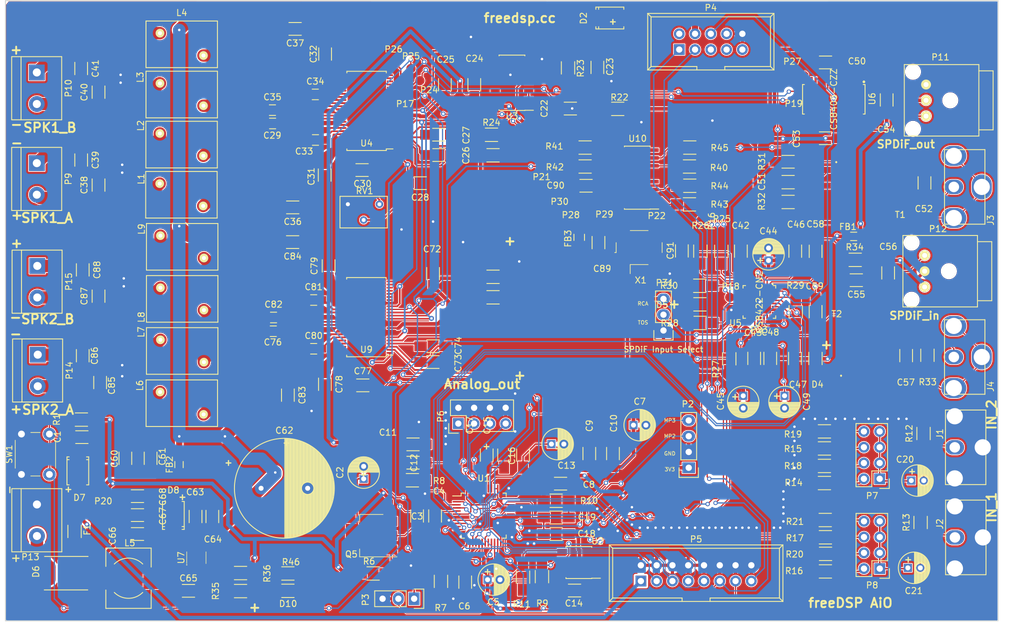
<source format=kicad_pcb>
(kicad_pcb (version 20221018) (generator pcbnew)
  (layers (0 "F.Cu" signal) (31 "B.Cu" signal) (34 "B.Paste" user) (35 "F.Paste" user) (36 "B.SilkS" user "B.Silkscreen") (37 "F.SilkS" user "F.Silkscreen") (38 "B.Mask" user) (39 "F.Mask" user) (44 "Edge.Cuts" user))
  (net 0 "")
  (net 1 "BRD_RST")
  (net 2 "GND")
  (net 3 "Net-(Q5-C)")
  (net 4 "+3V3")
  (net 5 "Net-(U1-FILTA)")
  (net 6 "Net-(U1-CM)")
  (net 7 "Net-(U1-FILTD)")
  (net 8 "Net-(C19-Pad1)")
  (net 9 "Net-(U1-PLL_LF)")
  (net 10 "Net-(P7-P1)")
  (net 11 "Net-(J1-SIG)")
  (net 12 "Net-(P8-P1)")
  (net 13 "Net-(J2-SIG)")
  (net 14 "Net-(U3-1A)")
  (net 15 "Net-(U3-3A)")
  (net 16 "Net-(U4-ANA_REG)")
  (net 17 "Net-(U4-VCOM)")
  (net 18 "Net-(U4-ANA_REF)")
  (net 19 "/AMPx2_1/SPK_OUTA-")
  (net 20 "Net-(U4-BSTRPA-)")
  (net 21 "VCC")
  (net 22 "/AMPx2_1/SPK_OUTA+")
  (net 23 "Net-(U4-GVDD_REG)")
  (net 24 "/AMPx2_1/SPK_OUTB+")
  (net 25 "Net-(U4-BSTRPA+)")
  (net 26 "/AMPx2_1/SPK_OUTB-")
  (net 27 "Net-(U4-BSTRPB+)")
  (net 28 "Net-(U4-BSTRPB-)")
  (net 29 "Net-(P9-P2)")
  (net 30 "Net-(P9-P1)")
  (net 31 "Net-(P10-P2)")
  (net 32 "Net-(P10-P1)")
  (net 33 "Net-(U5-RXN0)")
  (net 34 "Net-(U5-VD_FILT)")
  (net 35 "Net-(T1-PM)")
  (net 36 "VIN")
  (net 37 "Net-(J3-SIG)")
  (net 38 "Net-(P11-Vcc)")
  (net 39 "Net-(P12-Vout)")
  (net 40 "Net-(J4-SIG)")
  (net 41 "Net-(T2-PR1)")
  (net 42 "Net-(T2-PM)")
  (net 43 "Net-(D8-K)")
  (net 44 "Net-(U7-CB)")
  (net 45 "/AMPx2_2/SPK_OUTA-")
  (net 46 "/AMPx2_2/SPK_OUTA+")
  (net 47 "Net-(U9-ANA_REG)")
  (net 48 "/AMPx2_2/SPK_OUTB+")
  (net 49 "Net-(U9-VCOM)")
  (net 50 "/AMPx2_2/SPK_OUTB-")
  (net 51 "Net-(U9-ANA_REF)")
  (net 52 "Net-(U9-BSTRPA-)")
  (net 53 "Net-(U9-GVDD_REG)")
  (net 54 "Net-(U9-BSTRPA+)")
  (net 55 "Net-(U9-BSTRPB+)")
  (net 56 "Net-(U9-BSTRPB-)")
  (net 57 "Net-(P14-P2)")
  (net 58 "Net-(P14-P1)")
  (net 59 "Net-(P15-P2)")
  (net 60 "Net-(P15-P1)")
  (net 61 "+12V")
  (net 62 "Net-(X1-Control)")
  (net 63 "Net-(U5-RXN1)")
  (net 64 "Net-(D2-A)")
  (net 65 "Net-(D3-K)")
  (net 66 "Net-(D4-A)")
  (net 67 "Net-(D5-A)")
  (net 68 "MP2")
  (net 69 "MP3")
  (net 70 "WP")
  (net 71 "Net-(D6-K)")
  (net 72 "SCL")
  (net 73 "Net-(D9-K)")
  (net 74 "SDA")
  (net 75 "Net-(D10-A)")
  (net 76 "Net-(J3-GND)")
  (net 77 "Net-(J4-GND)")
  (net 78 "MP1")
  (net 79 "MP8")
  (net 80 "MP11")
  (net 81 "MP10")
  (net 82 "MCLK3")
  (net 83 "VOUT0")
  (net 84 "VOUT1")
  (net 85 "VOUT2")
  (net 86 "VOUT3")
  (net 87 "Net-(P3-P2)")
  (net 92 "MCLK0")
  (net 93 "MCLK1")
  (net 94 "MCLK4")
  (net 95 "MCLK5")
  (net 96 "MCLK2")
  (net 98 "MP0")
  (net 99 "MP6")
  (net 100 "MP9")
  (net 101 "Net-(P7-P2)")
  (net 102 "Net-(P7-P4)")
  (net 103 "Net-(P7-P6)")
  (net 104 "Net-(P7-P8)")
  (net 105 "Net-(P8-P2)")
  (net 106 "ADC0")
  (net 107 "ADC1")
  (net 108 "Net-(P8-P4)")
  (net 109 "Net-(P8-P6)")
  (net 110 "Net-(P8-P8)")
  (net 111 "Net-(U10-BUF_IN)")
  (net 112 "Net-(U10-OUTPUT9)")
  (net 113 "Net-(U10-OUTPUT8)")
  (net 114 "Net-(U10-OUTPUT7)")
  (net 115 "Net-(P31-P2)")
  (net 116 "Net-(Q5-B)")
  (net 117 "Net-(U1-ADC_RES)")
  (net 118 "Net-(U4-!SPK_FAULT)")
  (net 119 "Net-(U5-SAOF)")
  (net 120 "Net-(U5-MS_SEL)")
  (net 121 "Net-(U5-C)")
  (net 122 "Net-(U5-MCLK_OUT)")
  (net 123 "MP4")
  (net 124 "MP5")
  (net 125 "MP7")
  (net 126 "Net-(U5-SRC_UNLOCK)")
  (net 127 "Net-(U5-NV{slash}RERR)")
  (net 128 "Net-(T1-PR1)")
  (net 129 "Net-(U9-!SPK_FAULT)")
  (net 130 "Net-(U10-OUTPUT3)")
  (net 131 "Net-(U10-OUTPUT5)")
  (net 132 "Net-(U10-OUTPUT6)")
  (net 133 "Net-(U10-OUTPUT1)")
  (net 134 "Net-(U10-OUTPUT2)")
  (net 135 "Net-(U10-OUTPUT4)")
  (net 142 "Net-(U3-1Y)")
  (net 143 "SPK_SD")
  (net 169 "SPK_SLEEP")
  (net 170 "SFT_CLIP")
  (net 171 "/Power/lm-fb")
  (net 172 "SPDIF_OUT_RCA")
  (net 173 "Net-(C51-Pad2)")
  (net 176 "SPDIF_IN_TOS")
  (net 178 "SPDIF_IN_RCA")
  (net 182 "SPDIF_OUT_TOS")
  (footprint "fdsp_capacitor:C_1206_HandSoldering" (layer "F.Cu") (at 31.1 87.275)
    (fp_text reference "C1")
    (fp_text value "100n")
  )
  (footprint "fdsp_capacitor:C_Radial_D5_L11_P2" (layer "F.Cu") (at 76.454 93.98 90)
    (fp_text reference "C2")
    (fp_text value "10u")
  )
  (footprint "fdsp_capacitor:C_1206_HandSoldering" (layer "F.Cu") (at 85.051 99.963 90)
    (fp_text reference "C3")
    (fp_text value "100n")
  )
  (footprint "fdsp_capacitor:C_1206_HandSoldering" (layer "F.Cu") (at 87.951 99.963 90)
    (fp_text reference "C4")
    (fp_text value "100n")
  )
  (footprint "fdsp_capacitor:C_Radial_D5_L11_P2" (layer "F.Cu") (at 96.401 110.213)
    (fp_text reference "C5")
    (fp_text value "10u")
  )
  (footprint "fdsp_capacitor:C_1206_HandSoldering" (layer "F.Cu") (at 92.8 110.61 90)
    (fp_text reference "C6")
    (fp_text value "100n")
  )
  (footprint "fdsp_capacitor:C_Radial_D5_L11_P2" (layer "F.Cu") (at 119.888 85.344)
    (fp_text reference "C7")
    (fp_text value "10u")
  )
  (footprint "fdsp_capacitor:C_1206_HandSoldering" (layer "F.Cu") (at 108.151 94.763 180)
    (fp_text reference "C8")
    (fp_text value "100n")
  )
  (footprint "fdsp_capacitor:C_1206_HandSoldering" (layer "F.Cu") (at 112.776 89.916 -90)
    (fp_text reference "C9")
    (fp_text value "100n")
  )
  (footprint "fdsp_capacitor:C_1206_HandSoldering" (layer "F.Cu") (at 116.586 89.916 -90)
    (fp_text reference "C10")
    (fp_text value "100n")
  )
  (footprint "fdsp_capacitor:C_1206_HandSoldering" (layer "F.Cu") (at 84.401 88.438 180)
    (fp_text reference "C11")
    (fp_text value "10u")
  )
  (footprint "fdsp_capacitor:C_1206_HandSoldering" (layer "F.Cu") (at 84.401 91.388 180)
    (fp_text reference "C12")
    (fp_text value "100n")
  )
  (footprint "fdsp_capacitor:C_Radial_D5_L11_P2" (layer "F.Cu") (at 106.68 88.392)
    (fp_text reference "C13")
    (fp_text value "10u")
  )
  (footprint "fdsp_capacitor:C_1206_HandSoldering" (layer "F.Cu") (at 110.401 111.963 180)
    (fp_text reference "C14")
    (fp_text value "100n")
  )
  (footprint "fdsp_capacitor:C_1206_HandSoldering" (layer "F.Cu") (at 99.06 90.17 90)
    (fp_text reference "C15")
    (fp_text value "10u")
  )
  (footprint "fdsp_capacitor:C_1206_HandSoldering" (layer "F.Cu") (at 102.108 90.17 90)
    (fp_text reference "C16")
    (fp_text value "100n")
  )
  (footprint "fdsp_capacitor:C_1206_HandSoldering" (layer "F.Cu") (at 96.266 90.163 90)
    (fp_text reference "C17")
    (fp_text value "100n")
  )
  (footprint "fdsp_capacitor:C_1206_HandSoldering" (layer "F.Cu") (at 107.442 102.87 180)
    (fp_text reference "C18")
    (fp_text value "3n3, <20%")
  )
  (footprint "fdsp_capacitor:C_1206_HandSoldering" (layer "F.Cu") (at 107.442 100.213 180)
    (fp_text reference "C19")
    (fp_text value "56n, <20%")
  )
  (footprint "fdsp_capacitor:C_Radial_D5_L11_P2" (layer "F.Cu") (at 164.601 94.263)
    (fp_text reference "C20")
    (fp_text value "47u")
  )
  (footprint "fdsp_capacitor:C_Radial_D5_L11_P2" (layer "F.Cu") (at 164.051 108.313)
    (fp_text reference "C21")
    (fp_text value "47u")
  )
  (footprint "fdsp_capacitor:C_1206_HandSoldering" (layer "F.Cu") (at 109.726 34.388)
    (fp_text reference "C22")
    (fp_text value "1u/16V")
  )
  (footprint "fdsp_capacitor:C_1206_HandSoldering" (layer "F.Cu") (at 114.076 27.763 -90)
    (fp_text reference "C23")
    (fp_text value "1u/16V")
  )
  (footprint "fdsp_capacitor:C_1206_HandSoldering" (layer "F.Cu") (at 94.261 30.553 90)
    (fp_text reference "C24")
    (fp_text value "0u1/50V")
  )
  (footprint "fdsp_capacitor:C_1206_HandSoldering" (layer "F.Cu") (at 89.531 30.553 90)
    (fp_text reference "C25")
    (fp_text value "1u/16V")
  )
  (footprint "fdsp_capacitor:C_1206_HandSoldering" (layer "F.Cu") (at 88.576 41.868 180)
    (fp_text reference "C26")
    (fp_text value "1u/16V")
  )
  (footprint "fdsp_capacitor:C_1206_HandSoldering" (layer "F.Cu") (at 88.551 38.593 180)
    (fp_text reference "C27")
    (fp_text value "1u/16V")
  )
  (footprint "fdsp_capacitor:C_1206_HandSoldering" (layer "F.Cu") (at 85.551 46.393 180)
    (fp_text reference "C28")
    (fp_text value "1u/16V")
  )
  (footprint "fdsp_capacitor:C_1206_HandSoldering" (layer "F.Cu") (at 76.201 44.288)
    (fp_text reference "C30")
    (fp_text value "1u/16V")
  )
  (footprint "fdsp_capacitor:C_1206_HandSoldering" (layer "F.Cu") (at 70.181 45.093 -90)
    (fp_text reference "C31")
    (fp_text value "0u1/50V")
  )
  (footprint "fdsp_capacitor:C_1206_HandSoldering" (layer "F.Cu") (at 70.251 25.613 90)
    (fp_text reference "C32")
    (fp_text value "0u1/50V")
  )
  (footprint "fdsp_capacitor:C_1206_HandSoldering" (layer "F.Cu") (at 65.041 50.293 180)
    (fp_text reference "C36")
    (fp_text value "4u7/50V")
  )
  (footprint "fdsp_capacitor:C_1206_HandSoldering" (layer "F.Cu") (at 65.426 21.563 180)
    (fp_text reference "C37")
    (fp_text value "4u7/50V")
  )
  (footprint "fdsp_capacitor:C_1206_HandSoldering" (layer "F.Cu") (at 33.782 46.704 90)
    (fp_text reference "C38")
    (fp_text value "0u68/50V")
  )
  (footprint "fdsp_capacitor:C_1206_HandSoldering" (layer "F.Cu") (at 30.988 42.672 -90)
    (fp_text reference "C39")
    (fp_text value "0u68/50V")
  )
  (footprint "fdsp_capacitor:C_1206_HandSoldering" (layer "F.Cu") (at 33.782 31.75 90)
    (fp_text reference "C40")
    (fp_text value "0u68/50V")
  )
  (footprint "fdsp_capacitor:C_1206_HandSoldering" (layer "F.Cu") (at 30.988 27.94 -90)
    (fp_text reference "C41")
    (fp_text value "0u68/50V")
  )
  (footprint "fdsp_capacitor:C_1206_HandSoldering" (layer "F.Cu") (at 137.176 57.338 90)
    (fp_text reference "C42")
    (fp_text value "100n")
  )
  (footprint "fdsp_capacitor:C_1206_HandSoldering" (layer "F.Cu") (at 139.310999 74.598 -90)
    (fp_text reference "C43")
    (fp_text value "100n")
  )
  (footprint "fdsp_capacitor:C_Radial_D5_L11_P2" (layer "F.Cu") (at 141.626 58.838 90)
    (fp_text reference "C44")
    (fp_text value "10u")
  )
  (footprint "fdsp_capacitor:C_Radial_D5_L11_P2" (layer "F.Cu") (at 137.551 80.613 -90)
    (fp_text reference "C45")
    (fp_text value "10u")
  )
  (footprint "fdsp_capacitor:C_1206_HandSoldering" (layer "F.Cu") (at 145.926 57.338 90)
    (fp_text reference "C46")
    (fp_text value "10n")
  )
  (footprint "fdsp_capacitor:C_1206_HandSoldering" (layer "F.Cu") (at 145.876 74.613 90)
    (fp_text reference "C47")
    (fp_text value "100n")
  )
  (footprint "fdsp_capacitor:C_1206_HandSoldering" (layer "F.Cu") (at 141.9 74.6 -90)
    (fp_text reference "C48")
    (fp_text value "100n")
  )
  (footprint "fdsp_capacitor:C_Radial_D5_L11_P2" (layer "F.Cu") (at 144.201 80.613 -90)
    (fp_text reference "C49")
    (fp_text value "10u")
  )
  (footprint "fdsp_capacitor:C_1206_HandSoldering" (layer "F.Cu") (at 150.801 26.963 180)
    (fp_text reference "C50")
    (fp_text value "100n")
  )
  (footprint "fdsp_capacitor:C_1206_HandSoldering" (layer "F.Cu") (at 150.801 39.163 180)
    (fp_text reference "C53")
    (fp_text value "100n")
  )
  (footprint "fdsp_capacitor:C_1206_HandSoldering" (layer "F.Cu") (at 160.639001 33 90)
    (fp_text reference "C54")
    (fp_text value "100n")
  )
  (footprint "fdsp_capacitor:C_1206_HandSoldering" (layer "F.Cu") (at 155.751 62.013)
    (fp_text reference "C55")
    (fp_text value "30p")
  )
  (footprint "fdsp_capacitor:C_1206_HandSoldering" (layer "F.Cu") (at 160.876 60.838 -90)
    (fp_text reference "C56")
    (fp_text value "100n")
  )
  (footprint "fdsp_capacitor:C_1206_HandSoldering" (layer "F.Cu") (at 149.201 57.363 -90)
    (fp_text reference "C58")
    (fp_text value "10n")
  )
  (footprint "fdsp_capacitor:C_1206_HandSoldering" (layer "F.Cu") (at 38.1 90.678 90)
    (fp_text reference "C60")
    (fp_text value "100n")
  )
  (footprint "fdsp_capacitor:C_1206_HandSoldering" (layer "F.Cu") (at 42.164 90.678 90)
    (fp_text reference "C61")
    (fp_text value "10u")
  )
  (footprint "fdsp_capacitor:C_1206_HandSoldering" (layer "F.Cu") (at 49.4 100.05 90)
    (fp_text reference "C63")
    (fp_text value "10u")
  )
  (footprint "fdsp_capacitor:C_1206_HandSoldering" (layer "F.Cu") (at 52.1 100.05 90)
    (fp_text reference "C64")
    (fp_text value "100n")
  )
  (footprint "fdsp_capacitor:C_1206_HandSoldering" (layer "F.Cu") (at 48.26 112.014)
    (fp_text reference "C65")
    (fp_text value "150n")
  )
  (footprint "fdsp_capacitor:C_1206_HandSoldering" (layer "F.Cu") (at 40.05 102.87)
    (fp_text reference "C66")
    (fp_text value "100n")
  )
  (footprint "fdsp_capacitor:C_1206_HandSoldering" (layer "F.Cu") (at 40.05 99.822)
    (fp_text reference "C67")
    (fp_text value "10u")
  )
  (footprint "fdsp_capacitor:C_1206_HandSoldering" (layer "F.Cu") (at 40.05 96.774)
    (fp_text reference "C68")
    (fp_text value "10u")
  )
  (footprint "fdsp_capacitor:C_1206_HandSoldering" (layer "F.Cu") (at 87.63 60.96 90)
    (fp_text reference "C72")
    (fp_text value "1u/16V")
  )
  (footprint "fdsp_capacitor:C_1206_HandSoldering" (layer "F.Cu") (at 87.598 75.184 180)
    (fp_text reference "C73")
    (fp_text value "1u/16V")
  )
  (footprint "fdsp_capacitor:C_1206_HandSoldering" (layer "F.Cu") (at 87.623 72.644 180)
    (fp_text reference "C74")
    (fp_text value "1u/16V")
  )
  (footprint "fdsp_capacitor:C_1206_HandSoldering" (layer "F.Cu") (at 76.323 78.939)
    (fp_text reference "C77")
    (fp_text value "1u/16V")
  )
  (footprint "fdsp_capacitor:C_1206_HandSoldering" (layer "F.Cu") (at 70.223 78.764 -90)
    (fp_text reference "C78")
    (fp_text value "0u1/50V")
  )
  (footprint "fdsp_capacitor:C_1206_HandSoldering" (layer "F.Cu") (at 70.813 59.714 90)
    (fp_text reference "C79")
    (fp_text value "0u1/50V")
  )
  (footprint "fdsp_capacitor:C_1206_HandSoldering" (layer "F.Cu") (at 64.262 80.518 -90)
    (fp_text reference "C83")
    (fp_text value "4u7/50V")
  )
  (footprint "fdsp_capacitor:C_1206_HandSoldering" (layer "F.Cu") (at 65.024 55.88 180)
    (fp_text reference "C84")
    (fp_text value "4u7/50V")
  )
  (footprint "fdsp_capacitor:C_1206_HandSoldering" (layer "F.Cu") (at 34.036 78.486 90)
    (fp_text reference "C85")
    (fp_text value "0u68/50V")
  )
  (footprint "fdsp_capacitor:C_1206_HandSoldering" (layer "F.Cu") (at 31.242 74.168 -90)
    (fp_text reference "C86")
    (fp_text value "0u68/50V")
  )
  (footprint "fdsp_capacitor:C_1206_HandSoldering" (layer "F.Cu") (at 33.782 64.583 90)
    (fp_text reference "C87")
    (fp_text value "0u68/50V")
  )
  (footprint "fdsp_capacitor:C_1206_HandSoldering" (layer "F.Cu") (at 31.242 60.353 -90)
    (fp_text reference "C88")
    (fp_text value "0u68/50V")
  )
  (footprint "fdsp_capacitor:C_1206_HandSoldering" (layer "F.Cu") (at 114.251 55.963 -90)
    (fp_text reference "C89")
    (fp_text value "10u")
  )
  (footprint "fdsp_capacitor:C_1206_HandSoldering" (layer "F.Cu") (at 112.251 46.813 180)
    (fp_text reference "C90")
    (fp_text value "100n")
  )
  (footprint "fdsp_diode:SMA" (layer "F.Cu") (at 116.078 19.812)
    (fp_text reference "D2")
    (fp_text value "B150")
  )
  (footprint "fdsp_resistor:R_1206_HandSoldering" (layer "F.Cu") (at 97.282 41.91 180)
    (fp_text reference "D3" hide)
    (fp_text value "LED_RED")
  )
  (footprint "fdsp_resistor:R_1206_HandSoldering" (layer "F.Cu") (at 149.176 74.613 90)
    (fp_text reference "D4")
    (fp_text value "LED_RED")
  )
  (footprint "fdsp_resistor:R_1206_HandSoldering" (layer "F.Cu") (at 130.576499 65.8985 180)
    (fp_text reference "D5")
    (fp_text value "LED_RED")
  )
  (footprint "fdsp_diode:SMA" (layer "F.Cu") (at 30.45 92.7 -90)
    (fp_text reference "D7")
    (fp_text value "SMAJ28CA")
  )
  (footprint "fdsp_diode:SMA" (layer "F.Cu") (at 45.825 99.875 90)
    (fp_text reference "D8")
    (fp_text value "B150")
  )
  (footprint "fdsp_resistor:R_1206_HandSoldering" (layer "F.Cu") (at 97.282 61.468 180)
    (fp_text reference "D9" hide)
    (fp_text value "LED_RED")
  )
  (footprint "fdsp_resistor:R_1206_HandSoldering" (layer "F.Cu") (at 64.262 112.014 180)
    (fp_text reference "D10")
    (fp_text value "LED_GREEN")
  )
  (footprint "fdsp_resistor:R_1206_HandSoldering" (layer "F.Cu") (at 29.925 102.45 -90)
    (fp_text reference "F1")
    (fp_text value "MF-NSML550-2")
  )
  (footprint "fdsp_resistor:R_0603_HandSoldering" (layer "F.Cu") (at 155.328833 54.9625)
    (fp_text reference "FB1")
    (fp_text value "BLM18PG471SN1")
  )
  (footprint "fdsp_resistor:R_0603_HandSoldering" (layer "F.Cu") (at 46.736 91.694 90)
    (fp_text reference "FB2")
    (fp_text value "BLM18PG471SN1")
  )
  (footprint "fdsp_capacitor:C_0805_HandSoldering" (layer "F.Cu") (at 111.151 55.113 90)
    (fp_text reference "FB3")
    (fp_text value "330")
  )
  (footprint "fdsp_connector:RCA_RCJ-01x" (layer "F.Cu") (at 171.601 88.913 -90)
    (fp_text reference "J1")
    (fp_text value "RCA_01")
  )
  (footprint "fdsp_connector:RCA_RCJ-01x" (layer "F.Cu") (at 171.626 103.413 -90)
    (fp_text reference "J2")
    (fp_text value "RCA_01")
  )
  (footprint "AMPx2 _footprints:1D10ASeries" (layer "F.Cu") (at 47.126 48.263 180)
    (fp_text reference "L1")
    (fp_text value "10u")
  )
  (footprint "AMPx2 _footprints:1D10ASeries" (layer "F.Cu") (at 47.151 40.188 180)
    (fp_text reference "L2")
    (fp_text value "10u")
  )
  (footprint "AMPx2 _footprints:1D10ASeries" (layer "F.Cu") (at 47.17 32.13 180)
    (fp_text reference "L3")
    (fp_text value "10u")
  )
  (footprint "AMPx2 _footprints:1D10ASeries" (layer "F.Cu") (at 47.17 24.05 180)
    (fp_text reference "L4")
    (fp_text value "10u")
  )
  (footprint "AMPx2 _footprints:1D10ASeries" (layer "F.Cu") (at 47.188 81.81 180)
    (fp_text reference "L6")
    (fp_text value "10u")
  )
  (footprint "AMPx2 _footprints:1D10ASeries" (layer "F.Cu") (at 47.244 73.406 180)
    (fp_text reference "L7")
    (fp_text value "10u")
  )
  (footprint "AMPx2 _footprints:1D10ASeries" (layer "F.Cu") (at 47.244 65.024 180)
    (fp_text reference "L8")
    (fp_text value "10u")
  )
  (footprint "AMPx2 _footprints:1D10ASeries" (layer "F.Cu") (at 47.244 56.642 180)
    (fp_text reference "L9")
    (fp_text value "10u")
  )
  (footprint "fdsp_pinheader:Pin_Header_Straight_1x04" (layer "F.Cu") (at 128.778 92.202 180)
    (fp_text reference "P2")
    (fp_text value "CONN_01X04" hide)
  )
  (footprint "fdsp_pinheader:Pin_Header_Straight_1x03" (layer "F.Cu") (at 84.582 113.284 -90)
    (fp_text reference "P3")
    (fp_text value "CONN_01X03" hide)
  )
  (footprint "fdsp_connector:IDC_Header_Straight_10pins" (layer "F.Cu") (at 127.254 24.892)
    (fp_text reference "P4")
    (fp_text value "CONN_02X05 Boxed")
  )
  (footprint "fdsp_connector:IDC_Header_Straight_16pins" (layer "F.Cu") (at 121.076 110.438)
    (fp_text reference "P5")
    (fp_text value "STDCONN")
  )
  (footprint "fdsp_pinheader:Pin_Header_Straight_2x04" (layer "F.Cu") (at 159.512 93.98 180)
    (fp_text reference "P7")
    (fp_text value "CONN_02X04" hide)
  )
  (footprint "fdsp_pinheader:Pin_Header_Straight_2x04" (layer "F.Cu") (at 159.526 108.438 180)
    (fp_text reference "P8")
    (fp_text value "CONN_02X04" hide)
  )
  (footprint "fdsp_connector:RIACON101-2" (layer "F.Cu") (at 23.851 45.713 -90)
    (fp_text reference "P9")
    (fp_text value "CONN_01X02")
  )
  (footprint "fdsp_connector:RIACON101-2" (layer "F.Cu") (at 23.851 31.113 -90)
    (fp_text reference "P10")
    (fp_text value "CONN_01X02")
  )
  (footprint "FCR684205:FC684205_R_T" (layer "F.Cu") (at 175.476 33.063 90)
    (fp_text reference "P11")
    (fp_text value "FCR684205T")
  )
  (footprint "FCR684205:FC684205_R_T" (layer "F.Cu") (at 175.251 60.563 90)
    (fp_text reference "P12")
    (fp_text value "FCR684205R")
  )
  (footprint "fdsp_connector:RIACON101-2" (layer "F.Cu") (at 23.87 100.65 -90)
    (fp_text reference "P13")
    (fp_text value "CONN_01X02")
  )
  (footprint "fdsp_connector:RIACON101-2" (layer "F.Cu") (at 24.001 76.543 -90)
    (fp_text reference "P14")
    (fp_text value "CONN_01X02")
  )
  (footprint "fdsp_connector:RIACON101-2" (layer "F.Cu") (at 23.921 62.253 -90)
    (fp_text reference "P15")
    (fp_text value "CONN_01X02")
  )
  (footprint "fdsp_misc:Measurement_Point_Round-SMD-Pad_Small" (layer "F.Cu") (at 130.81 52.324)
    (fp_text reference "P16")
    (fp_text value "TST")
  )
  (footprint "fdsp_misc:Measurement_Point_Round-SMD-Pad_Small" (layer "F.Cu") (at 84.811 32.123 90)
    (fp_text reference "P17")
    (fp_text value "TST")
  )
  (footprint "fdsp_misc:Measurement_Point_Round-SMD-Pad_Small" (layer "F.Cu") (at 135.382 64.77 -90)
    (fp_text reference "P18")
    (fp_text value "TST")
  )
  (footprint "fdsp_misc:Measurement_Point_Round-SMD-Pad_Small" (layer "F.Cu") (at 145.666381 35.591)
    (fp_text reference "P19")
    (fp_text value "TST")
  )
  (footprint "fdsp_misc:Measurement_Point_Round-SMD-Pad_Small" (layer "F.Cu") (at 104.902 43.688)
    (fp_text reference "P21")
    (fp_text value "TST")
  )
  (footprint "fdsp_misc:Measurement_Point_Round-SMD-Pad_Small" (layer "F.Cu") (at 126.1 52.35)
    (fp_text reference "P22")
    (fp_text value "TST")
  )
  (footprint "fdsp_misc:Measurement_Point_Round-SMD-Pad_Small" (layer "F.Cu") (at 137.922 70.104)
    (fp_text reference "P23")
    (fp_text value "TST")
  )
  (footprint "fdsp_misc:Measurement_Point_Round-SMD-Pad_Small" (layer "F.Cu") (at 85.5 29.9 -90)
    (fp_text reference "P24")
    (fp_text value "TST")
  )
  (footprint "fdsp_misc:Measurement_Point_Round-SMD-Pad_Small" (layer "F.Cu") (at 82.051 26.453 90)
    (fp_text reference "P26")
    (fp_text value "TST")
  )
  (footprint "fdsp_misc:Measurement_Point_Round-SMD-Pad_Small" (layer "F.Cu") (at 145.451 28.813)
    (fp_text reference "P27")
    (fp_text value "TST")
  )
  (footprint "fdsp_misc:Measurement_Point_Round-SMD-Pad_Small" (layer "F.Cu") (at 112.301 51.313)
    (fp_text reference "P28")
    (fp_text value "TST")
  )
  (footprint "fdsp_misc:Measurement_Point_Round-SMD-Pad_Small" (layer "F.Cu") (at 114.901 49.713)
    (fp_text reference "P29")
    (fp_text value "TST")
  )
  (footprint "fdsp_misc:Measurement_Point_Round-SMD-Pad_Small" (layer "F.Cu") (at 110.551 49.363)
    (fp_text reference "P30")
    (fp_text value "TST")
  )
  (footprint "fdsp_housing_new:SOT-223" (layer "F.Cu") (at 77.724 103.124 180)
    (fp_text reference "Q5")
    (fp_text value "FZT751TA")
  )
  (footprint "fdsp_resistor:R_1206_HandSoldering" (layer "F.Cu") (at 31.025 84.45 180)
    (fp_text reference "R1")
    (fp_text value "10K")
  )
  (footprint "fdsp_resistor:R_1206_HandSoldering" (layer "F.Cu") (at 77.978 109.22)
    (fp_text reference "R6")
    (fp_text value "1K 1%")
  )
  (footprint "fdsp_resistor:R_1206_HandSoldering" (layer "F.Cu") (at 88.9 110.49 90)
    (fp_text reference "R7")
    (fp_text value "10K")
  )
  (footprint "fdsp_resistor:R_1206_HandSoldering" (layer "F.Cu") (at 84.301 94.213 180)
    (fp_text reference "R8")
    (fp_text value "18K 1%")
  )
  (footprint "fdsp_resistor:R_1206_HandSoldering" (layer "F.Cu") (at 105.156 109.728 90)
    (fp_text reference "R9")
    (fp_text value "10K")
  )
  (footprint "fdsp_resistor:R_1206_HandSoldering" (layer "F.Cu") (at 107.442 97.513)
    (fp_text reference "R10")
    (fp_text value "475, <10%")
  )
  (footprint "fdsp_resistor:R_1206_HandSoldering" (layer "F.Cu") (at 102.108 109.813 90)
    (fp_text reference "R11")
    (fp_text value "10K")
  )
  (footprint "fdsp_resistor:R_1206_HandSoldering" (layer "F.Cu") (at 166.573 86.691 90)
    (fp_text reference "R12")
    (fp_text value "49k9")
  )
  (footprint "fdsp_resistor:R_1206_HandSoldering" (layer "F.Cu") (at 166.101 101.013 90)
    (fp_text reference "R13")
    (fp_text value "49k9")
  )
  (footprint "fdsp_resistor:R_1206_HandSoldering" (layer "F.Cu") (at 150.622 94.663)
    (fp_text reference "R14")
    (fp_text value "7k 1%")
  )
  (footprint "fdsp_resistor:R_1206_HandSoldering" (layer "F.Cu") (at 150.622 89.094)
    (fp_text reference "R15")
    (fp_text value "18k 1%")
  )
  (footprint "fdsp_resistor:R_1206_HandSoldering" (layer "F.Cu") (at 150.779 108.889)
    (fp_text reference "R16")
    (fp_text value "7k 1%")
  )
  (footprint "fdsp_resistor:R_1206_HandSoldering" (layer "F.Cu") (at 150.779 103.393)
    (fp_text reference "R17")
    (fp_text value "18k 1%")
  )
  (footprint "fdsp_resistor:R_1206_HandSoldering" (layer "F.Cu") (at 150.622 91.913)
    (fp_text reference "R18")
    (fp_text value "8k 1%")
  )
  (footprint "fdsp_resistor:R_1206_HandSoldering" (layer "F.Cu") (at 150.622 86.35)
    (fp_text reference "R19")
    (fp_text value "10k6 1%")
  )
  (footprint "fdsp_resistor:R_1206_HandSoldering" (layer "F.Cu") (at 150.801 106.063)
    (fp_text reference "R20")
    (fp_text value "8k 1%")
  )
  (footprint "fdsp_resistor:R_1206_HandSoldering" (layer "F.Cu") (at 150.751 100.613)
    (fp_text reference "R21")
    (fp_text value "10k6 1%")
  )
  (footprint "fdsp_resistor:R_1206_HandSoldering" (layer "F.Cu") (at 117.351 34.438 180)
    (fp_text reference "R22")
    (fp_text value "100k")
  )
  (footprint "fdsp_resistor:R_1206_HandSoldering" (layer "F.Cu") (at 109.351 27.838 90)
    (fp_text reference "R23")
    (fp_text value "100k")
  )
  (footprint "fdsp_resistor:R_1206_HandSoldering" (layer "F.Cu") (at 97.028 38.608 180)
    (fp_text reference "R24")
    (fp_text value "120")
  )
  (footprint "fdsp_resistor:R_1206_HandSoldering" (layer "F.Cu") (at 134.026 57.363 -90)
    (fp_text reference "R25")
    (fp_text value "32k4, 1%")
  )
  (footprint "fdsp_resistor:R_1206_HandSoldering" (layer "F.Cu") (at 130.651 57.338 -90)
    (fp_text reference "R26")
    (fp_text value "16k2, 1%")
  )
  (footprint "fdsp_resistor:R_1206_HandSoldering" (layer "F.Cu") (at 135.301 74.663 90)
    (fp_text reference "R27")
    (fp_text value "20k")
  )
  (footprint "fdsp_resistor:R_1206_HandSoldering" (layer "F.Cu") (at 130.615501 68.8935)
    (fp_text reference "R28")
    (fp_text value "20k")
  )
  (footprint "fdsp_resistor:R_1206_HandSoldering" (layer "F.Cu") (at 146.001 67.088 90)
    (fp_text reference "R29")
    (fp_text value "1k")
  )
  (footprint "fdsp_resistor:R_1206_HandSoldering" (layer "F.Cu") (at 130.551 62.913)
    (fp_text reference "R30")
    (fp_text value "1k")
  )
  (footprint "fdsp_resistor:R_1206_HandSoldering" (layer "F.Cu") (at 155.576 58.738 180)
    (fp_text reference "R34")
    (fp_text value "10k")
  )
  (footprint "fdsp_resistor:R_1206_HandSoldering" (layer "F.Cu") (at 56.642 112.05)
    (fp_text reference "R35")
    (fp_text value "1k02")
  )
  (footprint "fdsp_resistor:R_1206_HandSoldering" (layer "F.Cu") (at 56.642 109.15 180)
    (fp_text reference "R36")
    (fp_text value "3k4")
  )
  (footprint "fdsp_resistor:R_1206_HandSoldering" (layer "F.Cu") (at 97.282 64.77 180)
    (fp_text reference "R39" hide)
    (fp_text value "120")
  )
  (footprint "fdsp_resistor:R_1206_HandSoldering" (layer "F.Cu") (at 128.901 43.713 180)
    (fp_text reference "R40")
    (fp_text value "34")
  )
  (footprint "fdsp_resistor:R_1206_HandSoldering" (layer "F.Cu") (at 112.101 40.663)
    (fp_text reference "R41")
    (fp_text value "34")
  )
  (footprint "fdsp_resistor:R_1206_HandSoldering" (layer "F.Cu") (at 112.101 43.713)
    (fp_text reference "R42")
    (fp_text value "34")
  )
  (footprint "fdsp_resistor:R_1206_HandSoldering" (layer "F.Cu") (at 128.901 49.813 180)
    (fp_text reference "R43")
    (fp_text value "34")
  )
  (footprint "fdsp_resistor:R_1206_HandSoldering" (layer "F.Cu") (at 128.951 46.813 180)
    (fp_text reference "R44")
    (fp_text value "34")
  )
  (footprint "fdsp_resistor:R_1206_HandSoldering" (layer "F.Cu") (at 128.951 40.663 180)
    (fp_text reference "R45")
    (fp_text value "34")
  )
  (footprint "fdsp_resistor:R_1206_HandSoldering" (layer "F.Cu") (at 64.262 109.22)
    (fp_text reference "R46")
    (fp_text value "330")
  )
  (footprint "AMPx2 _footprints:M64Z104KB40" (layer "F.Cu") (at 76.454 52.324 90)
    (fp_text reference "RV1")
    (fp_text value "100k")
  )
  (footprint "fdsp_housing_new:SW_PUSH_6mm" (layer "F.Cu") (at 21.375 93.275 90)
    (fp_text reference "SW1")
    (fp_text value "SW_PUSH")
  )
  (footprint "fdsp_housing_new:LQFP-48_7x7mm_Pitch0.5mm" (layer "F.Cu") (at 95.776 99.913)
    (fp_text reference "U1")
    (fp_text value "ADAU1701")
  )
  (footprint "fdsp_housing_new:SOIC-8_3.9x4.9mm_Pitch1.27mm" (layer "F.Cu") (at 111.092905 107.458 180)
    (fp_text reference "U2")
    (fp_text value "24AA256SN")
  )
  (footprint "Housings_SOIC:SOIC-14_3.9x8.7mm_Pitch1.27mm" (layer "F.Cu") (at 100.326 30.238 180)
    (fp_text reference "U3")
    (fp_text value "SN74LVC14ADG4")
  )
  (footprint "AMPx2 _footprints:HTSSOP-48" (layer "F.Cu") (at 76.926 34.763 180)
    (fp_text reference "U4")
    (fp_text value "TAS5760MDCAR")
  )
  (footprint "footprints_CS8422-CNZ:CS8422-CNZ" (layer "F.Cu") (at 140.151 65.513 -90)
    (fp_text reference "U5")
    (fp_text value "CS8422-CNZ")
  )
  (footprint "footprints_CS8406-CZZ:CS8406-CZZ" (layer "F.Cu") (at 152.131381 32.896401 -90)
    (fp_text reference "U6")
    (fp_text value "CS8406-CZZ")
  )
  (footprint "fdsp_housing:SOT23-6_1.7x3.0mm_Pitch0.95mm" (layer "F.Cu") (at 49.53 106.68 90)
    (fp_text reference "U7")
    (fp_text value "LM2842Y")
  )
  (footprint "AMPx2 _footprints:HTSSOP-48" (layer "F.Cu") (at 76.898 67.964 180)
    (fp_text reference "U9")
    (fp_text value "TAS5760MDCAR")
  )
  (footprint "Library_clock:SOIC-16_3.9x9.9mm_Pitch1.27mm" (layer "F.Cu") (at 120.501 45.513 180)
    (fp_text reference "U10")
    (fp_text value "IDT2309NZ")
  )
  (footprint "fdsp_crystal-oscillator_new:Oscillator_SMD_Abracon_ASV-4pin_7.0x5.1mm_HandSoldering" (layer "F.Cu") (at 120.801 56.763)
    (fp_text reference "X1")
    (fp_text value "ASV-24.576MHz-EJ-T")
  )
  (footprint "fdsp_misc:Measurement_Point_Round-SMD-Pad_Small" (layer "F.Cu") (at 34.544 99.314)
    (fp_text reference "P20")
    (fp_text value "TST")
  )
  (footprint "fdsp_capacitor:C_Radial_D16_L25_P7.5" (layer "F.Cu") (at 59.944 95.504)
    (fp_text reference "C62")
    (fp_text value "100u")
  )
  (footprint "fdsp_capacitor:C_0805_HandSoldering" (layer "F.Cu") (at 61.801 36.788)
    (fp_text reference "C29")
    (fp_text value "0u22/25V")
  )
  (footprint "fdsp_capacitor:C_0805_HandSoldering" (layer "F.Cu") (at 68.701 39.443)
    (fp_text reference "C33")
    (fp_text value "0u22/25V")
  )
  (footprint "fdsp_capacitor:C_0805_HandSoldering" (layer "F.Cu") (at 68.676 32.113)
    (fp_text reference "C34")
    (fp_text value "0u22/25V")
  )
  (footprint "fdsp_capacitor:C_0805_HandSoldering" (layer "F.Cu") (at 61.776 34.638)
    (fp_text reference "C35")
    (fp_text value "0u22/25V")
  )
  (footprint "fdsp_capacitor:C_0805_HandSoldering" (layer "F.Cu") (at 61.913 70.224)
    (fp_text reference "C76")
    (fp_text value "0u22/25V")
  )
  (footprint "fdsp_capacitor:C_0805_HandSoldering" (layer "F.Cu") (at 68.413 73.054)
    (fp_text reference "C80")
    (fp_text value "0u22/25V")
  )
  (footprint "fdsp_capacitor:C_0805_HandSoldering" (layer "F.Cu") (at 68.413 65.204)
    (fp_text reference "C81")
    (fp_text value "0u22/25V")
  )
  (footprint "fdsp_capacitor:C_0805_HandSoldering" (layer "F.Cu") (at 61.953 68.014)
    (fp_text reference "C82")
    (fp_text value "0u22/25V")
  )
  (footprint "Choke_SMD_10:Choke_SMD_10.1x10.0" (layer "F.Cu") (at 38.608 109.982 180)
    (fp_text reference "L5")
    (fp_text value "47u")
  )
  (footprint "fdsp_pinheader:Pin_Header_Straight_2x04" (layer "F.Cu") (at 91.694 85.09 90)
    (fp_text reference "P6")
    (fp_text value "CONN_02X04")
  )
  (footprint "fdsp_capacitor:C_1206_HandSoldering" (layer "F.Cu") (at 144.775 42.95 180)
    (fp_text reference "C51")
    (fp_text value "10n")
  )
  (footprint "fdsp_capacitor:C_1206_HandSoldering" (layer "F.Cu") (at 166.725 46.35 -90)
    (fp_text reference "C52")
    (fp_text value "10n")
  )
  (footprint "fdsp_capacitor:C_1206_HandSoldering" (layer "F.Cu") (at 163.775 74.15 -90)
    (fp_text reference "C57")
    (fp_text value "10n")
  )
  (footprint "fdsp_capacitor:C_1206_HandSoldering" (layer "F.Cu") (at 149.2 67.075 90)
    (fp_text reference "C59")
    (fp_text value "10n")
  )
  (footprint "fdsp_capacitor:C_1206_HandSoldering" (layer "F.Cu") (at 127.675 57.3 90)
    (fp_text reference "C91")
    (fp_text value "10n")
  )
  (footprint "fdsp_connector:RCA_RCJ-01x" (layer "F.Cu") (at 171.45 47 -90)
    (fp_text reference "J3")
    (fp_text value "RCA_01")
  )
  (footprint "fdsp_connector:RCA_RCJ-01x" (layer "F.Cu") (at 171.45 74.375 -90)
    (fp_text reference "J4")
    (fp_text value "RCA_01")
  )
  (footprint "fdsp_pinheader:Pin_Header_Straight_1x03" (layer "F.Cu") (at 124.714 70.104 180)
    (fp_text reference "P31")
    (fp_text value "CONN_01X03" hide)
  )
  (footprint "fdsp_resistor:R_1206_HandSoldering" (layer "F.Cu") (at 144.775 46.225)
    (fp_text reference "R31")
    (fp_text value "210, 1%")
  )
  (footprint "fdsp_resistor:R_1206_HandSoldering" (layer "F.Cu") (at 144.775 49.425 180)
    (fp_text reference "R32")
    (fp_text value "107, 1%")
  )
  (footprint "fdsp_resistor:R_1206_HandSoldering" (layer "F.Cu") (at 167.2 74.1 -90)
    (fp_text reference "R33")
    (fp_text value "75, 5%")
  )
  (footprint "DA101JC:DA101JC" (layer "F.Cu") (at 156.6 46.8)
    (fp_text reference "T1")
    (fp_text value "Transformer_1P_1S_DA101JC")
  )
  (footprint "DA101JC:DA101JC" (layer "F.Cu") (at 157.125 73.325 90)
    (fp_text reference "T2")
    (fp_text value "Transformer_1P_1S_DA101JC")
  )
  (footprint "FES10D:FES10D" (layer "F.Cu") (at 29.62 109.17 180)
    (fp_text reference "D6")
    (fp_text value "FES10D")
  )
  (footprint "fdsp_misc:Measurement_Point_Round-SMD-Pad_Small" (layer "F.Cu") (at 84.074 27.94)
    (fp_text reference "P25")
    (fp_text value "TST")
  )
  (gr_line (start 20.51 106.27) (end 20.51 107.286) (stroke (width 0.2)) (layer "F.SilkS"))
  (gr_line (start 19.964 106.77) (end 20.98 106.77) (stroke (width 0.2)) (layer "F.SilkS"))
  (gr_line (start 19.51 95.32) (end 19.51 96.209) (stroke (width 0.2)) (layer "F.SilkS"))
  (gr_rect (start 18.796 17.018) (end 178.562 116.84) (stroke (width 0.15)) (fill none) (layer "Edge.Cuts"))
  (gr_text "+" (at 107.78 89.06) (layer "F.SilkS") (effects (font (size 1 1) (thickness 0.2))))
  (gr_text "+" (at 96.4 108.88) (layer "F.SilkS") (effects (font (size 1 1) (thickness 0.2))))
  (gr_text "+" (at 96.23 88.73) (layer "F.SilkS") (effects (font (size 1 1) (thickness 0.2))))
  (gr_text "+" (at 164.73 92.75) (layer "F.SilkS") (effects (font (size 1 1) (thickness 0.2))))
  (gr_text "+" (at 164.11 106.94) (layer "F.SilkS") (effects (font (size 1 1) (thickness 0.2))))
  (gr_text "+" (at 140.29 58.77) (layer "F.SilkS") (effects (font (size 1 1) (thickness 0.2))))
  (gr_text "+" (at 136.25 80.72) (layer "F.SilkS") (effects (font (size 1 1) (thickness 0.2))))
  (gr_text "+" (at 142.96 80.6) (layer "F.SilkS") (effects (font (size 1 1) (thickness 0.2))))
  (gr_text "+" (at 54.7 91.36) (layer "F.SilkS") (effects (font (size 1 1) (thickness 0.2))))
  (gr_text "+" (at 64.05 88.16) (layer "F.SilkS") (effects (font (size 1 1) (thickness 0.2))))
  (gr_text "+" (at 116.57 20.36) (layer "F.SilkS") (effects (font (size 1 1) (thickness 0.2))))
  (gr_text "+" (at 28.93 95.63) (layer "F.SilkS") (effects (font (size 1 1) (thickness 0.2))))
  (gr_text "+" (at 47.29 96.88) (layer "F.SilkS") (effects (font (size 1 1) (thickness 0.2))))
  (gr_text "MP3" (at 125.73 84.582) (layer "F.SilkS") (effects (font (size 0.6 0.6) (thickness 0.1))))
  (gr_text "SPDiF Input Select" (at 124.714 73.152) (layer "F.SilkS") (effects (font (size 0.9 0.9))))
  (gr_text "+" (at 20.526 24.888) (layer "F.SilkS") (effects (font (size 1.5 1.5) (thickness 0.3))))
  (gr_text "SPDiF_out" (at 163.725 40.125) (layer "F.SilkS") (effects (font (size 1.25 1.25) (thickness 0.25))))
  (gr_text "SPK1_B" (at 25.951 37.463) (layer "F.SilkS") (effects (font (size 1.5 1.5) (thickness 0.3))))
  (gr_text "+" (at 20.601 56.038) (layer "F.SilkS") (effects (font (size 1.5 1.5) (thickness 0.3))))
  (gr_text "-" (at 20.451 70.638) (layer "F.SilkS") (effects (font (size 1.5 1.5) (thickness 0.3))))
  (gr_text "SPK2_B" (at 25.601 68.288) (layer "F.SilkS") (effects (font (size 1.5 1.5) (thickness 0.3))))
  (gr_text "." (at 153.3 76.9) (layer "F.SilkS") (effects (font (size 1.2 1.2) (thickness 0.2))))
  (gr_text "freedsp.cc" (at 101.6 19.812) (layer "F.SilkS") (effects (font (size 1.5 1.5) (thickness 0.3))))
  (gr_text "-" (at 20.576 36.913) (layer "F.SilkS") (effects (font (size 1.5 1.5) (thickness 0.3))))
  (gr_text "IN_1" (at 177.525 98.575 90) (layer "F.SilkS") (effects (font (size 1.5 1.5) (thickness 0.3))))
  (gr_text "+" (at 58.926 114.638) (layer "F.SilkS") (effects (font (size 1.5 1.5) (thickness 0.3))))
  (gr_text "-" (at 20.426 67.963) (layer "F.SilkS") (effects (font (size 1.5 1.5) (thickness 0.3))))
  (gr_text "." (at 152.525 42.525) (layer "F.SilkS") (effects (font (size 1.2 1.2) (thickness 0.2))))
  (gr_text "SPK2_A" (at 25.651 82.863) (layer "F.SilkS") (effects (font (size 1.5 1.5) (thickness 0.3))))
  (gr_text "." (at 156.975 29.6) (layer "F.SilkS") (effects (font (size 1.2 1.2) (thickness 0.3))))
  (gr_text "-" (at 20.626 39.888) (layer "F.SilkS") (effects (font (size 1.5 1.5) (thickness 0.3))))
  (gr_text "Analog_out" (at 95.504 78.74) (layer "F.SilkS") (effects (font (size 1.5 1.5) (thickness 0.3))))
  (gr_text "freeDSP AiO" (at 154.81 113.96) (layer "F.SilkS") (effects (font (size 1.5 1.5) (thickness 0.3))))
  (gr_text "3V3" (at 125.73 92.456) (layer "F.SilkS") (effects (font (size 0.6 0.6) (thickness 0.1))))
  (gr_text "." (at 142.275 62.325) (layer "F.SilkS") (effects (font (size 0.8 0.8) (thickness 0.2))))
  (gr_text "+" (at 20.526 82.713) (layer "F.SilkS") (effects (font (size 1.5 1.5) (thickness 0.3))))
  (gr_text "SPK1_A" (at 25.501 51.988) (layer "F.SilkS") (effects (font (size 1.5 1.5) (thickness 0.3))))
  (gr_text "+" (at 126.451 65.813) (layer "F.SilkS") (effects (font (size 1.5 1.5) (thickness 0.3))))
  (gr_text "+" (at 20.651 51.513) (layer "F.SilkS") (effects (font (size 1.5 1.5) (thickness 0.3))))
  (gr_text "MP2" (at 125.73 87.122) (layer "F.SilkS") (effects (font (size 0.6 0.6) (thickness 0.1))))
  (gr_text "GND" (at 125.73 89.916) (layer "F.SilkS") (effects (font (size 0.6 0.6) (thickness 0.1))))
  (gr_text "TOS" (at 121.412 68.834) (layer "F.SilkS") (effects (font (size 0.6 0.6) (thickness 0.1))))
  (gr_text "+" (at 101.597 77.283) (layer "F.SilkS") (effects (font (size 1.5 1.5) (thickness 0.3))))
  (gr_text "+" (at 76.43 93.27) (layer "F.SilkS") (effects (font (size 1 1) (thickness 0.2))))
  (gr_text "IN_2" (at 177.525 83.65 90) (layer "F.SilkS") (effects (font (size 1.5 1.5) (thickness 0.3))))
  (gr_text "SPDiF_in" (at 165.125 67.725) (layer "F.SilkS") (effects (font (size 1.25 1.25) (thickness 0.25))))
  (gr_text "+" (at 150.951 72.363) (layer "F.SilkS") (effects (font (size 1.5 1.5) (thickness 0.3))))
  (gr_text "+" (at 100.001 55.663) (layer "F.SilkS") (effects (font (size 1.5 1.5) (thickness 0.3))))
  (gr_text "RCA" (at 121.412 65.786) (layer "F.SilkS") (effects (font (size 0.6 0.6) (thickness 0.1))))
  (segment (start 25.935 92.837) (end 25.935 92.847) (width 0.2) (layer "F.Cu") (net 1))
  (segment (start 143.876002 63.763001) (end 142.5513 63.763001) (width 0.2) (layer "F.Cu") (net 1))
  (segment (start 135.499998 69.875) (end 133.746998 71.628) (width 0.2) (layer "F.Cu") (net 1))
  (segment (start 151.156382 31.323408) (end 151.156382 30.937401) (width 0.2) (layer "F.Cu") (net 1))
  (segment (start 144.201 64.087999) (end 143.876002 63.763001) (width 0.2) (layer "F.Cu") (net 1))
  (segment (start 91.325999 99.263001) (end 83.133001 99.263001) (width 0.2) (layer "F.Cu") (net 1))
  (segment (start 151.156382 30.937401) (end 151.156382 30.013501) (width 0.2) (layer "F.Cu") (net 1))
  (segment (start 29.1 87.275) (end 26.375 87.275) (width 0.2) (layer "F.Cu") (net 1))
  (segment (start 29.025 84.45) (end 26.625 84.45) (width 0.2) (layer "F.Cu") (net 1))
  (segment (start 91.426 99.163) (end 91.325999 99.263001) (width 0.2) (layer "F.Cu") (net 1))
  (segment (start 152.101 32.268026) (end 151.156382 31.323408) (width 0.2) (layer "F.Cu") (net 1))
  (segment (start 130.302 71.628) (end 130.048 71.882) (width 0.2) (layer "F.Cu") (net 1))
  (segment (start 26.375 87.275) (end 25.875 86.775) (width 0.2) (layer "F.Cu") (net 1))
  (segment (start 152.101 32.763) (end 152.101 32.268026) (width 0.2) (layer "F.Cu") (net 1))
  (segment (start 25.875 85.2) (end 25.875 86.775) (width 0.2) (layer "F.Cu") (net 1))
  (segment (start 28.194 114.808) (end 70.866 114.808) (width 0.2) (layer "F.Cu") (net 1))
  (segment (start 133.746998 71.628) (end 130.302 71.628) (width 0.2) (layer "F.Cu") (net 1))
  (segment (start 26.625 84.45) (end 25.875 85.2) (width 0.2) (layer "F.Cu") (net 1))
  (segment (start 25.935 92.837) (end 25.935 86.337) (width 0.2) (layer "F.Cu") (net 1))
  (segment (start 83.133001 99.263001) (end 82.31 98.44) (width 0.2) (layer "F.Cu") (net 1))
  (via (at 144.201 64.087999) (size 0.7) (drill 0.4) (layers "F.Cu" "B.Cu") (net 1))
  (via (at 28.194 114.808) (size 0.7) (drill 0.4) (layers "F.Cu" "B.Cu") (net 1))
  (via (at 82.31 98.44) (size 0.7) (drill 0.4) (layers "F.Cu" "B.Cu") (net 1))
  (via (at 152.101 32.763) (size 0.7) (drill 0.4) (layers "F.Cu" "B.Cu") (net 1))
  (via (at 70.866 114.808) (size 0.7) (drill 0.4) (layers "F.Cu" "B.Cu") (net 1))
  (via (at 135.499998 69.875) (size 0.7) (drill 0.4) (layers "F.Cu" "B.Cu") (net 1))
  (via (at 130.048 71.882) (size 0.7) (drill 0.4) (layers "F.Cu" "B.Cu") (net 1))
  (segment (start 26.67 113.284) (end 28.194 114.808) (width 0.2) (layer "B.Cu") (net 1))
  (segment (start 82.31 98.44) (end 81.596 97.726) (width 0.2) (layer "B.Cu") (net 1))
  (segment (start 145.738001 65.625) (end 148.151001 65.625) (width 0.2) (layer "B.Cu") (net 1))
  (segment (start 25.875 93.275) (end 26.67 94.07) (width 0.2) (layer "B.Cu") (net 1))
  (segment (start 144.201 64.087999) (end 144.201 64.582973) (width 0.2) (layer "B.Cu") (net 1))
  (segment (start 26.67 94.07) (end 26.67 113.284) (width 0.2) (layer "B.Cu") (net 1))
  (segment (start 144.201 64.582973) (end 138.908973 69.875) (width 0.2) (layer "B.Cu") (net 1))
  (segment (start 72.345339 114.808) (end 70.866 114.808) (width 0.2) (layer "B.Cu") (net 1))
  (segment (start 139.390974 19.558) (end 135.128 19.558) (width 0.2) (layer "B.Cu") (net 1))
  (segment (start 151.11 40.954) (end 152.101 39.963) (width 0.2) (layer "B.Cu") (net 1))
  (segment (start 81.596 97.726) (end 81.596 80.334414) (width 0.2) (layer "B.Cu") (net 1))
  (segment (start 152.101 39.963) (end 152.101 32.763) (width 0.2) (layer "B.Cu") (net 1))
  (segment (start 152.101 32.763) (end 152.101 32.268026) (width 0.2) (layer "B.Cu") (net 1))
  (segment (start 144.201 64.087999) (end 145.738001 65.625) (width 0.2) (layer "B.Cu") (net 1))
  (segment (start 81.596 80.334414) (end 90.048414 71.882) (width 0.2) (layer "B.Cu") (net 1))
  (segment (start 152.101 32.268026) (end 139.390974 19.558) (width 0.2) (layer "B.Cu") (net 1))
  (segment (start 90.048414 71.882) (end 130.048 71.882) (width 0.2) (layer "B.Cu") (net 1))
  (segment (start 135.994972 69.875) (end 135.499998 69.875) (width 0.2) (layer "B.Cu") (net 1))
  (segment (start 148.151001 65.625) (end 151.11 62.666001) (width 0.2) (layer "B.Cu") (net 1))
  (segment (start 135.128 19.558) (end 132.334 22.352) (width 0.2) (layer "B.Cu") (net 1))
  (segment (start 151.11 62.666001) (end 151.11 40.954) (width 0.2) (layer "B.Cu") (net 1))
  (segment (start 82.31 98.44) (end 82.31 104.843339) (width 0.2) (layer "B.Cu") (net 1))
  (segment (start 82.31 104.843339) (end 72.345339 114.808) (width 0.2) (layer "B.Cu") (net 1))
  (segment (start 138.908973 69.875) (end 135.994972 69.875) (width 0.2) (layer "B.Cu") (net 1))
  (segment (start 163.664 31) (end 164.141 30.523) (width 0.25) (layer "F.Cu") (net 2))
  (segment (start 164.141 30.523) (end 166.976 30.523) (width 0.25) (layer "F.Cu") (net 2))
  (segment (start 164.476 62.838) (end 166.751 60.563) (width 0.25) (layer "F.Cu") (net 2))
  (segment (start 80.013 32.513) (end 80.001 32.525) (width 0.28) (layer "F.Cu") (net 2))
  (segment (start 80.001 32.525) (end 79.85 32.525) (width 0.28) (layer "F.Cu") (net 2))
  (segment (start 79.688 37.013) (end 79.35 36.675) (width 0.2) (layer "F.Cu") (net 2))
  (segment (start 80.676 35.513) (end 80.639 35.55) (width 0.2) (layer "F.Cu") (net 2))
  (segment (start 80.639 35.55) (end 79.45 35.55) (width 0.2) (layer "F.Cu") (net 2))
  (segment (start 79.45 35.55) (end 79.35 35.45) (width 0.2) (layer "F.Cu") (net 2))
  (segment (start 74.162 34.513) (end 74.45 34.225) (width 0.2) (layer "F.Cu") (net 2))
  (segment (start 74.112 37.013) (end 74.45 36.675) (width 0.28) (layer "F.Cu") (net 2))
  (segment (start 73.987 40.013) (end 74.075 39.925) (width 0.28) (layer "F.Cu") (net 2))
  (segment (start 74.075 39.925) (end 74.075 39.5) (width 0.28) (layer "F.Cu") (net 2))
  (segment (start 74.075 39.5) (end 74.45 39.125) (width 0.28) (layer "F.Cu") (net 2))
  (segment (start 73.81 67.714) (end 74.422 68.326) (width 0.28) (layer "F.Cu") (net 2))
  (segment (start 73.81 70.214) (end 74.422 70.826) (width 0.28) (layer "F.Cu") (net 2))
  (segment (start 79.484 65.714) (end 79.322 65.876) (width 0.28) (layer "F.Cu") (net 2))
  (segment (start 79.434 70.714) (end 79.322 70.826) (width 0.28) (layer "F.Cu") (net 2))
  (segment (start 79.684 69.214) (end 79.322 69.576) (width 0.28) (layer "F.Cu") (net 2))
  (segment (start 79.96 70.214) (end 79.322 69.576) (width 0.28) (layer "F.Cu") (net 2))
  (segment (start 74.31 73.214) (end 74.422 73.326) (width 0.2) (layer "F.Cu") (net 2))
  (segment (start 140.401 65.801) (end 140.18 65.58) (width 0.2) (layer "F.Cu") (net 2))
  (segment (start 141.403 66.763) (end 141.21 66.57) (width 0.2) (layer "F.Cu") (net 2))
  (segment (start 110.038 34.388) (end 110.02 34.37) (width 0.2) (layer "F.Cu") (net 2))
  (segment (start 150.096499 30.013501) (end 150.14 29.97) (width 0.2) (layer "F.Cu") (net 2))
  (segment (start 150.14 29.97) (end 150.14 28.83) (width 0.2) (layer "F.Cu") (net 2))
  (segment (start 150.506383 30.153617) (end 150.12 30.54) (width 0.2) (layer "F.Cu") (net 2))
  (segment (start 150.12 30.54) (end 150.12 31.33) (width 0.2) (layer "F.Cu") (net 2))
  (segment (start 155.70638 31.38638) (end 155.76 31.44) (width 0.2) (layer "F.Cu") (net 2))
  (segment (start 153.756382 31.413618) (end 153.66 31.51) (width 0.2) (layer "F.Cu") (net 2))
  (segment (start 152.456382 31.216382) (end 152.63 31.39) (width 0.2) (layer "F.Cu") (net 2))
  (segment (start 151.806383 28.766383) (end 151.51 28.47) (width 0.2) (layer "F.Cu") (net 2))
  (segment (start 150.50638 37.08638) (end 150.54 37.12) (width 0.2) (layer "F.Cu") (net 2))
  (segment (start 151.156382 36.986382) (end 151.2 37.03) (width 0.2) (layer "F.Cu") (net 2))
  (segment (start 152.456382 37.173618) (end 152.24 37.39) (width 0.2) (layer "F.Cu") (net 2))
  (segment (start 156.356381 36.856381) (end 156.44 36.94) (width 0.2) (layer "F.Cu") (net 2))
  (segment (start 79.862 32.513) (end 79.4 32.975) (width 0.2) (layer "F.Cu") (net 2))
  (segment (start 140.401 65.263) (end 140.151 65.513) (width 0.2) (layer "F.Cu") (net 2))
  (segment (start 140.151 65.513) (end 140.208 65.532) (width 0.2) (layer "F.Cu") (net 2))
  (segment (start 96.026 96.472782) (end 95.789396 96.709386) (width 0.2) (layer "F.Cu") (net 2))
  (segment (start 80.676 37.013) (end 79.688 37.013) (width 0.2) (layer "F.Cu") (net 2))
  (segment (start 142.5513 66.763) (end 141.403 66.763) (width 0.2) (layer "F.Cu") (net 2))
  (segment (start 42.05 96.774) (end 42.05 99.822) (width 0.2) (layer "F.Cu") (net 2))
  (segment (start 151.806383 30.013501) (end 151.806383 28.766383) (width 0.2) (layer "F.Cu") (net 2))
  (segment (start 91.768 103.33) (end 92.04 103.33) (width 0.2) (layer "F.Cu") (net 2))
  (segment (start 90.576 100.163) (end 90.563 100.15) (width 0.2) (layer "F.Cu") (net 2))
  (segment (start 151.156382 35.779301) (end 151.156382 36.986382) (width 0.2) (layer "F.Cu") (net 2))
  (segment (start 160.639001 31) (end 163.664 31) (width 0.25) (layer "F.Cu") (net 2))
  (segment (start 152.456382 30.013501) (end 152.456382 31.216382) (width 0.2) (layer "F.Cu") (net 2))
  (segment (start 80.676 32.513) (end 79.862 32.513) (width 0.2) (layer "F.Cu") (net 2))
  (segment (start 140.208 65.532) (end 140.18 65.58) (width 0.2) (layer "F.Cu") (net 2))
  (segment (start 140.401 67.9133) (end 140.401 65.801) (width 0.2) (layer "F.Cu") (net 2))
  (segment (start 73.176 34.513) (end 74.162 34.513) (width 0.2) (layer "F.Cu") (net 2))
  (segment (start 90.17222 100.307478) (end 90.17222 100.660641) (width 0.2) (layer "F.Cu") (net 2))
  (segment (start 80.648 69.214) (end 79.684 69.214) (width 0.28) (layer "F.Cu") (net 2))
  (segment (start 80.676 37.513) (end 80.676 37.013) (width 0.2) (layer "F.Cu") (net 2))
  (segment (start 150.50638 35.779301) (end 150.50638 37.08638) (width 0.2) (layer "F.Cu") (net 2))
  (segment (start 96.026 95.563) (end 96.026 96.472782) (width 0.2) (layer "F.Cu") (net 2))
  (segment (start 155.70638 30.013501) (end 155.70638 31.38638) (width 0.2) (layer "F.Cu") (net 2))
  (segment (start 91.426 100.163) (end 90.576 100.163) (width 0.2) (layer "F.Cu") (net 2))
  (segment (start 80.648 69.214) (end 80.648 68.714) (width 0.28) (layer "F.Cu") (net 2))
  (segment (start 150.506383 30.013501) (end 150.506383 30.153617) (width 0.2) (layer "F.Cu") (net 2))
  (segment (start 73.148 73.214) (end 74.31 73.214) (width 0.2) (layer "F.Cu") (net 2))
  (segment (start 140.401 63.1127) (end 140.401 65.263) (width 0.2) (layer "F.Cu") (net 2))
  (segment (start 91.426 102.988) (end 91.768 103.33) (width 0.2) (layer "F.Cu") (net 2))
  (segment (start 80.676 32.513) (end 80.013 32.513) (width 0.28) (layer "F.Cu") (net 2))
  (segment (start 73.176 40.013) (end 73.987 40.013) (width 0.28) (layer "F.Cu") (net 2))
  (segment (start 160.876 62.838) (end 164.476 62.838) (width 0.25) (layer "F.Cu") (net 2))
  (segment (start 70.223 80.907) (end 68.072 83.058) (width 0.28) (layer "F.Cu") (net 2))
  (segment (start 80.648 70.214) (end 79.96 70.214) (width 0.28) (layer "F.Cu") (net 2))
  (segment (start 73.148 67.714) (end 73.81 67.714) (width 0.28) (layer "F.Cu") (net 2))
  (segment (start 111.726 34.388) (end 110.038 34.388) (width 0.2) (layer "F.Cu") (net 2))
  (segment (start 73.148 70.214) (end 73.81 70.214) (width 0.28) (layer "F.Cu") (net 2))
  (segment (start 90.329698 100.15) (end 90.17222 100.307478) (width 0.2) (layer "F.Cu") (net 2))
  (segment (start 70.223 80.764) (end 70.223 80.907) (width 0.28) (layer "F.Cu") (net 2))
  (segment (start 153.756382 30.013501) (end 153.756382 31.413618) (width 0.2) (layer "F.Cu") (net 2))
  (segment (start 92.04 103.33) (end 92.07 103.3) (width 0.2) (layer "F.Cu") (net 2))
  (segment (start 73.176 37.013) (end 74.112 37.013) (width 0.28) (layer "F.Cu") (net 2))
  (segment (start 156.356381 35.779301) (end 156.356381 36.856381) (width 0.2) (layer "F.Cu") (net 2))
  (segment (start 91.426 102.663) (end 91.426 102.988) (width 0.2) (layer "F.Cu") (net 2))
  (segment (start 149.856382 30.013501) (end 150.096499 30.013501) (width 0.2) (layer "F.Cu") (net 2))
  (segment (start 80.648 65.714) (end 79.484 65.714) (width 0.28) (layer "F.Cu") (net 2))
  (segment (start 80.648 70.714) (end 79.434 70.714) (width 0.28) (layer "F.Cu") (net 2))
  (segment (start 90.563 100.15) (end 90.329698 100.15) (width 0.2) (layer "F.Cu") (net 2))
  (segment (start 152.456382 35.779301) (end 152.456382 37.173618) (width 0.2) (layer "F.Cu") (net 2))
  (segment (start 80.676 36.013) (end 80.676 35.513) (width 0.2) (layer "F.Cu") (net 2))
  (via (at 133.096 101.854) (size 0.7) (drill 0.4) (layers "F.Cu" "B.Cu") (net 2))
  (via (at 142.494 101.854) (size 0.7) (drill 0.4) (layers "F.Cu" "B.Cu") (net 2))
  (via (at 100.838 86.36) (size 0.8) (drill 0.4) (layers "F.Cu" "B.Cu") (net 2))
  (via (at 135.382 101.854) (size 0.7) (drill 0.4) (layers "F.Cu" "B.Cu") (net 2))
  (via (at 95.789396 96.709386) (size 0.7) (drill 0.4) (layers "F.Cu" "B.Cu") (net 2))
  (via (at 89.662 87.122) (size 0.8) (drill 0.4) (layers "F.Cu" "B.Cu") (net 2))
  (via (at 137.414 101.854) (size 0.7) (drill 0.4) (layers "F.Cu" "B.Cu") (net 2))
  (via (at 129.794 101.854) (size 0.7) (drill 0.4) (layers "F.Cu" "B.Cu") (net 2))
  (via (at 105.156 26.416) (size 0.8) (drill 0.4) (layers "F.Cu" "B.Cu") (net 2))
  (via (at 144.018 96.012) (size 0.7) (drill 0.4) (layers "F.Cu" "B.Cu") (net 2))
  (via (at 145.796 92.202) (size 0.7) (drill 0.4) (layers "F.Cu" "B.Cu") (net 2))
  (via (at 100.838 80.264) (size 0.8) (drill 0.4) (layers "F.Cu" "B.Cu") (net 2))
  (via (at 138.43 101.854) (size 0.7) (drill 0.4) (layers "F.Cu" "B.Cu") (net 2))
  (via (at 132.08 101.854) (size 0.7) (drill 0.4) (layers "F.Cu" "B.Cu") (net 2))
  (via (at 119.634 101.346) (size 0.7) (drill 0.4) (layers "F.Cu" "B.Cu") (net 2))
  (via (at 143.51 101.854) (size 0.7) (drill 0.4) (layers "F.Cu" "B.Cu") (net 2))
  (via (at 121.158 36.576) (size 0.8) (drill 0.4) (layers "F.Cu" "B.Cu") (net 2))
  (via (at 93.726 22.86) (size 0.8) (drill 0.4) (layers "F.Cu" "B.Cu") (net 2))
  (via (at 132.588 36.322) (size 0.8) (drill 0.4) (layers "F.Cu" "B.Cu") (net 2))
  (via (at 145.796 90.17) (size 0.7) (drill 0.4) (layers "F.Cu" "B.Cu") (net 2))
  (via (at 100.076 28.956) (size 0.8) (drill 0.4) (layers "F.Cu" "B.Cu") (net 2))
  (via (at 37.592 77.47) (size 0.8) (drill 0.4) (layers "F.Cu" "B.Cu") (net 2))
  (via (at 85.344 84.836) (size 0.8) (drill 0.4) (layers "F.Cu" "B.Cu") (net 2))
  (via (at 94.28 111.11) (size 0.7) (drill 0.4) (layers "F.Cu" "B.Cu") (net 2))
  (via (at 101.854 98.552) (size 0.7) (drill 0.4) (layers "F.Cu" "B.Cu") (net 2))
  (via (at 97.79 108.458) (size 0.7) (drill 0.4) (layers "F.Cu" "B.Cu") (net 2))
  (via (at 89.662 84.582) (size 0.8) (drill 0.4) (layers "F.Cu" "B.Cu") (net 2))
  (via (at 120.904 101.854) (size 0.7) (drill 0.4) (layers "F.Cu" "B.Cu") (net 2))
  (via (at 145.796 87.884) (size 0.7) (drill 0.4) (layers "F.Cu" "B.Cu") (net 2))
  (via (at 139.7 101.854) (size 0.7) (drill 0.4) (layers "F.Cu" "B.Cu") (net 2))
  (via (at 144.78 94.742) (size 0.7) (drill 0.4) (layers "F.Cu" "B.Cu") (net 2))
  (via (at 157.734 84.328) (size 0.7) (drill 0.4) (layers "F.Cu" "B.Cu") (net 2))
  (via (at 84.074 107.95) (size 0.8) (drill 0.4) (layers "F.Cu" "B.Cu") (net 2))
  (via (at 86.327426 96.372369) (size 0.7) (drill 0.4) (layers "F.Cu" "B.Cu") (net 2))
  (via (at 152.4 84.328) (size 0.7) (drill 0.4) (layers "F.Cu" "B.Cu") (net 2))
  (via (at 128.524 101.854) (size 0.7) (drill 0.4) (layers "F.Cu" "B.Cu") (net 2))
  (via (at 92.456 55.88) (size 0.8) (drill 0.4) (layers "F.Cu" "B.Cu") (net 2))
  (via (at 153.924 84.328) (size 0.7) (drill 0.4) (layers "F.Cu" "B.Cu") (net 2))
  (via (at 140.208 65.532) (size 0.8) (drill 0.4) (layers "F.Cu" "B.Cu") (net 2))
  (via (at 144.018 99.568) (size 0.7) (drill 0.4) (layers "F.Cu" "B.Cu") (net 2))
  (via (at 144.018 98.552) (size 0.7) (drill 0.4) (layers "F.Cu" "B.Cu") (net 2))
  (via (at 127.254 101.854) (size 0.7) (drill 0.4) (layers "F.Cu" "B.Cu") (net 2))
  (via (at 149.098 84.328) (size 0.7) (drill 0.4) (layers "F.Cu" "B.Cu") (net 2))
  (via (at 82.55 53.848) (size 0.8) (drill 0.4) (layers "F.Cu" "B.Cu") (net 2))
  (via (at 37.338 30.226) (size 0.8) (drill 0.4) (layers "F.Cu" "B.Cu") (net 2))
  (via (at 100.33 103.378) (size 0.7) (drill 0.4) (layers "F.Cu" "B.Cu") (net 2))
  (via (at 101.5 59) (size 0.8) (drill 0.4) (layers "F.Cu" "B.Cu") (net 2))
  (via (at 87.63 52.578) (size 0.8) (drill 0.4) (layers "F.Cu" "B.Cu") (net 2))
  (via (at 90.88566 113.28) (size 0.7) (drill 0.4) (layers "F.Cu" "B.Cu") (net 2))
  (via (at 68.072 83.058) (size 0.8) (drill 0.4) (layers "F.Cu" "B.Cu") (net 2))
  (via (at 114.3 102.108) (size 0.7) (drill 0.4) (layers "F.Cu" "B.Cu") (net 2))
  (via (at 99.822 95.504) (size 0.7) (drill 0.4) (layers "F.Cu" "B.Cu") (net 2))
  (via (at 110.02 34.37) (size 0.7) (drill 0.4) (layers "F.Cu" "B.Cu") (net 2))
  (via (at 37.592 75.692) (size 0.8) (drill 0.4) (layers "F.Cu" "B.Cu") (net 2))
  (via (at 123.444 101.854) (size 0.7) (drill 0.4) (layers "F.Cu" "B.Cu") (net 2))
  (via (at 103.124 102.362) (size 0.7) (drill 0.4) (layers "F.Cu" "B.Cu") (net 2))
  (via (at 37.846 62.992) (size 0.8) (drill 0.4) (layers "F.Cu" "B.Cu") (net 2))
  (via (at 144.018 97.282) (size 0.7) (drill 0.4) (layers "F.Cu" "B.Cu") (net 2))
  (via (at 118.872 100.584) (size 0.7) (drill 0.4) (layers "F.Cu" "B.Cu") (net 2))
  (via (at 135.636 66.802) (size 0.8) (drill 0.4) (layers "F.Cu" "B.Cu") (net 2))
  (via (at 37.592 43.434) (size 0.8) (drill 0.4) (layers "F.Cu" "B.Cu") (net 2))
  (via (at 116.332 29.972) (size 0.8) (drill 0.4) (layers "F.Cu" "B.Cu") (net 2))
  (via (at 160.782 84.328) (size 0.7) (drill 0.4) (layers "F.Cu" "B.Cu") (net 2))
  (via (at 122.174 101.854) (size 0.7) (drill 0.4) (layers "F.Cu" "B.Cu") (net 2))
  (via (at 145.796 85.598) (size 0.7) (drill 0.4) (layers "F.Cu" "B.Cu") (net 2))
  (via (at 37.592 44.704) (size 0.8) (drill 0.4) (layers "F.Cu" "B.Cu") (net 2))
  (via (at 147.32 84.328) (size 0.7) (drill 0.4) (layers "F.Cu" "B.Cu") (net 2))
  (via (at 144.018 100.838) (size 0.7) (drill 0.4) (layers "F.Cu" "B.Cu") (net 2))
  (via (at 89.662 88.392) (size 0.8) (drill 0.4) (layers "F.Cu" "B.Cu") (net 2))
  (via (at 37.338 28.956) (size 0.8) (drill 0.4) (layers "F.Cu" "B.Cu") (net 2))
  (via (at 103.886 104.394) (size 0.7) (drill 0.4) (layers "F.Cu" "B.Cu") (net 2))
  (via (at 114.046 98.806) (size 0.7) (drill 0.4) (layers "F.Cu" "B.Cu") (net 2))
  (via (at 163.83 84.328) (size 0.7) (drill 0.4) (layers "F.Cu" "B.Cu") (net 2))
  (via (at 136.398 101.854) (size 0.7) (drill 0.4) (layers "F.Cu" "B.Cu") (net 2))
  (via (at 134.112 101.854) (size 0.7) (drill 0.4) (layers "F.Cu" "B.Cu") (net 2))
  (via (at 102.87 104.394) (size 0.7) (drill 0.4) (layers "F.Cu" "B.Cu") (net 2))
  (via (at 119.634 98.552) (size 0.7) (drill 0.4) (layers "F.Cu" "B.Cu") (net 2))
  (via (at 37.846 61.722) (size 0.8) (drill 0.4) (layers "F.Cu" "B.Cu") (net 2))
  (via (at 131.064 101.854) (size 0.7) (drill 0.4) (layers "F.Cu" "B.Cu") (net 2))
  (via (at 89.662 83.312) (size 0.8) (drill 0.4) (layers "F.Cu" "B.Cu") (net 2))
  (via (at 117.348 102.362) (size 0.7) (drill 0.4) (layers "F.Cu" "B.Cu") (net 2))
  (via (at 92.07 103.3) (size 0.7) (drill 0.4) (layers "F.Cu" "B.Cu") (net 2))
  (via (at 90.17222 100.660641) (size 0.7) (drill 0.4) (layers "F.Cu" "B.Cu") (net 2))
  (via (at 145.796 93.98) (size 0.7) (drill 0.4) (layers "F.Cu" "B.Cu") (net 2))
  (via (at 124.714 101.854) (size 0.7) (drill 0.4) (layers "F.Cu" "B.Cu") (net 2))
  (via (at 150.876 84.328) (size 0.7) (drill 0.4) (layers "F.Cu" "B.Cu") (net 2))
  (via (at 159.258 84.328) (size 0.7) (drill 0.4) (layers "F.Cu" "B.Cu") (net 2))
  (via (at 89.662 85.852) (size 0.8) (drill 0.4) (layers "F.Cu" "B.Cu") (net 2))
  (via (at 95.185374 101.220614) (size 0.7) (drill 0.4) (layers "F.Cu" "B.Cu") (net 2))
  (via (at 98.044 101.092) (size 0.7) (drill 0.4) (layers "F.Cu" "B.Cu") (net 2))
  (via (at 125.73 60.96) (size 0.8) (drill 0.4) (layers "F.Cu" "B.Cu") (net 2))
  (via (at 125.984 101.854) (size 0.7) (drill 0.4) (layers "F.Cu" "B.Cu") (net 2))
  (via (at 162.56 84.328) (size 0.7) (drill 0.4) (layers "F.Cu" "B.Cu") (net 2))
  (via (at 155.448 84.328) (size 0.7) (drill 0.4) (layers "F.Cu" "B.Cu") (net 2))
  (segment (start 86.325057 96.37) (end 86.327426 96.372369) (width 0.2) (layer "B.Cu") (net 2))
  (segment (start 95.185374 101.220614) (end 95.675012 100.730976) (width 0.2) (layer "B.Cu") (net 2))
  (segment (start 93.916125 102.162999) (end 94.01 102.069124) (width 0.2) (layer "B.Cu") (net 2))
  (segment (start 94.01 102.069124) (end 94.85851 101.220614) (width 0.2) (layer "B.Cu") (net 2))
  (segment (start 94.85851 101.220614) (end 95.185374 101.220614) (width 0.2) (layer "B.Cu") (net 2))
  (segment (start 86.16 96.37) (end 86.325057 96.37) (width 0.2) (layer "B.Cu") (net 2))
  (segment (start 95.675012 96.82377) (end 95.789396 96.709386) (width 0.2) (layer "B.Cu") (net 2))
  (segment (start 93.648786 102.216188) (end 92.564974 103.3) (width 0.2) (layer "B.Cu") (net 2))
  (segment (start 94.01 102.069124) (end 93.862936 102.216188) (width 0.2) (layer "B.Cu") (net 2))
  (segment (start 93.862936 102.216188) (end 93.648786 102.216188) (width 0.2) (layer "B.Cu") (net 2))
  (segment (start 95.675012 100.730976) (end 95.675012 96.82377) (width 0.2) (layer "B.Cu") (net 2))
  (segment (start 92.564974 103.3) (end 92.07 103.3) (width 0.2) (layer "B.Cu") (net 2))
  (segment (start 76.454 93.98) (end 75.584 93.98) (width 0.25) (layer "F.Cu") (net 3))
  (segment (start 98.526 104.263) (end 98.526 103.34905) (width 0.2) (layer "F.Cu") (net 3))
  (segment (start 96.40718 102.21787) (end 93.39613 102.21787) (width 0.2) (layer "F.Cu") (net 3))
  (segment (start 75.401 94.163) (end 75.401 102.297) (width 0.25) (layer "F.Cu") (net 3))
  (segment (start 93.026 104.549) (end 92.325 105.25) (width 0.2) (layer "F.Cu") (net 3))
  (segment (start 74.574 103.124) (end 80.874 103.124) (width 0.25) (layer "F.Cu") (net 3))
  (segment (start 85.276 101.854) (end 84.328 101.854) (width 0.2) (layer "F.Cu") (net 3))
  (segment (start 93.39613 102.21787) (end 93.026 102.588) (width 0.2) (layer "F.Cu") (net 3))
  (segment (start 86.14 101.963) (end 85.051 101.963) (width 0.25) (layer "F.Cu") (net 3))
  (segment (start 84.328 101.854) (end 83.058 103.124) (width 0.2) (layer "F.Cu") (net 3))
  (segment (start 93.026 104.263) (end 93.026 104.549) (width 0.2) (layer "F.Cu") (net 3))
  (segment (start 92.325 105.25) (end 90.9 105.25) (width 0.2) (layer "F.Cu") (net 3))
  (segment (start 90.9 105.25) (end 87.951 102.301) (width 0.2) (layer "F.Cu") (net 3))
  (segment (start 87.951 101.963) (end 86.32 101.963) (width 0.25) (layer "F.Cu") (net 3))
  (segment (start 75.401 102.297) (end 74.574 103.124) (width 0.25) (layer "F.Cu") (net 3))
  (segment (start 97.19095 102.014) (end 96.61105 102.014) (width 0.2) (layer "F.Cu") (net 3))
  (segment (start 75.584 93.98) (end 75.401 94.163) (width 0.25) (layer "F.Cu") (net 3))
  (segment (start 93.026 102.588) (end 93.026 104.263) (width 0.2) (layer "F.Cu") (net 3))
  (segment (start 83.058 103.124) (end 80.874 103.124) (width 0.2) (layer "F.Cu") (net 3))
  (segment (start 98.526 103.34905) (end 97.19095 102.014) (width 0.2) (layer "F.Cu") (net 3))
  (segment (start 86.32 101.963) (end 86.14 101.963) (width 0.25) (layer "F.Cu") (net 3))
  (segment (start 96.61105 102.014) (end 96.40718 102.21787) (width 0.2) (layer "F.Cu") (net 3))
  (segment (start 87.951 102.301) (end 87.951 101.963) (width 0.2) (layer "F.Cu") (net 3))
  (segment (start 95.756 34.048) (end 94.261 32.553) (width 0.6) (layer "F.Cu") (net 4))
  (segment (start 152.801 38.513) (end 152.801 39.163) (width 0.25) (layer "F.Cu") (net 4))
  (segment (start 139.400999 72.508) (end 139.310999 72.598) (width 0.25) (layer "F.Cu") (net 4))
  (segment (start 145.876 71.988) (end 145.876 72.613) (width 0.25) (layer "F.Cu") (net 4))
  (segment (start 108.401 109.371095) (end 108.392905 109.363) (width 0.25) (layer "F.Cu") (net 4))
  (segment (start 98.951 98.163) (end 98.651 97.863) (width 0.25) (layer "F.Cu") (net 4))
  (segment (start 98.651 97.863) (end 98.651 97.413) (width 0.25) (layer "F.Cu") (net 4))
  (segment (start 98.651 97.413) (end 98.901 97.163) (width 0.2) (layer "F.Cu") (net 4))
  (segment (start 98.901 97.163) (end 100.126 97.163) (width 0.2) (layer "F.Cu") (net 4))
  (segment (start 93.026 97.238) (end 93.7135 97.9255) (width 0.25) (layer "F.Cu") (net 4))
  (segment (start 101.451 97.163) (end 101.7385 96.8755) (width 0.2) (layer "F.Cu") (net 4))
  (segment (start 82.176 36.513) (end 82.226 36.463) (width 0.28) (layer "F.Cu") (net 4))
  (segment (start 108.392905 111.954905) (end 108.401 111.963) (width 0.6) (layer "F.Cu") (net 4))
  (segment (start 139.401 67.913301) (end 139.401 69.413) (width 0.2) (layer "F.Cu") (net 4))
  (segment (start 139.401 69.413) (end 139.401 69.713) (width 0.2) (layer "F.Cu") (net 4))
  (segment (start 139.351 72.557999) (end 139.351 69.813) (width 0.6) (layer "F.Cu") (net 4))
  (segment (start 142.626 69.363) (end 142.051 69.363) (width 0.6) (layer "F.Cu") (net 4))
  (segment (start 79.826 96.463) (end 80.626 97.263) (width 0.6) (layer "F.Cu") (net 4))
  (segment (start 93.7135 97.9255) (end 93.951 98.163) (width 0.25) (layer "F.Cu") (net 4))
  (segment (start 93.7135 98.4005) (end 93.726 98.413) (width 0.2) (layer "F.Cu") (net 4))
  (segment (start 93.726 98.413) (end 93.726 98.388) (width 0.2) (layer "F.Cu") (net 4))
  (segment (start 93.726 98.388) (end 93.951 98.163) (width 0.2) (layer "F.Cu") (net 4))
  (segment (start 97.576 95.613) (end 97.626 95.563) (width 0.2) (layer "F.Cu") (net 4))
  (segment (start 97.626 95.563) (end 98.026 95.563) (width 0.2) (layer "F.Cu") (net 4))
  (segment (start 105.251 111.963) (end 105.101 111.813) (width 0.6) (layer "F.Cu") (net 4))
  (segment (start 105.101 111.813) (end 102.101 111.813) (width 0.6) (layer "F.Cu") (net 4))
  (segment (start 96.326 112.438) (end 96.401 112.363) (width 0.6) (layer "F.Cu") (net 4))
  (segment (start 96.401 112.363) (end 96.401 110.213) (width 0.6) (layer "F.Cu") (net 4))
  (segment (start 103.041 56.363) (end 101.246 54.568) (width 0.6) (layer "F.Cu") (net 4))
  (segment (start 135.301 78.363) (end 136.6885 79.7505) (width 0.6) (layer "F.Cu") (net 4))
  (segment (start 134.276 76.663) (end 135.301 76.663) (width 0.6) (layer "F.Cu") (net 4))
  (segment (start 135.301 78.163) (end 135.301 78.363) (width 0.6) (layer "F.Cu") (net 4))
  (segment (start 136.6885 79.7505) (end 137.551 80.613) (width 0.6) (layer "F.Cu") (net 4))
  (segment (start 136.8385 79.7505) (end 137.551 79.038) (width 0.6) (layer "F.Cu") (net 4))
  (segment (start 137.551 79.038) (end 137.551 80.613) (width 0.6) (layer "F.Cu") (net 4))
  (segment (start 142.726 58.838) (end 143.876 57.688) (width 0.6) (layer "F.Cu") (net 4))
  (segment (start 143.876 57.688) (end 143.876 53.363) (width 0.6) (layer "F.Cu") (net 4))
  (segment (start 143.876 53.363) (end 144.126 53.113) (width 0.6) (layer "F.Cu") (net 4))
  (segment (start 144.126 53.113) (end 144.476 52.763) (width 0.6) (layer "F.Cu") (net 4))
  (segment (start 143.451 52.438) (end 140.226 52.438) (width 0.6) (layer "F.Cu") (net 4))
  (segment (start 140.226 52.438) (end 139.501 51.713) (width 0.6) (layer "F.Cu") (net 4))
  (segment (start 139.501 51.713) (end 139.501 40.113) (width 0.6) (layer "F.Cu") (net 4))
  (segment (start 139.501 40.113) (end 139.301 39.913) (width 0.6) (layer "F.Cu") (net 4))
  (segment (start 139.201 40.113) (end 133.526 34.438) (width 0.6) (layer "F.Cu") (net 4))
  (segment (start 133.526 34.438) (end 119.351 34.438) (width 0.6) (layer "F.Cu") (net 4))
  (segment (start 119.351 35.388) (end 117.251 37.488) (width 0.6) (layer "F.Cu") (net 4))
  (segment (start 117.251 37.488) (end 103.076 37.488) (width 0.6) (layer "F.Cu") (net 4))
  (segment (start 103.076 37.488) (end 101.551 35.963) (width 0.6) (layer "F.Cu") (net 4))
  (segment (start 99.826 34.038) (end 99.816 34.048) (width 0.6) (layer "F.Cu") (net 4))
  (segment (start 99.816 34.048) (end 97.626 34.048) (width 0.6) (layer "F.Cu") (net 4))
  (segment (start 139.501 39.963) (end 140.226 39.238) (width 0.6) (layer "F.Cu") (net 4))
  (segment (start 140.226 39.238) (end 140.901 39.238) (width 0.6) (layer "F.Cu") (net 4))
  (segment (start 150.801 39.163) (end 152.801 39.163) (width 0.6) (layer "F.Cu") (net 4))
  (segment (start 140.901 39.238) (end 142.126 39.238) (width 0.6) (layer "F.Cu") (net 4))
  (segment (start 140.901 39.088) (end 141.501 38.488) (width 0.6) (layer "F.Cu") (net 4))
  (segment (start 142.126 39.188) (end 141.876 38.938) (width 0.6) (layer "F.Cu") (net 4))
  (segment (start 141.876 38.938) (end 141.876 25.763) (width 0.6) (layer "F.Cu") (net 4))
  (segment (start 141.876 25.763) (end 142.776 24.863) (width 0.6) (layer "F.Cu") (net 4))
  (segment (start 142.776 24.863) (end 152.301 24.863) (width 0.6) (layer "F.Cu") (net 4))
  (segment (start 152.301 24.863) (end 152.801 25.363) (width 0.6) (layer "F.Cu") (net 4))
  (segment (start 152.801 25.363) (end 152.801 26.963) (width 0.6) (layer "F.Cu") (net 4))
  (segment (start 153.10638 28.588) (end 153.10638 28.288) (width 0.2) (layer "F.Cu") (net 4))
  (segment (start 154.151 28.588) (end 154.40638 28.84338) (width 0.2) (layer "F.Cu") (net 4))
  (segment (start 154.40638 28.84338) (end 154.40638 30.013501) (width 0.2) (layer "F.Cu") (net 4))
  (segment (start 154.676 28.588) (end 155.056381 28.968381) (width 0.2) (layer "F.Cu") (net 4))
  (segment (start 155.056381 28.968381) (end 155.056381 30.013501) (width 0.2) (layer "F.Cu") (net 4))
  (segment (start 155.851 28.588) (end 156.356381 29.093381) (width 0.2) (layer "F.Cu") (net 4))
  (segment (start 156.356381 29.093381) (end 156.356381 30.013501) (width 0.2) (layer "F.Cu") (net 4))
  (segment (start 153.376 28.563) (end 153.376 28.688) (width 0.2) (layer "F.Cu") (net 4))
  (segment (start 153.376 28.688) (end 153.10638 28.95762) (width 0.2) (layer "F.Cu") (net 4))
  (segment (start 153.10638 28.95762) (end 153.10638 28.588) (width 0.2) (layer "F.Cu") (net 4))
  (segment (start 153.756382 34.657618) (end 153.926 34.488) (width 0.2) (layer "F.Cu") (net 4))
  (segment (start 153.926 34.488) (end 155.226 34.488) (width 0.2) (layer "F.Cu") (net 4))
  (segment (start 155.226 34.488) (end 155.70638 34.96838) (width 0.2) (layer "F.Cu") (net 4))
  (segment (start 155.70638 34.96838) (end 155.70638 35.779301) (width 0.2) (layer "F.Cu") (net 4))
  (segment (start 140.901 61.85) (end 140.901 61.213) (width 0.2) (layer "F.Cu") (net 4))
  (segment (start 140.84 61.85) (end 140.65 61.66) (width 0.2) (layer "F.Cu") (net 4))
  (segment (start 140.65 61.66) (end 140.65 61.38) (width 0.2) (layer "F.Cu") (net 4))
  (segment (start 101.217 97.163) (end 101.44 96.94) (width 0.2) (layer "F.Cu") (net 4))
  (segment (start 77.501 88.138) (end 71.628 88.138) (width 0.6) (layer "F.Cu") (net 4))
  (segment (start 153.10638 28.288) (end 153.10638 28.29338) (width 0.2) (layer "F.Cu") (net 4))
  (segment (start 153.756382 35.779301) (end 153.756382 36.703201) (width 0.2) (layer "F.Cu") (net 4))
  (segment (start 154.228833 53.915833) (end 154.228833 54.9625) (width 0.6) (layer "F.Cu") (net 4))
  (segment (start 107.359905 111.963) (end 108.392905 110.93) (width 0.2) (layer "F.Cu") (net 4))
  (segment (start 115.523 60.913) (end 112.729 60.913) (width 0.6) (layer "F.Cu") (net 4))
  (segment (start 152.7525 54.9625) (end 152.654 54.864) (width 0.6) (layer "F.Cu") (net 4))
  (segment (start 152.801 26.963) (end 152.801 27.701) (width 0.6) (layer "F.Cu") (net 4))
  (segment (start 140.901 61.85) (end 140.84 61.85) (width 0.2) (layer "F.Cu") (net 4))
  (segment (start 112.021 102.863) (end 118.237 96.647) (width 0.6) (layer "F.Cu") (net 4))
  (segment (start 111.207906 105.433301) (end 111.207906 107.022999) (width 0.6) (layer "F.Cu") (net 4))
  (segment (start 90.054 65.384) (end 87.63 62.96) (width 0.6) (layer "F.Cu") (net 4))
  (segment (start 92.625 32.553) (end 91.15 32.553) (width 0.6) (layer "F.Cu") (net 4))
  (segment (start 93.699998 98.414002) (end 93.726 98.388) (width 0.2) (layer "F.Cu") (net 4))
  (segment (start 137.626 74.6) (end 137.551 74.675) (width 0.6) (layer "F.Cu") (net 4))
  (segment (start 79.637525 96.274525) (end 78.466 95.103) (width 0.6) (layer "F.Cu") (net 4))
  (segment (start 139.501 40.113) (end 139.201 40.113) (width 0.6) (layer "F.Cu") (net 4))
  (segment (start 34.883 109.982) (end 34.883 106.037) (width 0.6) (layer "F.Cu") (net 4))
  (segment (start 154.151 28.588) (end 154.676 28.588) (width 0.2) (layer "F.Cu") (net 4))
  (segment (start 62.192 109.15) (end 62.262 109.22) (width 0.6) (layer "F.Cu") (net 4))
  (segment (start 96.401 109.36) (end 96.28 109.36) (width 0.2) (layer "F.Cu") (net 4))
  (segment (start 118.926 79.649) (end 118.926 65.738) (width 0.6) (layer "F.Cu") (net 4))
  (segment (start 111.026 103.325) (end 111.026 105.251395) (width 0.6) (layer "F.Cu") (net 4))
  (segment (start 82.761 69.051) (end 88.397 69.051) (width 0.6) (layer "F.Cu") (net 4))
  (segment (start 58.642 109.15) (end 58.642 106.733) (width 0.6) (layer "F.Cu") (net 4))
  (segment (start 138.35 74.6) (end 138.35 74.851) (width 0.6) (layer "F.Cu") (net 4))
  (segment (start 98.5 97.7) (end 98.55 97.75) (width 0.2) (layer "F.Cu") (net 4))
  (segment (start 89.074 112.49) (end 90.926 110.638) (width 0.6) (layer "F.Cu") (net 4))
  (segment (start 91.751 108.913) (end 95.301 108.913) (width 0.6) (layer "F.Cu") (net 4))
  (segment (start 101.246 54.568) (end 95.282 48.604) (width 0.6) (layer "F.Cu") (net 4))
  (segment (start 98.55 97.762) (end 98.951 98.163) (width 0.2) (layer "F.Cu") (net 4))
  (segment (start 85.413835 35.494) (end 84.02 35.494) (width 0.6) (layer "F.Cu") (net 4))
  (segment (start 139.501 40.113) (end 139.501 39.963) (width 0.6) (layer "F.Cu") (net 4))
  (segment (start 135.099 76.663) (end 134.45 77.312) (width 0.6) (layer "F.Cu") (net 4))
  (segment (start 111.45 102.863) (end 111.026 102.863) (width 0.6) (layer "F.Cu") (net 4))
  (segment (start 144.126 53.113) (end 143.7 52.687) (width 0.6) (layer "F.Cu") (net 4))
  (segment (start 143.712 39.238) (end 143.75 39.2) (width 0.6) (layer "F.Cu") (net 4))
  (segment (start 75.978 109.22) (end 73.406 109.22) (width 0.6) (layer "F.Cu") (net 4))
  (segment (start 141.351 69.363) (end 140.901001 68.913001) (width 0.2) (layer "F.Cu") (net 4))
  (segment (start 118.926 65.738) (end 118.926 65.024) (width 0.6) (layer "F.Cu") (net 4))
  (segment (start 107.22 111.963) (end 105.251 111.963) (width 0.6) (layer "F.Cu") (net 4))
  (segment (start 83.051 36.463) (end 82.226 36.463) (width 0.6) (layer "F.Cu") (net 4))
  (segment (start 106.151 94.763) (end 105.442 95.472) (width 0.6) (layer "F.Cu") (net 4))
  (segment (start 105.442 95.472) (end 105.442 97.513) (width 0.6) (layer "F.Cu") (net 4))
  (segment (start 122.682 92.202) (end 118.237 96.647) (width 0.6) (layer "F.Cu") (net 4))
  (segment (start 100.126 98.163) (end 98.951 98.163) (width 0.2) (layer "F.Cu") (net 4))
  (segment (start 139.310999 72.598) (end 139.351 72.557999) (width 0.6) (layer "F.Cu") (net 4))
  (segment (start 58.642 106.733) (end 58.695006 106.679994) (width 0.6) (layer "F.Cu") (net 4))
  (segment (start 119.351 34.438) (end 119.351 35.388) (width 0.6) (layer "F.Cu") (net 4))
  (segment (start 81.222 69.714) (end 82.098 69.714) (width 0.28) (layer "F.Cu") (net 4))
  (segment (start 153.756382 35.779301) (end 153.756382 34.657618) (width 0.2) (layer "F.Cu") (net 4))
  (segment (start 106.151 94.763) (end 106.151 92.563) (width 0.6) (layer "F.Cu") (net 4))
  (segment (start 118.926 65.024) (end 124.746001 65.024) (width 0.6) (layer "F.Cu") (net 4))
  (segment (start 153.751 37.06838) (end 153.10638 37.713) (width 0.2) (layer "F.Cu") (net 4))
  (segment (start 141.626 58.838) (end 139.876 58.838) (width 0.6) (layer "F.Cu") (net 4))
  (segment (start 95.526 106.088) (end 95.801 106.363) (width 0.2) (layer "F.Cu") (net 4))
  (segment (start 134.276 77.138) (end 134.45 77.312) (width 0.6) (layer "F.Cu") (net 4))
  (segment (start 154.228833 54.9625) (end 152.7525 54.9625) (width 0.6) (layer "F.Cu") (net 4))
  (segment (start 139.400999 67.9133) (end 139.401 67.913301) (width 0.2) (layer "F.Cu") (net 4))
  (segment (start 105.442 97.513) (end 105.442 96.063) (width 0.6) (layer "F.Cu") (net 4))
  (segment (start 111.026 102.863) (end 110.6 102.863) (width 0.6) (layer "F.Cu") (net 4))
  (segment (start 112.129 92.563) (end 112.776 91.916) (width 0.6) (layer "F.Cu") (net 4))
  (segment (start 135.301 76.663) (end 135.099 76.663) (width 0.6) (layer "F.Cu") (net 4))
  (segment (start 94.261 32.553) (end 92.625 32.553) (width 0.6) (layer "F.Cu") (net 4))
  (segment (start 78.466 95.103) (end 78.466 89.103) (width 0.6) (layer "F.Cu") (net 4))
  (segment (start 79.637525 96.274525) (end 79.637532 96.274518) (width 0.6) (layer "F.Cu") (net 4))
  (segment (start 118.926 64.316) (end 115.523 60.913) (width 0.6) (layer "F.Cu") (net 4))
  (segment (start 140.901 61.213) (end 141.626 60.488) (width 0.6) (layer "F.Cu") (net 4))
  (segment (start 90.926 110.638) (end 90.926 109.738) (width 0.6) (layer "F.Cu") (net 4))
  (segment (start 141.626 58.838) (end 142.726 58.838) (width 0.6) (layer "F.Cu") (net 4))
  (segment (start 136.6885 79.7505) (end 136.8385 79.7505) (width 0.6) (layer "F.Cu") (net 4))
  (segment (start 111.026 103.289) (end 110.6 102.863) (width 0.6) (layer "F.Cu") (net 4))
  (segment (start 105.101 111.963) (end 102.194 114.87) (width 0.6) (layer "F.Cu") (net 4))
  (segment (start 73.406 109.22) (end 72.39 108.204) (width 0.6) (layer "F.Cu") (net 4))
  (segment (start 145.876 72.613) (end 142.626 69.363) (width 0.6) (layer "F.Cu") (net 4))
  (segment (start 102.194 114.87) (end 98.451 114.87) (width 0.6) (layer "F.Cu") (net 4))
  (segment (start 93.026 95.563) (end 93.026 97.238) (width 0.25) (layer "F.Cu") (net 4))
  (segment (start 95.74 109.1) (end 95.82 109.1) (width 0.2) (layer "F.Cu") (net 4))
  (segment (start 142.126 39.238) (end 143.712 39.238) (width 0.6) (layer "F.Cu") (net 4))
  (segment (start 111.026 102.863) (end 111.026 103.325) (width 0.6) (layer "F.Cu") (net 4))
  (segment (start 118.926 65.738) (end 118.926 64.316) (width 0.6) (layer "F.Cu") (net 4))
  (segment (start 108.392905 111.16) (end 108.392905 111.954905) (width 0.6) (layer "F.Cu") (net 4))
  (segment (start 88.9 61.69) (end 87.63 62.96) (width 0.6) (layer "F.Cu") (net 4))
  (segment (start 95.801 106.763) (end 95.801 108.413) (width 0.6) (layer "F.Cu") (net 4))
  (segment (start 135.301 76.663) (end 135.301 78.163) (width 0.6) (layer "F.Cu") (net 4))
  (segment (start 95.74 109.1) (end 95.488 109.1) (width 0.2) (layer "F.Cu") (net 4))
  (segment (start 98.539 97.525) (end 98.651 97.413) (width 0.2) (layer "F.Cu") (net 4))
  (segment (start 128.778 92.202) (end 122.682 92.202) (width 0.6) (layer "F.Cu") (net 4))
  (segment (start 96.351 108.913) (end 96.401 108.963) (width 0.2) (layer "F.Cu") (net 4))
  (segment (start 88.397 69.051) (end 90.054 67.394) (width 0.6) (layer "F.Cu") (net 4))
  (segment (start 142.126 39.238) (end 142.126 39.188) (width 0.6) (layer "F.Cu") (net 4))
  (segment (start 38.05 102.87) (end 38.05 99.822) (width 0.6) (layer "F.Cu") (net 4))
  (segment (start 90.926 109.738) (end 91.751 108.913) (width 0.6) (layer "F.Cu") (net 4))
  (segment (start 107.589905 111.963) (end 108.392905 111.16) (width 0.2) (layer "F.Cu") (net 4))
  (segment (start 154.676 28.588) (end 155.851 28.588) (width 0.2) (layer "F.Cu") (net 4))
  (segment (start 144.476 52.763) (end 143.776 52.763) (width 0.6) (layer "F.Cu") (net 4))
  (segment (start 100.321 58.043) (end 97.694 58.043) (width 0.6) (layer "F.Cu") (net 4))
  (segment (start 109.449 102.863) (end 109.442 102.87) (width 0.6) (layer "F.Cu") (net 4))
  (segment (start 153.10638 28.29338) (end 153.243 28.43) (width 0.2) (layer "F.Cu") (net 4))
  (segment (start 138.35 73.991001) (end 138.133999 73.775) (width 0.6) (layer "F.Cu") (net 4))
  (segment (start 130.511 76.663) (end 134.276 76.663) (width 0.6) (layer "F.Cu") (net 4))
  (segment (start 107.22 111.963) (end 107.589905 111.963) (width 0.2) (layer "F.Cu") (net 4))
  (segment (start 91.95 31.753) (end 91.95 31.878) (width 0.6) (layer "F.Cu") (net 4))
  (segment (start 95.282 48.604) (end 95.282 41.91) (width 0.6) (layer "F.Cu") (net 4))
  (segment (start 143.75 39.2) (end 143.913 39.2) (width 0.6) (layer "F.Cu") (net 4))
  (segment (start 112.729 60.913) (end 111.151 59.335) (width 0.6) (layer "F.Cu") (net 4))
  (segment (start 117.995 92.063) (end 119.888 90.17) (width 0.6) (layer "F.Cu") (net 4))
  (segment (start 119.888 85.344) (end 119.888 80.611) (width 0.6) (layer "F.Cu") (net 4))
  (segment (start 89.531 32.553) (end 86.44032 35.64368) (width 0.6) (layer "F.Cu") (net 4))
  (segment (start 101.2 97.163) (end 101.217 97.163) (width 0.2) (layer "F.Cu") (net 4))
  (segment (start 108.392905 110.93) (end 108.392905 111.16) (width 0.6) (layer "F.Cu") (net 4))
  (segment (start 97.090441 97.29066) (end 98.09066 97.29066) (width 0.25) (layer "F.Cu") (net 4))
  (segment (start 95.801 106.363) (end 95.801 106.763) (width 0.2) (layer "F.Cu") (net 4))
  (segment (start 139.876 58.838) (end 139.376 59.338) (width 0.6) (layer "F.Cu") (net 4))
  (segment (start 94.047 61.69) (end 88.9 61.69) (width 0.6) (layer "F.Cu") (net 4))
  (segment (start 151.13 74.676) (end 146.304 74.676) (width 0.6) (layer "F.Cu") (net 4))
  (segment (start 139.376 59.338) (end 137.176 59.338) (width 0.6) (layer "F.Cu") (net 4))
  (segment (start 80.676 36.513) (end 82.176 36.513) (width 0.28) (layer "F.Cu") (net 4))
  (segment (start 100.126 97.163) (end 101.2 97.163) (width 0.2) (layer "F.Cu") (net 4))
  (segment (start 106.651 92.063) (end 117.995 92.063) (width 0.6) (layer "F.Cu") (net 4))
  (segment (start 140.901 62.506299) (end 140.901 61.85) (width 0.2) (layer "F.Cu") (net 4))
  (segment (start 105.101 111.813) (end 105.101 111.963) (width 0.6) (layer "F.Cu") (net 4))
  (segment (start 85.563515 35.64368) (end 85.413835 35.494) (width 0.6) (layer "F.Cu") (net 4))
  (segment (start 106.151 92.563) (end 112.129 92.563) (width 0.6) (layer "F.Cu") (net 4))
  (segment (start 91.426 99.663) (end 93.324 99.663) (width 0.2) (layer "F.Cu") (net 4))
  (segment (start 134.276 76.663) (end 134.276 77.138) (width 0.6) (layer "F.Cu") (net 4))
  (segment (start 91.95 30.444974) (end 91.95 31.753) (width 0.6) (layer "F.Cu") (net 4))
  (segment (start 119.888 80.611) (end 118.926 79.649) (width 0.6) (layer "F.Cu") (net 4))
  (segment (start 80.626 97.263) (end 80.874 97.511) (width 0.6) (layer "F.Cu") (net 4))
  (segment (start 153.243 28.43) (end 153.376 28.563) (width 0.2) (layer "F.Cu") (net 4))
  (segment (start 33.025 84.45) (end 35.56 84.45) (width 0.6) (layer "F.Cu") (net 4))
  (segment (start 106.151 92.563) (end 106.651 92.063) (width 0.6) (layer "F.Cu") (net 4))
  (segment (start 110.6 102.863) (end 109.449 102.863) (width 0.6) (layer "F.Cu") (net 4))
  (segment (start 153.756382 36.703201) (end 153.751 36.708583) (width 0.2) (layer "F.Cu") (net 4))
  (segment (start 153.10638 35.779301) (end 153.10638 37.713) (width 0.2) (layer "F.Cu") (net 4))
  (segment (start 96.401 109.36) (end 96.401 110.213) (width 0.6) (layer "F.Cu") (net 4))
  (segment (start 138.133999 73.775) (end 137.551 74.357999) (width 0.6) (layer "F.Cu") (net 4))
  (segment (start 101.2 97.163) (end 101.451 97.163) (width 0.2) (layer "F.Cu") (net 4))
  (segment (start 108.867905 109.363) (end 108.392905 109.363) (width 0.6) (layer "F.Cu") (net 4))
  (segment (start 143.876 52.863) (end 143.7 52.687) (width 0.6) (layer "F.Cu") (net 4))
  (segment (start 101.7385 96.8755) (end 104.8045 96.8755) (width 0.6) (layer "F.Cu") (net 4))
  (segment (start 95.301 108.913) (end 96.351 108.913) (width 0.2) (layer "F.Cu") (net 4))
  (segment (start 96.28 109.36) (end 96.02 109.1) (width 0.2) (layer "F.Cu") (net 4))
  (segment (start 139.310999 72.598) (end 138.133999 73.775) (width 0.6) (layer "F.Cu") (net 4))
  (segment (start 143.776 52.763) (end 143.7 52.687) (width 0.6) (layer "F.Cu") (net 4))
  (segment (start 138.35 74.6) (end 137.626 74.6) (width 0.6) (layer "F.Cu") (net 4))
  (segment (start 111.151 59.335) (end 111.151 56.363) (width 0.6) (layer "F.Cu") (net 4))
  (segment (start 153.10638 37.713) (end 153.10638 38.85762) (width 0.2) (layer "F.Cu") (net 4))
  (segment (start 91.975 30.419974) (end 91.95 30.444974) (width 0.6) (layer "F.Cu") (net 4))
  (segment (start 98.026 97.012) (end 98.539 97.525) (width 0.2) (layer "F.Cu") (net 4))
  (segment (start 137.551 74.357999) (end 137.551 74.675) (width 0.6) (layer "F.Cu") (net 4))
  (segment (start 97.626 34.048) (end 95.756 34.048) (width 0.6) (layer "F.Cu") (net 4))
  (segment (start 80.874 97.511) (end 80.874 100.824) (width 0.6) (layer "F.Cu") (net 4))
  (segment (start 153.076 52.763) (end 154.228833 53.915833) (width 0.6) (layer "F.Cu") (net 4))
  (segment (start 134.45 77.312) (end 135.301 78.163) (width 0.6) (layer "F.Cu") (net 4))
  (segment (start 145.252 74.6) (end 138.35 74.6) (width 0.6) (layer "F.Cu") (net 4))
  (segment (start 138.35 74.851) (end 137.551 75.65) (width 0.6) (layer "F.Cu") (net 4))
  (segment (start 93.951 98.163) (end 96.218101 98.163) (width 0.25) (layer "F.Cu") (net 4))
  (segment (start 111.45 102.863) (end 112.021 102.863) (width 0.6) (layer "F.Cu") (net 4))
  (segment (start 144.476 52.763) (end 153.076 52.763) (width 0.6) (layer "F.Cu") (net 4))
  (segment (start 108.401 111.963) (end 107.22 111.963) (width 0.6) (layer "F.Cu") (net 4))
  (segment (start 79.826 96.463) (end 79.637525 96.274525) (width 0.6) (layer "F.Cu") (net 4))
  (segment (start 105.442 96.063) (end 108.033 93.472) (width 0.6) (layer "F.Cu") (net 4))
  (segment (start 38.05 99.822) (end 38.05 96.774) (width 0.6) (layer "F.Cu") (net 4))
  (segment (start 141.626 60.488) (end 141.626 58.838) (width 0.6) (layer "F.Cu") (net 4))
  (segment (start 140.901 39.238) (end 140.901 39.088) (width 0.6) (layer "F.Cu") (net 4))
  (segment (start 95.801 108.413) (end 95.301 108.913) (width 0.6) (layer "F.Cu") (net 4))
  (segment (start 82.098 69.714) (end 82.761 69.051) (width 0.6) (layer "F.Cu") (net 4))
  (segment (start 93.699998 99.287002) (end 93.699998 98.414002) (width 0.2) (layer "F.Cu") (net 4))
  (segment (start 143.7 52.687) (end 143.451 52.438) (width 0.6) (layer "F.Cu") (net 4))
  (segment (start 80.648 69.714) (end 81.222 69.714) (width 0.28) (layer "F.Cu") (net 4))
  (segment (start 95.526 104.263) (end 95.526 106.088) (width 0.2) (layer "F.Cu") (net 4))
  (segment (start 145.876 72.613) (end 145.876 73.976) (width 0.6) (layer "F.Cu") (net 4))
  (segment (start 104.8045 96.8755) (end 105.442 97.513) (width 0.6) (layer "F.Cu") (net 4))
  (segment (start 98.651 97.549) (end 98.5 97.7) (width 0.2) (layer "F.Cu") (net 4))
  (segment (start 96.401 108.963) (end 96.401 109.36) (width 0.6) (layer "F.Cu") (net 4))
  (segment (start 95.82 109.1) (end 96.09 109.37) (width 0.2) (layer "F.Cu") (net 4))
  (segment (start 58.642 109.15) (end 62.192 109.15) (width 0.6) (layer "F.Cu") (net 4))
  (segment (start 138.35 74.6) (end 138.35 73.991001) (width 0.6) (layer "F.Cu") (net 4))
  (segment (start 34.544 96.266) (end 36.068 94.742) (width 0.6) (layer "F.Cu") (net 4))
  (segment (start 101.361 58.043) (end 100.321 58.043) (width 0.6) (layer "F.Cu") (net 4))
  (segment (start 93.324 99.663) (end 93.699998 99.287002) (width 0.2) (layer "F.Cu") (net 4))
  (segment (start 111.026 105.251395) (end 111.207906 105.433301) (width 0.6) (layer "F.Cu") (net 4))
  (segment (start 143.913 39.2) (end 143.951 39.238) (width 0.6) (layer "F.Cu") (net 4))
  (segment (start 153.10638 38.85762) (end 152.801 39.163) (width 0.2) (layer "F.Cu") (net 4))
  (segment (start 58.695006 106.679994) (end 58.928 106.679994) (width 0.6) (layer "F.Cu") (net 4))
  (segment (start 112.776 91.916) (end 116.586 91.916) (width 0.6) (layer "F.Cu") (net 4))
  (segment (start 88.9 112.49) (end 89.074 112.49) (width 0.6) (layer "F.Cu") (net 4))
  (segment (start 98.325 97.525) (end 98.539 97.525) (width 0.2) (layer "F.Cu") (net 4))
  (segment (start 145.876 74.248) (end 145.876 72.613) (width 0.6) (layer "F.Cu") (net 4))
  (segment (start 111.151 56.363) (end 103.041 56.363) (width 0.6) (layer "F.Cu") (net 4))
  (segment (start 153.10638 28.588) (end 154.151 28.588) (width 0.2) (layer "F.Cu") (net 4))
  (segment (start 34.544 99.314) (end 38.05 99.314) (width 0.6) (layer "F.Cu") (net 4))
  (segment (start 98.09066 97.29066) (end 98.325 97.525) (width 0.25) (layer "F.Cu") (net 4))
  (segment (start 81.222 69.714) (end 81.635 69.714) (width 0.2) (layer "F.Cu") (net 4))
  (segment (start 128.615501 74.767501) (end 130.511 76.663) (width 0.6) (layer "F.Cu") (net 4))
  (segment (start 146.304 74.676) (end 145.876 74.248) (width 0.6) (layer "F.Cu") (net 4))
  (segment (start 111.026 103.325) (end 111.026 103.289) (width 0.6) (layer "F.Cu") (net 4))
  (segment (start 108.392905 109.363) (end 108.392905 110.93) (width 0.6) (layer "F.Cu") (net 4))
  (segment (start 98.55 97.75) (end 98.55 97.762) (width 0.2) (layer "F.Cu") (net 4))
  (segment (start 95.488 109.1) (end 95.301 108.913) (width 0.2) (layer "F.Cu") (net 4))
  (segment (start 84.02 35.494) (end 83.051 36.463) (width 0.6) (layer "F.Cu") (net 4))
  (segment (start 142.051 69.363) (end 141.351 69.363) (width 0.2) (layer "F.Cu") (net 4))
  (segment (start 153.751 36.708583) (end 153.751 37.06838) (width 0.2) (layer "F.Cu") (net 4))
  (segment (start 111.026 103.325) (end 111.026 103.287) (width 0.6) (layer "F.Cu") (net 4))
  (segment (start 145.876 73.976) (end 145.252 74.6) (width 0.6) (layer "F.Cu") (net 4))
  (segment (start 98.325 97.525) (end 98.5 97.7) (width 0.25) (layer "F.Cu") (net 4))
  (segment (start 119.888 90.17) (end 119.888 85.344) (width 0.6) (layer "F.Cu") (net 4))
  (segment (start 98.026 95.563) (end 98.026 97.012) (width 0.2) (layer "F.Cu") (net 4))
  (segment (start 81.635 69.714) (end 81.862 69.941) (width 0.2) (layer "F.Cu") (net 4))
  (segment (start 86.44032 35.64368) (end 85.563515 35.64368) (width 0.6) (layer "F.Cu") (net 4))
  (segment (start 93.7135 97.9255) (end 93.7135 98.4005) (width 0.2) (layer "F.Cu") (net 4))
  (segment (start 91.95 31.753) (end 91.15 32.553) (width 0.6) (layer "F.Cu") (net 4))
  (segment (start 96.218101 98.163) (end 97.090441 97.29066) (width 0.25) (layer "F.Cu") (net 4))
  (segment (start 91.95 31.878) (end 92.625 32.553) (width 0.6) (layer "F.Cu") (net 4))
  (segment (start 78.466 89.103) (end 77.501 88.138) (width 0.6) (layer "F.Cu") (net 4))
  (segment (start 34.544 99.314) (end 34.544 96.266) (width 0.6) (layer "F.Cu") (net 4))
  (segment (start 91.15 32.553) (end 89.531 32.553) (width 0.6) (layer "F.Cu") (net 4))
  (segment (start 143.876 53.363) (end 143.876 52.863) (width 0.6) (layer "F.Cu") (net 4))
  (segment (start 140.901001 63.1127) (end 140.901 62.506299) (width 0.2) (layer "F.Cu") (net 4))
  (segment (start 34.883 106.037) (end 38.05 102.87) (width 0.6) (layer "F.Cu") (net 4))
  (segment (start 90.054 67.394) (end 90.054 65.384) (width 0.6) (layer "F.Cu") (net 4))
  (segment (start 111.207906 107.022999) (end 108.867905 109.363) (width 0.6) (layer "F.Cu") (net 4))
  (segment (start 128.615501 68.8935) (end 128.615501 74.767501) (width 0.6) (layer "F.Cu") (net 4))
  (segment (start 96.02 109.1) (end 95.74 109.1) (width 0.2) (layer "F.Cu") (net 4))
  (segment (start 124.746001 65.024) (end 128.615501 68.8935) (width 0.6) (layer "F.Cu") (net 4))
  (segment (start 108.033 93.472) (end 112.014014 93.472) (width 0.6) (layer "F.Cu") (net 4))
  (segment (start 153.10638 30.013501) (end 153.10638 28.95762) (width 0.2) (layer "F.Cu") (net 4))
  (segment (start 153.243 28.143) (end 153.243 28.43) (width 0.6) (layer "F.Cu") (net 4))
  (segment (start 95.801 108.413) (end 95.851 108.413) (width 0.6) (layer "F.Cu") (net 4))
  (segment (start 91.975 29.925) (end 91.975 30.419974) (width 0.6) (layer "F.Cu") (net 4))
  (segment (start 111.026 103.287) (end 111.45 102.863) (width 0.6) (layer "F.Cu") (net 4))
  (segment (start 152.801 27.701) (end 153.243 28.143) (width 0.6) (layer "F.Cu") (net 4))
  (segment (start 137.551 75.65) (end 137.551 79.038) (width 0.6) (layer "F.Cu") (net 4))
  (segment (start 95.851 108.413) (end 96.401 108.963) (width 0.6) (layer "F.Cu") (net 4))
  (segment (start 137.551 74.675) (end 137.551 75.65) (width 0.6) (layer "F.Cu") (net 4))
  (segment (start 98.651 97.413) (end 98.651 97.549) (width 0.2) (layer "F.Cu") (net 4))
  (segment (start 140.901001 68.913001) (end 140.901001 67.9133) (width 0.2) (layer "F.Cu") (net 4))
  (segment (start 103.041 56.363) (end 101.361 58.043) (width 0.6) (layer "F.Cu") (net 4))
  (segment (start 107.22 111.963) (end 107.359905 111.963) (width 0.2) (layer "F.Cu") (net 4))
  (segment (start 97.694 58.043) (end 94.047 61.69) (width 0.6) (layer "F.Cu") (net 4))
  (via (at 99.826 34.038) (size 0.7) (drill 0.4) (layers "F.Cu" "B.Cu") (net 4))
  (via (at 150.801 39.163) (size 0.7) (drill 0.4) (layers "F.Cu" "B.Cu") (net 4))
  (via (at 152.654 54.864) (size 0.7) (drill 0.4) (layers "F.Cu" "B.Cu") (net 4))
  (via (at 143.951 39.238) (size 0.7) (drill 0.4) (layers "F.Cu" "B.Cu") (net 4))
  (via (at 91.975 29.925) (size 0.7) (drill 0.4) (layers "F.Cu" "B.Cu") (net 4))
  (via (at 96.326 112.438) (size 0.7) (drill 0.4) (layers "F.Cu" "B.Cu") (net 4))
  (via (at 36.068 94.742) (size 0.7) (drill 0.4) (layers "F.Cu" "B.Cu") (net 4))
  (via (at 151.13 74.676) (size 0.7) (drill 0.4) (layers "F.Cu" "B.Cu") (net 4))
  (via (at 112.014014 93.472) (size 0.7) (drill 0.4) (layers "F.Cu" "B.Cu") (net 4))
  (via (at 79.637532 96.274518) (size 0.7) (drill 0.4) (layers "F.Cu" "B.Cu") (net 4))
  (via (at 58.928 106.679994) (size 0.7) (drill 0.4) (layers "F.Cu" "B.Cu") (net 4))
  (via (at 35.56 84.45) (size 0.7) (drill 0.4) (layers "F.Cu" "B.Cu") (net 4))
  (via (at 71.628 88.138) (size 0.7) (drill 0.4) (layers "F.Cu" "B.Cu") (net 4))
  (via (at 118.237 96.647) (size 0.7) (drill 0.4) (layers "F.Cu" "B.Cu") (net 4))
  (via (at 98.451 114.87) (size 0.7) (drill 0.4) (layers "F.Cu" "B.Cu") (net 4))
  (via (at 72.39 108.204) (size 0.7) (drill 0.4) (layers "F.Cu" "B.Cu") (net 4))
  (via (at 101.551 35.963) (size 0.7) (drill 0.4) (layers "F.Cu" "B.Cu") (net 4))
  (segment (start 101.551 35.963) (end 99.826 34.238) (width 0.6) (layer "B.Cu") (net 4))
  (segment (start 99.826 34.238) (end 99.826 34.038) (width 0.6) (layer "B.Cu") (net 4))
  (segment (start 98.033009 114.87) (end 98.451 114.87) (width 0.6) (layer "B.Cu") (net 4))
  (segment (start 36.068 94.742) (end 52.069998 94.742) (width 0.6) (layer "B.Cu") (net 4))
  (segment (start 54.610002 101.346002) (end 54.610002 97.282002) (width 0.6) (layer "B.Cu") (net 4))
  (segment (start 70.8 87.31) (end 71.628 88.138) (width 0.6) (layer "B.Cu") (net 4))
  (segment (start 35.56 94.234) (end 36.068 94.742) (width 0.6) (layer "B.Cu") (net 4))
  (segment (start 56.927 103.663) (end 54.610002 101.346002) (width 0.6) (layer "B.Cu") (net 4))
  (segment (start 91.975 29.925) (end 84 21.95) (width 0.6) (layer "B.Cu") (net 4))
  (segment (start 112.014014 93.472) (end 114.554014 96.012) (width 0.6) (layer "B.Cu") (net 4))
  (segment (start 72.136 105.918) (end 72.136 107.95) (width 0.6) (layer "B.Cu") (net 4))
  (segment (start 58.928 103.663) (end 58.928 106.679994) (width 0.6) (layer "B.Cu") (net 4))
  (segment (start 150.714 39.25) (end 150.801 39.163) (width 0.6) (layer "B.Cu") (net 4))
  (segment (start 96.326 112.438) (end 96.326 113.162991) (width 0.6) (layer "B.Cu") (net 4))
  (segment (start 151.638 74.168) (end 151.13 74.676) (width 0.6) (layer "B.Cu") (net 4))
  (segment (start 143.963 39.25) (end 150.714 39.25) (width 0.6) (layer "B.Cu") (net 4))
  (segment (start 152.654 54.864) (end 151.638 55.88) (width 0.6) (layer "B.Cu") (net 4))
  (segment (start 72.136 107.95) (end 72.39 108.204) (width 0.6) (layer "B.Cu") (net 4))
  (segment (start 79.637532 96.274518) (end 72.136 103.77605) (width 0.6) (layer "B.Cu") (net 4))
  (segment (start 96.326 113.162991) (end 98.033009 114.87) (width 0.6) (layer "B.Cu") (net 4))
  (segment (start 35.56 84.45) (end 35.56 94.234) (width 0.6) (layer "B.Cu") (net 4))
  (segment (start 52.069998 94.742) (end 54.610002 97.282002) (width 0.6) (layer "B.Cu") (net 4))
  (segment (start 117.602 96.012) (end 118.237 96.647) (width 0.6) (layer "B.Cu") (net 4))
  (segment (start 70.8 35.15) (end 70.8 87.31) (width 0.6) (layer "B.Cu") (net 4))
  (segment (start 60.675 103.663) (end 56.927 103.663) (width 0.6) (layer "B.Cu") (net 4))
  (segment (start 69.881 103.663) (end 72.136 105.918) (width 0.6) (layer "B.Cu") (net 4))
  (segment (start 84 21.95) (end 70.8 35.15) (width 0.6) (layer "B.Cu") (net 4))
  (segment (start 151.638 55.88) (end 151.638 74.168) (width 0.6) (layer "B.Cu") (net 4))
  (segment (start 60.675 103.663) (end 58.928 103.663) (width 0.6) (layer "B.Cu") (net 4))
  (segment (start 72.136 103.77605) (end 72.136 107.95) (width 0.6) (layer "B.Cu") (net 4))
  (segment (start 143.951 39.238) (end 143.963 39.25) (width 0.6) (layer "B.Cu") (net 4))
  (segment (start 114.554014 96.012) (end 117.602 96.012) (width 0.6) (layer "B.Cu") (net 4))
  (segment (start 60.675 103.663) (end 69.881 103.663) (width 0.6) (layer "B.Cu") (net 4))
  (segment (start 86.401 91.388) (end 86.401 88.438) (width 0.25) (layer "F.Cu") (net 5))
  (segment (start 89.969722 91.388) (end 86.401 91.388) (width 0.2) (layer "F.Cu") (net 5))
  (segment (start 93.526 95.563) (end 93.526 94.944278) (width 0.2) (layer "F.Cu") (net 5))
  (segment (start 93.526 94.944278) (end 89.969722 91.388) (width 0.2) (layer "F.Cu") (net 5))
  (segment (start 106.68 88.392) (end 104.108 88.392) (width 0.25) (layer "F.Cu") (net 6))
  (segment (start 102.108 90.392) (end 102.108 92.17) (width 0.25) (layer "F.Cu") (net 6))
  (segment (start 97.026 94.49) (end 97.791525 93.724475) (width 0.2) (layer "F.Cu") (net 6))
  (segment (start 97.026 95.563) (end 97.026 94.49) (width 0.2) (layer "F.Cu") (net 6))
  (segment (start 104.108 88.392) (end 102.108 90.392) (width 0.25) (layer "F.Cu") (net 6))
  (segment (start 100.553525 93.724475) (end 102.108 92.17) (width 0.2) (layer "F.Cu") (net 6))
  (segment (start 97.791525 93.724475) (end 100.553525 93.724475) (width 0.2) (layer "F.Cu") (net 6))
  (segment (start 96.526 95.563) (end 96.526 93.588) (width 0.2) (layer "F.Cu") (net 7))
  (segment (start 96.526 93.588) (end 97.944 92.17) (width 0.2) (layer "F.Cu") (net 7))
  (segment (start 99.06 92.17) (end 99.053 92.163) (width 0.25) (layer "F.Cu") (net 7))
  (segment (start 99.053 92.163) (end 96.266 92.163) (width 0.25) (layer "F.Cu") (net 7))
  (segment (start 97.944 92.17) (end 99.06 92.17) (width 0.2) (layer "F.Cu") (net 7))
  (segment (start 109.442 100.213) (end 109.442 97.513) (width 0.25) (layer "F.Cu") (net 8))
  (segment (start 103.251 97.663) (end 103.632 98.044) (width 0.2) (layer "F.Cu") (net 9))
  (segment (start 105.442 100.213) (end 105.442 102.87) (width 0.25) (layer "F.Cu") (net 9))
  (segment (start 100.126 97.663) (end 103.251 97.663) (width 0.2) (layer "F.Cu") (net 9))
  (segment (start 103.632 100.213) (end 105.442 100.213) (width 0.2) (layer "F.Cu") (net 9))
  (segment (start 103.632 98.044) (end 103.632 100.213) (width 0.2) (layer "F.Cu") (net 9))
  (segment (start 159.512 93.98) (end 159.512 91.44) (width 0.2) (layer "F.Cu") (net 10))
  (segment (start 159.512 88.9) (end 159.512 86.36) (width 0.2) (layer "F.Cu") (net 10))
  (segment (start 164.54 94.324) (end 164.601 94.263) (width 0.25) (layer "F.Cu") (net 10))
  (segment (start 159.512 93.98) (end 159.856 94.324) (width 0.25) (layer "F.Cu") (net 10))
  (segment (start 159.512 91.44) (end 159.512 88.9) (width 0.2) (layer "F.Cu") (net 10))
  (segment (start 159.856 94.324) (end 164.54 94.324) (width 0.25) (layer "F.Cu") (net 10))
  (segment (start 166.601 88.719) (end 166.573 88.691) (width 0.25) (layer "F.Cu") (net 11))
  (segment (start 171.379 88.691) (end 171.601 88.913) (width 0.25) (layer "F.Cu") (net 11))
  (segment (start 166.573 88.691) (end 171.379 88.691) (width 0.25) (layer "F.Cu") (net 11))
  (segment (start 166.601 94.263) (end 166.601 88.719) (width 0.25) (layer "F.Cu") (net 11))
  (segment (start 163.876 108.488) (end 164.051 108.313) (width 0.25) (layer "F.Cu") (net 12))
  (segment (start 163.926 108.438) (end 164.051 108.313) (width 0.25) (layer "F.Cu") (net 12))
  (segment (start 159.526 108.438) (end 159.526 105.898) (width 0.25) (layer "F.Cu") (net 12))
  (segment (start 159.526 103.358) (end 159.526 100.818) (width 0.25) (layer "F.Cu") (net 12))
  (segment (start 159.526 108.438) (end 163.926 108.438) (width 0.25) (layer "F.Cu") (net 12))
  (segment (start 159.526 105.898) (end 159.526 103.358) (width 0.25) (layer "F.Cu") (net 12))
  (segment (start 166.001 103.113) (end 166.101 103.013) (width 0.25) (layer "F.Cu") (net 13))
  (segment (start 170.851 103.413) (end 171.626 103.413) (width 0.25) (layer "F.Cu") (net 13))
  (segment (start 171.226 103.013) (end 171.626 103.413) (width 0.25) (layer "F.Cu") (net 13))
  (segment (start 166.051 103.063) (end 166.101 103.013) (width 0.25) (layer "F.Cu") (net 13))
  (segment (start 166.051 108.313) (end 166.051 103.063) (width 0.25) (layer "F.Cu") (net 13))
  (segment (start 166.101 103.013) (end 171.226 103.013) (width 0.25) (layer "F.Cu") (net 13))
  (segment (start 107.386 34.048) (end 107.726 34.388) (width 0.25) (layer "F.Cu") (net 14))
  (segment (start 107.726 34.388) (end 107.726 36.018) (width 0.28) (layer "F.Cu") (net 14))
  (segment (start 107.726 36.018) (end 108.001 36.293) (width 0.28) (layer "F.Cu") (net 14))
  (segment (start 108.001 36.293) (end 113.496 36.293) (width 0.28) (layer "F.Cu") (net 14))
  (segment (start 113.496 36.293) (end 115.351 34.438) (width 0.28) (layer "F.Cu") (net 14))
  (segment (start 103.026 34.048) (end 107.386 34.048) (width 0.28) (layer "F.Cu") (net 14))
  (segment (start 104.896 28.968) (end 107.741 26.123) (width 0.28) (layer "F.Cu") (net 15))
  (segment (start 107.741 26.123) (end 109.066 26.123) (width 0.28) (layer "F.Cu") (net 15))
  (segment (start 109.066 26.123) (end 109.351 25.838) (width 0.25) (layer "F.Cu") (net 15))
  (segment (start 114.001 25.838) (end 114.076 25.763) (width 0.25) (layer "F.Cu") (net 15))
  (segment (start 109.351 25.838) (end 114.001 25.838) (width 0.28) (layer "F.Cu") (net 15))
  (segment (start 103.026 28.968) (end 104.896 28.968) (width 0.28) (layer "F.Cu") (net 15))
  (segment (start 83.921 40.013) (end 84.731 40.823) (width 0.28) (layer "F.Cu") (net 16))
  (segment (start 84.731 40.823) (end 84.731 43.283) (width 0.28) (layer "F.Cu") (net 16))
  (segment (start 84.731 43.283) (end 85.011 43.563) (width 0.28) (layer "F.Cu") (net 16))
  (segment (start 85.011 43.563) (end 88.881 43.563) (width 0.28) (layer "F.Cu") (net 16))
  (segment (start 88.881 43.563) (end 90.576 41.868) (width 0.28) (layer "F.Cu") (net 16))
  (segment (start 80.676 40.013) (end 83.921 40.013) (width 0.28) (layer "F.Cu") (net 16))
  (segment (start 80.706 39.543) (end 80.676 39.513) (width 0.25) (layer "F.Cu") (net 17))
  (segment (start 84.381 39.513) (end 85.491 40.623) (width 0.28) (layer "F.Cu") (net 17))
  (segment (start 85.491 40.623) (end 85.491 41.463) (width 0.28) (layer "F.Cu") (net 17))
  (segment (start 85.491 41.463) (end 85.896 41.868) (width 0.28) (layer "F.Cu") (net 17))
  (segment (start 85.896 41.868) (end 86.576 41.868) (width 0.25) (layer "F.Cu") (net 17))
  (segment (start 87.046 41.868) (end 88.501 40.413) (width 0.28) (layer "F.Cu") (net 17))
  (segment (start 88.501 40.413) (end 89.851 40.413) (width 0.28) (layer "F.Cu") (net 17))
  (segment (start 89.851 40.413) (end 90.551 39.713) (width 0.28) (layer "F.Cu") (net 17))
  (segment (start 90.551 39.713) (end 90.551 38.593) (width 0.28) (layer "F.Cu") (net 17))
  (segment (start 86.576 41.868) (end 87.046 41.868) (width 0.28) (layer "F.Cu") (net 17))
  (segment (start 80.676 39.513) (end 84.381 39.513) (width 0.28) (layer "F.Cu") (net 17))
  (segment (start 86.131 39.013) (end 86.551 38.593) (width 0.25) (layer "F.Cu") (net 18))
  (segment (start 80.676 39.013) (end 86.131 39.013) (width 0.28) (layer "F.Cu") (net 18))
  (segment (start 53.476 39.163) (end 58.251 39.163) (width 2) (layer "F.Cu") (net 19))
  (segment (start 58.251 39.163) (end 59.076 38.338) (width 2) (layer "F.Cu") (net 19))
  (segment (start 73.166 36.503) (end 68.141 36.503) (width 0.28) (layer "F.Cu") (net 19))
  (segment (start 70.187 36.513) (end 69.8 36.9) (width 0.28) (layer "F.Cu") (net 19))
  (segment (start 69.8 36.9) (end 65.275 36.9) (width 0.28) (layer "F.Cu") (net 19))
  (segment (start 65.275 36.9) (end 64.3 37.875) (width 0.28) (layer "F.Cu") (net 19))
  (segment (start 64.3 37.875) (end 60.9 37.875) (width 0.28) (layer "F.Cu") (net 19))
  (segment (start 60.9 37.875) (end 60.437 38.338) (width 0.28) (layer "F.Cu") (net 19))
  (segment (start 60.437 38.338) (end 60.437 36.902) (width 0.28) (layer "F.Cu") (net 19))
  (segment (start 60.437 36.902) (end 60.551 36.788) (width 0.28) (layer "F.Cu") (net 19))
  (segment (start 50.651 41.988) (end 53.476 39.163) (width 2) (layer "F.Cu") (net 19))
  (segment (start 73.176 36.513) (end 73.166 36.503) (width 0.28) (layer "F.Cu") (net 19))
  (segment (start 73.176 36.513) (end 70.187 36.513) (width 0.28) (layer "F.Cu") (net 19))
  (segment (start 63.826 36.013) (end 63.051 36.788) (width 0.28) (layer "F.Cu") (net 20))
  (segment (start 73.176 36.013) (end 63.826 36.013) (width 0.28) (layer "F.Cu") (net 20))
  (segment (start 67.041 44.398) (end 68.526 42.913) (width 2) (layer "F.Cu") (net 21))
  (segment (start 68.526 42.913) (end 70.001 42.913) (width 2) (layer "F.Cu") (net 21))
  (segment (start 70.001 42.913) (end 70.181 43.093) (width 2) (layer "F.Cu") (net 21))
  (segment (start 72.051 38.513) (end 71.651 38.913) (width 0.28) (layer "F.Cu") (net 21))
  (segment (start 71.651 38.913) (end 71.651 39.213) (width 0.28) (layer "F.Cu") (net 21))
  (segment (start 71.851 39.013) (end 71.651 39.213) (width 0.28) (layer "F.Cu") (net 21))
  (segment (start 71.651 39.213) (end 71.651 39.738) (width 0.28) (layer "F.Cu") (net 21))
  (segment (start 71.876 39.513) (end 71.651 39.738) (width 0.28) (layer "F.Cu") (net 21))
  (segment (start 71.651 39.738) (end 71.651 40.288) (width 0.28) (layer "F.Cu") (net 21))
  (segment (start 71.651 41.623) (end 70.181 43.093) (width 0.28) (layer "F.Cu") (net 21))
  (segment (start 71.701 33.013) (end 71.601 32.913) (width 0.28) (layer "F.Cu") (net 21))
  (segment (start 71.601 32.913) (end 71.601 32.713) (width 0.28) (layer "F.Cu") (net 21))
  (segment (start 71.801 32.513) (end 71.601 32.713) (width 0.28) (layer "F.Cu") (net 21))
  (segment (start 71.601 32.713) (end 71.601 31.563) (width 0.28) (layer "F.Cu") (net 21))
  (segment (start 71.601 31.563) (end 71.601 31.513) (width 0.28) (layer "F.Cu") (net 21))
  (segment (start 71.601 28.963) (end 70.251 27.613) (width 0.28) (layer "F.Cu") (net 21))
  (segment (start 72.073 66.214) (end 71.698 65.839) (width 0.28) (layer "F.Cu") (net 21))
  (segment (start 71.823 65.714) (end 71.698 65.839) (width 0.28) (layer "F.Cu") (net 21))
  (segment (start 71.323 65.464) (end 71.698 65.839) (width 0.28) (layer "F.Cu") (net 21))
  (segment (start 71.323 62.224) (end 70.813 61.714) (width 0.28) (layer "F.Cu") (net 21))
  (segment (start 71.773 71.714) (end 71.548 71.939) (width 0.28) (layer "F.Cu") (net 21))
  (segment (start 71.548 71.939) (end 71.548 72.439) (width 0.28) (layer "F.Cu") (net 21))
  (segment (start 71.548 74.539) (end 70.223 75.864) (width 0.28) (layer "F.Cu") (net 21))
  (segment (start 70.223 75.864) (end 70.223 76.764) (width 0.28) (layer "F.Cu") (net 21))
  (segment (start 71.773 72.214) (end 71.548 72.439) (width 0.28) (layer "F.Cu") (net 21))
  (segment (start 71.548 72.439) (end 71.548 73.064) (width 0.28) (layer "F.Cu") (net 21))
  (segment (start 71.898 72.714) (end 71.548 73.064) (width 0.28) (layer "F.Cu") (net 21))
  (segment (start 71.548 73.064) (end 71.548 74.539) (width 0.28) (layer "F.Cu") (net 21))
  (segment (start 46.776 21.738) (end 50.001 18.513) (width 2) (layer "F.Cu") (net 21))
  (segment (start 50.001 18.513) (end 59.676 18.513) (width 2) (layer "F.Cu") (net 21))
  (segment (start 66.651 18.513) (end 67.426 19.288) (width 2) (layer "F.Cu") (net 21))
  (segment (start 67.426 19.288) (end 67.426 21.563) (width 2) (layer "F.Cu") (net 21))
  (segment (start 66.001 53.138) (end 67.041 52.098) (width 2) (layer "F.Cu") (net 21))
  (segment (start 67.041 52.098) (end 67.041 50.293) (width 2) (layer "F.Cu") (net 21))
  (segment (start 65.851 53.138) (end 66.001 53.138) (width 2) (layer "F.Cu") (net 21))
  (segment (start 65.976 53.138) (end 67.111 54.273) (width 2) (layer "F.Cu") (net 21))
  (segment (start 67.111 54.273) (end 67.111 56.003) (width 2) (layer "F.Cu") (net 21))
  (segment (start 49.4 102.05) (end 49.325 102.125) (width 2) (layer "F.Cu") (net 21))
  (segment (start 49.325 102.125) (end 49.325 103.175) (width 2) (layer "F.Cu") (net 21))
  (segment (start 65.851 53.138) (end 57.098 53.138) (width 2) (layer "F.Cu") (net 21))
  (segment (start 73.148 71.714) (end 71.773 71.714) (width 0.28) (layer "F.Cu") (net 21))
  (segment (start 73.176 38.513) (end 72.051 38.513) (width 0.28) (layer "F.Cu") (net 21))
  (segment (start 65.851 53.138) (end 65.976 53.138) (width 2) (layer "F.Cu") (net 21))
  (segment (start 73.148 66.214) (end 72.073 66.214) (width 0.28) (layer "F.Cu") (net 21))
  (segment (start 73.176 32.513) (end 71.801 32.513) (width 0.28) (layer "F.Cu") (net 21))
  (segment (start 71.601 31.563) (end 71.601 28.963) (width 0.28) (layer "F.Cu") (net 21))
  (segment (start 66.651 18.513) (end 112.78002 18.513) (width 2) (layer "F.Cu") (net 21))
  (segment (start 73.176 39.013) (end 71.851 39.013) (width 0.28) (layer "F.Cu") (net 21))
  (segment (start 66.998 56.374) (end 66.998 59.964) (width 2) (layer "F.Cu") (net 21))
  (segment (start 73.176 33.013) (end 71.701 33.013) (width 0.28) (layer "F.Cu") (net 21))
  (segment (start 55.372 54.864) (end 48.327 54.864) (width 2) (layer "F.Cu") (net 21))
  (segment (start 59.676 18.513) (end 66.651 18.513) (width 2) (layer "F.Cu") (net 21))
  (segment (start 67.041 50.293) (end 67.041 44.398) (width 2) (layer "F.Cu") (net 21))
  (segment (start 62.23 92.964) (end 62.23 93.218) (width 2) (layer "F.Cu") (net 21))
  (segment (start 71.323 62.224) (end 71.323 65.464) (width 0.28) (layer "F.Cu") (net 21))
  (segment (start 69.033 27.613) (end 70.251 27.613) (width 2) (layer "F.Cu") (net 21))
  (segment (start 67.426 26.006) (end 69.033 27.613) (width 2) (layer "F.Cu") (net 21))
  (segment (start 66.998 59.964) (end 68.748 61.714) (width 2) (layer "F.Cu") (net 21))
  (segment (start 73.148 72.714) (end 71.898 72.714) (width 0.28) (layer "F.Cu") (net 21))
  (segment (start 68.748 61.714) (end 70.813 61.714) (width 2) (layer "F.Cu") (net 21))
  (segment (start 48.327 54.864) (end 46.776 53.313) (width 2) (layer "F.Cu") (net 21))
  (segment (start 64.517009 76.764) (end 54.130491 87.150518) (width 2) (layer "F.Cu") (net 21))
  (segment (start 67.426 21.563) (end 67.426 26.006) (width 2) (layer "F.Cu") (net 21))
  (segment (start 67.111 56.003) (end 67.111 56.323) (width 2) (layer "F.Cu") (net 21))
  (segment (start 49.53 105.33) (end 49.575 105.285) (width 0.6) (layer "F.Cu") (net 21))
  (segment (start 49.575 105.285) (end 49.575 104.575) (width 0.6) (layer "F.Cu") (net 21))
  (segment (start 49.53 105.33) (end 50.48 105.33) (width 0.6) (layer "F.Cu") (net 21))
  (segment (start 73.148 72.214) (end 71.773 72.214) (width 0.28) (layer "F.Cu") (net 21))
  (segment (start 46.775988 90.554012) (end 46.775988 87.1505) (width 1) (layer "F.Cu") (net 21))
  (segment (start 73.176 39.513) (end 71.876 39.513) (width 0.28) (layer "F.Cu") (net 21))
  (segment (start 71.651 40.288) (end 71.651 41.623) (width 0.28) (layer "F.Cu") (net 21))
  (segment (start 49.575 104.575) (end 48.925 103.925) (width 0.6) (layer "F.Cu") (net 21))
  (segment (start 70.223 76.764) (end 64.517009 76.764) (width 2) (layer "F.Cu") (net 21))
  (segment (start 57.098 53.138) (end 55.372 54.864) (width 2) (layer "F.Cu") (net 21))
  (segment (start 73.148 65.714) (end 71.823 65.714) (width 0.28) (layer "F.Cu") (net 21))
  (segment (start 53.398 102.05) (end 49.4 102.05) (width 2) (layer "F.Cu") (net 21))
  (segment (start 112.78002 18.513) (end 114.07902 19.812) (width 2) (layer "F.Cu") (net 21))
  (segment (start 62.23 93.218) (end 53.398 102.05) (width 2) (layer "F.Cu") (net 21))
  (via (at 46.776 21.738) (size 0.8) (drill 0.4) (layers "F.Cu" "B.Cu") (net 21))
  (via (at 46.775988 87.1505) (size 0.8) (drill 0.4) (layers "F.Cu" "B.Cu") (net 21))
  (via (at 62.23 92.964) (size 0.8) (drill 0.4) (layers "F.Cu" "B.Cu") (net 21))
  (via (at 54.130491 87.150518) (size 0.8) (drill 0.4) (layers "F.Cu" "B.Cu") (net 21))
  (via (at 46.776 53.313) (size 0.8) (drill 0.4) (layers "F.Cu" "B.Cu") (net 21))
  (segment (start 46.776 53.313) (end 46.776 21.738) (width 2) (layer "B.Cu") (net 21))
  (segment (start 46.776 79.163) (end 46.776 53.313) (width 2) (layer "B.Cu") (net 21))
  (segment (start 46.776 79.163) (end 46.776 87.150488) (width 2) (layer "B.Cu") (net 21))
  (segment (start 62.23 92.964) (end 60.012 90.746) (width 2) (layer "B.Cu") (net 21))
  (segment (start 60.012 90.746) (end 57.404 90.746) (width 2) (layer "B.Cu") (net 21))
  (segment (start 62.23 92.964) (end 62.23 93.218) (width 2) (layer "B.Cu") (net 21))
  (segment (start 57.404 90.746) (end 57.404 90.424) (width 2) (layer "B.Cu") (net 21))
  (segment (start 46.776 87.150488) (end 46.775988 87.1505) (width 2) (layer "B.Cu") (net 21))
  (segment (start 46.776 87.1505) (end 46.776 79.163) (width 2) (layer "B.Cu") (net 21))
  (segment (start 54.1305 87.1505) (end 46.776 87.1505) (width 2) (layer "B.Cu") (net 21))
  (segment (start 62.23 93.218) (end 59.944 95.504) (width 2) (layer "B.Cu") (net 21))
  (segment (start 57.404 90.424) (end 54.1305 87.1505) (width 2) (layer "B.Cu") (net 21))
  (segment (start 55.651 45.038) (end 61.651 45.038) (width 2) (layer "F.Cu") (net 22))
  (segment (start 61.651 45.038) (end 61.651 45.013) (width 2) (layer "F.Cu") (net 22))
  (segment (start 61.651 45.013) (end 61.651 44.913) (width 2) (layer "F.Cu") (net 22))
  (segment (start 61.651 44.913) (end 65.376 41.188) (width 2) (layer "F.Cu") (net 22))
  (segment (start 73.166 37.503) (end 69.391 37.503) (width 0.28) (layer "F.Cu") (net 22))
  (segment (start 69.391 37.503) (end 67.451 39.443) (width 0.28) (layer "F.Cu") (net 22))
  (segment (start 50.626 50.063) (end 55.651 45.038) (width 2) (layer "F.Cu") (net 22))
  (segment (start 65.376 41.188) (end 65.581 41.188) (width 0.28) (layer "F.Cu") (net 22))
  (segment (start 65.581 41.188) (end 67.326 39.443) (width 0.28) (layer "F.Cu") (net 22))
  (segment (start 67.326 39.443) (end 67.451 39.443) (width 0.28) (layer "F.Cu") (net 22))
  (segment (start 73.176 37.513) (end 73.166 37.503) (width 0.28) (layer "F.Cu") (net 22))
  (segment (start 74.201 41.538) (end 73.176 40.513) (width 0.28) (layer "F.Cu") (net 23))
  (segment (start 78.994 49.784) (end 78.994 49.081) (width 0.28) (layer "F.Cu") (net 23))
  (segment (start 74.201 44.288) (end 74.201 41.538) (width 0.28) (layer "F.Cu") (net 23))
  (segment (start 78.994 49.081) (end 74.201 44.288) (width 0.28) (layer "F.Cu") (net 23))
  (segment (start 67.701 32.388) (end 67.426 32.113) (width 0.25) (layer "F.Cu") (net 24))
  (segment (start 64.951 28.163) (end 66.726 29.938) (width 2) (layer "F.Cu") (net 24))
  (segment (start 66.726 29.938) (end 66.751 29.938) (width 2) (layer "F.Cu") (net 24))
  (segment (start 67.426 30.638) (end 66.726 29.938) (width 0.25) (layer "F.Cu") (net 24))
  (segment (start 67.301 34.013) (end 67.426 33.888) (width 0.25) (layer "F.Cu") (net 24))
  (segment (start 67.426 33.888) (end 67.426 32.113) (width 0.25) (layer "F.Cu") (net 24))
  (segment (start 62.638 25.85) (end 64.951 28.163) (width 2) (layer "F.Cu") (net 24))
  (segment (start 73.176 34.013) (end 73.151 34.038) (width 0.25) (layer "F.Cu") (net 24))
  (segment (start 50.67 25.85) (end 62.638 25.85) (width 2) (layer "F.Cu") (net 24))
  (segment (start 73.176 34.013) (end 67.301 34.013) (width 0.25) (layer "F.Cu") (net 24))
  (segment (start 67.426 32.113) (end 67.426 30.638) (width 0.25) (layer "F.Cu") (net 24))
  (segment (start 73.146 38.043) (end 71.351 38.043) (width 0.25) (layer "F.Cu") (net 25))
  (segment (start 71.351 38.043) (end 69.951 39.443) (width 0.25) (layer "F.Cu") (net 25))
  (segment (start 73.176 38.013) (end 73.146 38.043) (width 0.25) (layer "F.Cu") (net 25))
  (segment (start 73.151002 35.037998) (end 66.175998 35.037998) (width 0.25) (layer "F.Cu") (net 26))
  (segment (start 66.175998 35.037998) (end 66.175998 34.712998) (width 0.25) (layer "F.Cu") (net 26))
  (segment (start 66.175998 34.712998) (end 64.626 33.163) (width 0.25) (layer "F.Cu") (net 26))
  (segment (start 64.626 33.163) (end 61.451 33.163) (width 0.25) (layer "F.Cu") (net 26))
  (segment (start 61.451 33.163) (end 60.526 34.088) (width 0.25) (layer "F.Cu") (net 26))
  (segment (start 60.526 34.088) (end 60.526 34.638) (width 0.25) (layer "F.Cu") (net 26))
  (segment (start 59.301 32.488) (end 59.551 32.738) (width 2) (layer "F.Cu") (net 26))
  (segment (start 50.67 33.93) (end 51.659949 33.93) (width 2) (layer "F.Cu") (net 26))
  (segment (start 73.176 35.013) (end 73.151002 35.037998) (width 0.25) (layer "F.Cu") (net 26))
  (segment (start 53.101949 32.488) (end 59.301 32.488) (width 2) (layer "F.Cu") (net 26))
  (segment (start 51.659949 33.93) (end 53.101949 32.488) (width 2) (layer "F.Cu") (net 26))
  (segment (start 71.326 33.513) (end 73.176 33.513) (width 0.25) (layer "F.Cu") (net 27))
  (segment (start 69.926 32.113) (end 71.326 33.513) (width 0.25) (layer "F.Cu") (net 27))
  (segment (start 63.901 35.513) (end 63.026 34.638) (width 0.28) (layer "F.Cu") (net 28))
  (segment (start 73.176 35.513) (end 63.901 35.513) (width 0.28) (layer "F.Cu") (net 28))
  (segment (start 73.176 35.513) (end 73.151 35.488) (width 0.25) (layer "F.Cu") (net 28))
  (segment (start 37.91 48.704) (end 33.782 48.704) (width 2) (layer "F.Cu") (net 29))
  (segment (start 33.782 48.704) (end 33.718 48.768) (width 2) (layer "F.Cu") (net 29))
  (segment (start 43.626 46.463) (end 43.099 46.99) (width 2) (layer "F.Cu") (net 29))
  (segment (start 43.099 46.99) (end 39.624 46.99) (width 2) (layer "F.Cu") (net 29))
  (segment (start 24.366 48.768) (end 23.851 48.253) (width 2) (layer "F.Cu") (net 29))
  (segment (start 33.718 48.768) (end 24.366 48.768) (width 2) (layer "F.Cu") (net 29))
  (segment (start 39.624 46.99) (end 37.91 48.704) (width 2) (layer "F.Cu") (net 29))
  (segment (start 28.48 40.672) (end 28.464 40.688) (width 2) (layer "F.Cu") (net 30))
  (segment (start 26.368 40.688) (end 23.883 43.173) (width 2) (layer "F.Cu") (net 30))
  (segment (start 42.116 40.688) (end 26.368 40.688) (width 2) (layer "F.Cu") (net 30))
  (segment (start 43.651 39.153) (end 42.116 40.688) (width 2) (layer "F.Cu") (net 30))
  (segment (start 30.988 40.672) (end 28.48 40.672) (width 2) (layer "F.Cu") (net 30))
  (segment (start 43.651 38.388) (end 43.651 39.153) (width 2) (layer "F.Cu") (net 30))
  (segment (start 23.883 43.173) (end 23.851 43.173) (width 2) (layer "F.Cu") (net 30))
  (segment (start 43.584 30.33) (end 43.67 30.33) (width 2) (layer "F.Cu") (net 31))
  (segment (start 23.851 33.653) (end 40.261 33.653) (width 2) (layer "F.Cu") (net 31))
  (segment (start 40.261 33.653) (end 43.584 30.33) (width 2) (layer "F.Cu") (net 31))
  (segment (start 26.461 25.963) (end 23.851 28.573) (width 2) (layer "F.Cu") (net 32))
  (segment (start 40.54 22.25) (end 43.67 22.25) (width 2) (layer "F.Cu") (net 32))
  (segment (start 32.976 25.963) (end 26.461 25.963) (width 2) (layer "F.Cu") (net 32))
  (segment (start 37.077 25.713) (end 40.54 22.25) (width 2) (layer "F.Cu") (net 32))
  (segment (start 33.226 25.713) (end 37.077 25.713) (width 2) (layer "F.Cu") (net 32))
  (segment (start 141.401 62.063) (end 141.651 61.813) (width 0.2) (layer "F.Cu") (net 33))
  (segment (start 141.651 61.813) (end 144.951 61.813) (width 0.2) (layer "F.Cu") (net 33))
  (segment (start 144.951 61.813) (end 145.926 60.838) (width 0.2) (layer "F.Cu") (net 33))
  (segment (start 145.926 60.838) (end 145.926 59.338) (width 0.2) (layer "F.Cu") (net 33))
  (segment (start 141.401 63.1127) (end 141.401 62.063) (width 0.2) (layer "F.Cu") (net 33))
  (segment (start 143.85 72.6) (end 143.9 72.55) (width 0.2) (layer "F.Cu") (net 34))
  (segment (start 144.025 78.3) (end 144.201 78.476) (width 0.2) (layer "F.Cu") (net 34))
  (segment (start 144.201 78.476) (end 144.201 80.613) (width 0.2) (layer "F.Cu") (net 34))
  (segment (start 139.901002 68.85) (end 139.901002 69.373039) (width 0.2) (layer "F.Cu") (net 34))
  (segment (start 139.901002 67.913302) (end 139.901 67.9133) (width 0.2) (layer "F.Cu") (net 34))
  (segment (start 139.901002 69.373039) (end 140.8 70.272037) (width 0.2) (layer "F.Cu") (net 34))
  (segment (start 141.075 72.075) (end 141.075 70.547037) (width 0.2) (layer "F.Cu") (net 34))
  (segment (start 141.9 72.6) (end 141.6 72.6) (width 0.2) (layer "F.Cu") (net 34))
  (segment (start 139.901002 68.85) (end 139.901002 67.913302) (width 0.2) (layer "F.Cu") (net 34))
  (segment (start 143.9 72.55) (end 141.95 72.55) (width 0.2) (layer "F.Cu") (net 34))
  (segment (start 141.6 72.6) (end 141.075 72.075) (width 0.2) (layer "F.Cu") (net 34))
  (segment (start 141.075 70.547037) (end 140.8 70.272037) (width 0.2) (layer "F.Cu") (net 34))
  (via (at 143.9 72.55) (size 0.7) (drill 0.4) (layers "F.Cu" "B.Cu") (net 34))
  (via (at 144.025 78.3) (size 0.7) (drill 0.4) (layers "F.Cu" "B.Cu") (net 34))
  (segment (start 143.9 72.55) (end 144.025 72.675) (width 0.2) (layer "B.Cu") (net 34))
  (segment (start 144.025 72.675) (end 144.025 78.3) (width 0.2) (layer "B.Cu") (net 34))
  (segment (start 166.635 44.26) (end 166.725 44.35) (width 0.2) (layer "F.Cu") (net 35))
  (segment (start 162.35 44.26) (end 166.635 44.26) (width 0.2) (layer "F.Cu") (net 35))
  (segment (start 46.652 92.71) (end 42.196 92.71) (width 1) (layer "F.Cu") (net 36))
  (segment (start 29.925 100.45) (end 31.04 100.45) (width 0.6) (layer "F.Cu") (net 36))
  (segment (start 29.925 100.45) (end 29.925 95.22398) (width 2) (layer "F.Cu") (net 36))
  (segment (start 38.1 92.678) (end 42.164 92.678) (width 2) (layer "F.Cu") (net 36))
  (segment (start 46.736 92.794) (end 46.652 92.71) (width 0.6) (layer "F.Cu") (net 36))
  (segment (start 31.04 100.45) (end 31.9 101.31) (width 0.6) (layer "F.Cu") (net 36))
  (segment (start 42.196 92.71) (end 42.164 92.678) (width 0.6) (layer "F.Cu") (net 36))
  (segment (start 34.83 92.678) (end 38.1 92.678) (width 2) (layer "F.Cu") (net 36))
  (segment (start 32.80902 94.69898) (end 34.83 92.678) (width 2) (layer "F.Cu") (net 36))
  (segment (start 30.45 94.69898) (end 32.80902 94.69898) (width 2) (layer "F.Cu") (net 36))
  (segment (start 29.925 95.22398) (end 30.45 94.69898) (width 2) (layer "F.Cu") (net 36))
  (via (at 31.9 101.31) (size 0.7) (drill 0.4) (layers "F.Cu" "B.Cu") (net 36))
  (segment (start 115.182 116.332) (end 121.076 110.438) (width 0.6) (layer "B.Cu") (net 36))
  (segment (start 31.9 101.31) (end 46.922 116.332) (width 0.6) (layer "B.Cu") (net 36))
  (segment (start 46.922 116.332) (end 115.182 116.332) (width 0.6) (layer "B.Cu") (net 36))
  (segment (start 166.725 48.35) (end 170.1 48.35) (width 0.2) (layer "F.Cu") (net 37))
  (segment (start 170.1 48.35) (end 171.45 47) (width 0.2) (layer "F.Cu") (net 37))
  (segment (start 160.639001 36.901001) (end 160.651 36.913) (width 0.6) (layer "F.Cu") (net 38))
  (segment (start 156.451 52.913) (end 156.428833 52.935167) (width 0.6) (layer "F.Cu") (net 38))
  (segment (start 156.428833 52.935167) (end 156.428833 54.9625) (width 0.6) (layer "F.Cu") (net 38))
  (segment (start 157.576 56.988) (end 156.428833 55.840833) (width 0.6) (layer "F.Cu") (net 38))
  (segment (start 156.428833 55.840833) (end 156.428833 54.9625) (width 0.6) (layer "F.Cu") (net 38))
  (segment (start 162.776 58.838) (end 162.801 58.813) (width 0.6) (layer "F.Cu") (net 38))
  (segment (start 157.676 58.838) (end 160.876 58.838) (width 0.6) (layer "F.Cu") (net 38))
  (segment (start 157.576 58.738) (end 157.576 56.988) (width 0.6) (layer "F.Cu") (net 38))
  (segment (start 166.976 33.063) (end 164.951 33.063) (width 0.6) (layer "F.Cu") (net 38))
  (segment (start 164.951 33.063) (end 163.014 35) (width 0.6) (layer "F.Cu") (net 38))
  (segment (start 160.876 58.838) (end 162.776 58.838) (width 0.6) (layer "F.Cu") (net 38))
  (segment (start 157.576 58.738) (end 157.676 58.838) (width 0.6) (layer "F.Cu") (net 38))
  (segment (start 163.014 35) (end 160.639001 35) (width 0.6) (layer "F.Cu") (net 38))
  (segment (start 160.639001 35) (end 160.639001 36.901001) (width 0.6) (layer "F.Cu") (net 38))
  (via (at 156.451 52.913) (size 0.8) (drill 0.4) (layers "F.Cu" "B.Cu") (net 38))
  (via (at 162.801 58.813) (size 0.8) (drill 0.4) (layers "F.Cu" "B.Cu") (net 38))
  (via (at 160.651 36.913) (size 0.8) (drill 0.4) (layers "F.Cu" "B.Cu") (net 38))
  (segment (start 160.651 36.913) (end 156.451 41.113) (width 0.6) (layer "B.Cu") (net 38))
  (segment (start 156.451 41.113) (end 156.451 52.913) (width 0.6) (layer "B.Cu") (net 38))
  (segment (start 162.801 58.813) (end 166.751 62.763) (width 0.6) (layer "B.Cu") (net 38))
  (segment (start 166.751 62.763) (end 166.751 63.103) (width 0.25) (layer "B.Cu") (net 38))
  (segment (start 153.576 57.088) (end 151.851 55.363) (width 0.25) (layer "F.Cu") (net 39))
  (segment (start 151.851 55.363) (end 149.201 55.363) (width 0.25) (layer "F.Cu") (net 39))
  (segment (start 153.576 61.838) (end 153.751 62.013) (width 0.25) (layer "F.Cu") (net 39))
  (segment (start 155.026 58.738) (end 155.851 59.563) (width 0.25) (layer "F.Cu") (net 39))
  (segment (start 155.851 59.563) (end 155.851 60.063) (width 0.25) (layer "F.Cu") (net 39))
  (segment (start 155.851 60.063) (end 156.401 60.613) (width 0.25) (layer "F.Cu") (net 39))
  (segment (start 156.401 60.613) (end 164.161 60.613) (width 0.25) (layer "F.Cu") (net 39))
  (segment (start 164.161 60.613) (end 166.751 58.023) (width 0.25) (layer "F.Cu") (net 39))
  (segment (start 153.576 58.738) (end 155.026 58.738) (width 0.25) (layer "F.Cu") (net 39))
  (segment (start 153.576 58.738) (end 153.576 57.088) (width 0.25) (layer "F.Cu") (net 39))
  (segment (start 153.576 58.738) (end 153.576 61.838) (width 0.25) (layer "F.Cu") (net 39))
  (segment (start 170.525 72.1) (end 171.45 73.025) (width 0.2) (layer "F.Cu") (net 40))
  (segment (start 167.15 72.15) (end 167.2 72.1) (width 0.2) (layer "F.Cu") (net 40))
  (segment (start 171.45 73.025) (end 171.45 74.375) (width 0.2) (layer "F.Cu") (net 40))
  (segment (start 167.2 72.1) (end 170.525 72.1) (width 0.2) (layer "F.Cu") (net 40))
  (segment (start 163.775 72.15) (end 167.15 72.15) (width 0.2) (layer "F.Cu") (net 40))
  (segment (start 154.585 79.075) (end 154.585 77.04) (width 0.2) (layer "F.Cu") (net 41))
  (segment (start 155.475 76.15) (end 163.775 76.15) (width 0.2) (layer "F.Cu") (net 41))
  (segment (start 154.585 77.04) (end 155.475 76.15) (width 0.2) (layer "F.Cu") (net 41))
  (segment (start 149.2 69.075) (end 150.2 69.075) (width 0.2) (layer "F.Cu") (net 42))
  (segment (start 150.2 69.075) (end 151.7 67.575) (width 0.2) (layer "F.Cu") (net 42))
  (segment (start 151.7 67.575) (end 154.585 67.575) (width 0.2) (layer "F.Cu") (net 42))
  (segment (start 45.6 102.09898) (end 45.825 101.87398) (width 0.6) (layer "F.Cu") (net 43))
  (segment (start 44.712 105.825) (end 44.975 105.825) (width 0.6) (layer "F.Cu") (net 43))
  (segment (start 42.984 109.982) (end 42.333 109.982) (width 0.6) (layer "F.Cu") (net 43))
  (segment (start 42.333 109.982) (end 42.333 108.204) (width 0.6) (layer "F.Cu") (net 43))
  (segment (start 42.333 108.204) (end 44.712 105.825) (width 0.6) (layer "F.Cu") (net 43))
  (segment (start 48.58 105.33) (end 45.605 105.33) (width 0.5) (layer "F.Cu") (net 43))
  (segment (start 44.975 105.825) (end 45.475 105.325) (width 0.6) (layer "F.Cu") (net 43))
  (segment (start 44.704 108.458) (end 44.508 108.458) (width 0.6) (layer "F.Cu") (net 43))
  (segment (start 44.508 108.458) (end 42.984 109.982) (width 0.6) (layer "F.Cu") (net 43))
  (segment (start 45.605 105.33) (end 45.6 105.325) (width 0.128) (layer "F.Cu") (net 43))
  (segment (start 45.475 105.325) (end 45.6 105.325) (width 0.6) (layer "F.Cu") (net 43))
  (segment (start 44.704 110.458) (end 44.704 108.458) (width 0.6) (layer "F.Cu") (net 43))
  (segment (start 45.6 105.325) (end 45.6 102.09898) (width 0.6) (layer "F.Cu") (net 43))
  (segment (start 46.26 112.014) (end 44.704 110.458) (width 0.6) (layer "F.Cu") (net 43))
  (segment (start 48.58 108.03) (end 48.58 110.334) (width 0.6) (layer "F.Cu") (net 44))
  (segment (start 48.58 110.334) (end 50.26 112.014) (width 0.6) (layer "F.Cu") (net 44))
  (segment (start 73.138 69.704) (end 71.123 69.704) (width 0.28) (layer "F.Cu") (net 45))
  (segment (start 66.444 69.704) (end 64.797 71.351) (width 0.28) (layer "F.Cu") (net 45))
  (segment (start 64.797 71.351) (end 61.79 71.351) (width 0.28) (layer "F.Cu") (net 45))
  (segment (start 61.79 71.351) (end 60.663 70.224) (width 0.28) (layer "F.Cu") (net 45))
  (segment (start 60.663 70.224) (end 58.523 70.224) (width 0.28) (layer "F.Cu") (net 45))
  (segment (start 58.523 70.224) (end 58.123 70.624) (width 0.28) (layer "F.Cu") (net 45))
  (segment (start 50.744 75.206) (end 50.744 74.76) (width 2) (layer "F.Cu") (net 45))
  (segment (start 50.744 74.76) (end 54.931 70.573) (width 2) (layer "F.Cu") (net 45))
  (segment (start 54.982 70.624) (end 58.123 70.624) (width 2) (layer "F.Cu") (net 45))
  (segment (start 73.148 69.714) (end 73.138 69.704) (width 0.28) (layer "F.Cu") (net 45))
  (segment (start 71.123 69.704) (end 66.444 69.704) (width 0.28) (layer "F.Cu") (net 45))
  (segment (start 54.931 70.573) (end 54.982 70.624) (width 2) (layer "F.Cu") (net 45))
  (segment (start 72.003 70.714) (end 71.053 70.714) (width 0.28) (layer "F.Cu") (net 46))
  (segment (start 71.053 70.714) (end 71.033 70.734) (width 0.28) (layer "F.Cu") (net 46))
  (segment (start 71.184 70.714) (end 70.122 71.776) (width 0.28) (layer "F.Cu") (net 46))
  (segment (start 70.122 71.776) (end 68.441 71.776) (width 0.28) (layer "F.Cu") (net 46))
  (segment (start 68.441 71.776) (end 65.953 74.264) (width 0.28) (layer "F.Cu") (net 46))
  (segment (start 65.953 74.264) (end 64.653 74.264) (width 0.28) (layer "F.Cu") (net 46))
  (segment (start 56.635 77.663) (end 50.688 83.61) (width 2) (layer "F.Cu") (net 46))
  (segment (start 73.148 70.714) (end 72.003 70.714) (width 0.28) (layer "F.Cu") (net 46))
  (segment (start 64.653 74.264) (end 57.407 74.264) (width 2) (layer "F.Cu") (net 46))
  (segment (start 57.407 74.264) (end 53.957 77.714) (width 2) (layer "F.Cu") (net 46))
  (segment (start 73.148 70.714) (end 71.184 70.714) (width 0.28) (layer "F.Cu") (net 46))
  (segment (start 84.668 76.454) (end 87.433 76.454) (width 0.28) (layer "F.Cu") (net 47))
  (segment (start 87.433 76.454) (end 88.703 75.184) (width 0.28) (layer "F.Cu") (net 47))
  (segment (start 88.703 75.184) (end 89.598 75.184) (width 0.28) (layer "F.Cu") (net 47))
  (segment (start 80.648 73.214) (end 81.428 73.214) (width 0.28) (layer "F.Cu") (net 47))
  (segment (start 81.428 73.214) (end 84.668 76.454) (width 0.28) (layer "F.Cu") (net 47))
  (segment (start 73.138 67.204) (end 69.163 67.204) (width 0.28) (layer "F.Cu") (net 48))
  (segment (start 69.163 67.204) (end 67.163 65.204) (width 0.28) (layer "F.Cu") (net 48))
  (segment (start 73.148 67.214) (end 73.138 67.204) (width 0.28) (layer "F.Cu") (net 48))
  (segment (start 60.983 60.324) (end 65.293 64.634) (width 2) (layer "F.Cu") (net 48))
  (segment (start 50.744 58.442) (end 52.575 60.273) (width 2) (layer "F.Cu") (net 48))
  (segment (start 52.626 60.324) (end 60.983 60.324) (width 2) (layer "F.Cu") (net 48))
  (segment (start 80.648 72.714) (end 81.748 72.714) (width 0.28) (layer "F.Cu") (net 49))
  (segment (start 85.598 75.184) (end 86.278 75.184) (width 0.28) (layer "F.Cu") (net 49))
  (segment (start 84.218 75.184) (end 85.598 75.184) (width 0.28) (layer "F.Cu") (net 49))
  (segment (start 88.392 72.644) (end 89.623 72.644) (width 0.28) (layer "F.Cu") (net 49))
  (segment (start 87.398 74.064) (end 87.398 73.638) (width 0.28) (layer "F.Cu") (net 49))
  (segment (start 87.398 73.638) (end 88.392 72.644) (width 0.28) (layer "F.Cu") (net 49))
  (segment (start 81.748 72.714) (end 84.218 75.184) (width 0.28) (layer "F.Cu") (net 49))
  (segment (start 86.278 75.184) (end 87.398 74.064) (width 0.28) (layer "F.Cu") (net 49))
  (segment (start 73.138 68.224) (end 71.083 68.224) (width 0.28) (layer "F.Cu") (net 50))
  (segment (start 65.42 68.224) (end 63.872 66.676) (width 0.28) (layer "F.Cu") (net 50))
  (segment (start 63.872 66.676) (end 61.072 66.676) (width 0.28) (layer "F.Cu") (net 50))
  (segment (start 61.072 66.676) (end 60.703 67.045) (width 0.28) (layer "F.Cu") (net 50))
  (segment (start 60.703 67.045) (end 60.703 68.014) (width 0.28) (layer "F.Cu") (net 50))
  (segment (start 60.703 68.014) (end 60.303 67.614) (width 0.28) (layer "F.Cu") (net 50))
  (segment (start 60.303 67.614) (end 58.283 67.614) (width 0.28) (layer "F.Cu") (net 50))
  (segment (start 51.534 67.614) (end 58.283 67.614) (width 2) (layer "F.Cu") (net 50))
  (segment (start 71.083 68.224) (end 65.42 68.224) (width 0.28) (layer "F.Cu") (net 50))
  (segment (start 50.744 66.824) (end 51.534 67.614) (width 2) (layer "F.Cu") (net 50))
  (segment (start 73.148 68.214) (end 73.138 68.224) (width 0.28) (layer "F.Cu") (net 50))
  (segment (start 85.193 72.214) (end 85.623 72.644) (width 0.28) (layer "F.Cu") (net 51))
  (segment (start 80.648 72.214) (end 85.193 72.214) (width 0.28) (layer "F.Cu") (net 51))
  (segment (start 64.173 69.214) (end 63.163 70.224) (width 0.28) (layer "F.Cu") (net 52))
  (segment (start 73.148 69.214) (end 64.173 69.214) (width 0.28) (layer "F.Cu") (net 52))
  (segment (start 73.148 69.214) (end 73.138 69.224) (width 0.25) (layer "F.Cu") (net 52))
  (segment (start 73.148 75.889) (end 74.148 76.889) (width 0.28) (layer "F.Cu") (net 53))
  (segment (start 74.148 76.889) (end 74.148 78.764) (width 0.28) (layer "F.Cu") (net 53))
  (segment (start 74.148 78.764) (end 74.323 78.939) (width 0.28) (layer "F.Cu") (net 53))
  (segment (start 73.148 73.714) (end 73.148 75.889) (width 0.28) (layer "F.Cu") (net 53))
  (segment (start 71.733 71.214) (end 71.503 71.214) (width 0.25) (layer "F.Cu") (net 54))
  (segment (start 71.503 71.214) (end 69.663 73.054) (width 0.25) (layer "F.Cu") (net 54))
  (segment (start 73.148 71.214) (end 71.733 71.214) (width 0.25) (layer "F.Cu") (net 54))
  (segment (start 71.523 66.714) (end 70.013 65.204) (width 0.28) (layer "F.Cu") (net 55))
  (segment (start 70.013 65.204) (end 69.663 65.204) (width 0.28) (layer "F.Cu") (net 55))
  (segment (start 73.148 66.714) (end 71.523 66.714) (width 0.28) (layer "F.Cu") (net 55))
  (segment (start 63.903 68.714) (end 63.203 68.014) (width 0.28) (layer "F.Cu") (net 56))
  (segment (start 73.148 68.714) (end 73.128 68.734) (width 0.25) (layer "F.Cu") (net 56))
  (segment (start 73.148 68.714) (end 63.903 68.714) (width 0.28) (layer "F.Cu") (net 56))
  (segment (start 24.001 79.083) (end 26.891 79.083) (width 2) (layer "F.Cu") (net 57))
  (segment (start 34.563 81.013) (end 34.036 80.486) (width 2) (layer "F.Cu") (net 57))
  (segment (start 43.688 80.01) (end 42.685 81.013) (width 2) (layer "F.Cu") (net 57))
  (segment (start 33.509 81.013) (end 34.036 80.486) (width 2) (layer "F.Cu") (net 57))
  (segment (start 28.821 81.013) (end 33.509 81.013) (width 2) (layer "F.Cu") (net 57))
  (segment (start 26.891 79.083) (end 28.821 81.013) (width 2) (layer "F.Cu") (net 57))
  (segment (start 42.685 81.013) (end 34.563 81.013) (width 2) (layer "F.Cu") (net 57))
  (segment (start 28.956 72.39) (end 42.96 72.39) (width 2) (layer "F.Cu") (net 58))
  (segment (start 42.96 72.39) (end 43.744 71.606) (width 2) (layer "F.Cu") (net 58))
  (segment (start 27.343 74.003) (end 28.956 72.39) (width 2) (layer "F.Cu") (net 58))
  (segment (start 24.001 74.003) (end 27.343 74.003) (width 2) (layer "F.Cu") (net 58))
  (segment (start 27.101 64.793) (end 28.891 66.583) (width 2) (layer "F.Cu") (net 59))
  (segment (start 23.921 64.793) (end 27.101 64.793) (width 2) (layer "F.Cu") (net 59))
  (segment (start 28.891 66.583) (end 33.782 66.583) (width 2) (layer "F.Cu") (net 59))
  (segment (start 33.782 66.583) (end 40.385 66.583) (width 2) (layer "F.Cu") (net 59))
  (segment (start 40.385 66.583) (end 43.744 63.224) (width 2) (layer "F.Cu") (net 59))
  (segment (start 28.031 59.713) (end 29.391 58.353) (width 2) (layer "F.Cu") (net 60))
  (segment (start 29.391 58.353) (end 41.461 58.353) (width 2) (layer "F.Cu") (net 60))
  (segment (start 23.921 59.713) (end 28.031 59.713) (width 2) (layer "F.Cu") (net 60))
  (segment (start 43.744 56.07) (end 41.461 58.353) (width 2) (layer "F.Cu") (net 60))
  (segment (start 43.744 54.842) (end 43.744 56.07) (width 2) (layer "F.Cu") (net 60))
  (segment (start 41.461 58.353) (end 31.242 58.353) (width 2) (layer "F.Cu") (net 60))
  (segment (start 23.87 103.19) (end 23.87 106.185) (width 2) (layer "F.Cu") (net 61))
  (segment (start 25.87 108.185) (end 25.87 110.155) (width 2) (layer "F.Cu") (net 61))
  (segment (start 23.87 106.185) (end 25.87 108.185) (width 2) (layer "F.Cu") (net 61))
  (segment (start 116.836 46.163) (end 116.351 46.163) (width 0.2) (layer "F.Cu") (net 62))
  (segment (start 116.851 46.148) (end 116.836 46.163) (width 0.2) (layer "F.Cu") (net 62))
  (segment (start 120.651 45.998) (end 120.801 46.148) (width 0.2) (layer "F.Cu") (net 62))
  (segment (start 118.171 54.263) (end 118.171 59.263) (width 0.6) (layer "F.Cu") (net 62))
  (segment (start 117.801 46.148) (end 116.851 46.148) (width 0.2) (layer "F.Cu") (net 62))
  (segment (start 118.771 51.563) (end 120.101 51.563) (width 0.6) (layer "F.Cu") (net 62))
  (segment (start 120.451 46.148) (end 120.651 46.148) (width 0.2) (layer "F.Cu") (net 62))
  (segment (start 111.151 53.863) (end 114.151 53.863) (width 0.6) (layer "F.Cu") (net 62))
  (segment (start 120.101 51.563) (end 120.651 51.013) (width 0.6) (layer "F.Cu") (net 62))
  (segment (start 123.201 41.068) (end 121.296 41.068) (width 0.2) (layer "F.Cu") (net 62))
  (segment (start 120.651 45.998) (end 120.601 45.998) (width 0.2) (layer "F.Cu") (net 62))
  (segment (start 117.801 46.148) (end 120.451 46.148) (width 0.2) (layer "F.Cu") (net 62))
  (segment (start 114.151 53.863) (end 114.251 53.963) (width 0.6) (layer "F.Cu") (net 62))
  (segment (start 115.701 46.813) (end 114.251 46.813) (width 0.2) (layer "F.Cu") (net 62))
  (segment (start 116.351 46.163) (end 115.701 46.813) (width 0.2) (layer "F.Cu") (net 62))
  (segment (start 120.651 41.713) (end 120.651 45.998) (width 0.2) (layer "F.Cu") (net 62))
  (segment (start 120.801 46.148) (end 123.201 46.148) (width 0.2) (layer "F.Cu") (net 62))
  (segment (start 118.171 54.263) (end 118.171 52.163) (width 0.6) (layer "F.Cu") (net 62))
  (segment (start 114.251 53.963) (end 117.871 53.963) (width 0.6) (layer "F.Cu") (net 62))
  (segment (start 118.171 52.163) (end 118.771 51.563) (width 0.6) (layer "F.Cu") (net 62))
  (segment (start 121.296 41.068) (end 120.651 41.713) (width 0.2) (layer "F.Cu") (net 62))
  (segment (start 120.651 51.013) (end 120.651 46.148) (width 0.6) (layer "F.Cu") (net 62))
  (segment (start 120.651 46.148) (end 120.801 46.148) (width 0.2) (layer "F.Cu") (net 62))
  (segment (start 120.601 45.998) (end 120.451 46.148) (width 0.2) (layer "F.Cu") (net 62))
  (segment (start 117.871 53.963) (end 118.171 54.263) (width 0.6) (layer "F.Cu") (net 62))
  (segment (start 139.400999 63.1127) (end 139.400999 61.800999) (width 0.2) (layer "F.Cu") (net 63))
  (segment (start 135.075 57.425) (end 128.125 57.425) (width 0.2) (layer "F.Cu") (net 63))
  (segment (start 139.400999 61.800999) (end 138.625 61.025) (width 0.2) (layer "F.Cu") (net 63))
  (segment (start 135.5 60.725) (end 135.5 57.85) (width 0.2) (layer "F.Cu") (net 63))
  (segment (start 127.675 57.875) (end 127.675 59.3) (width 0.2) (layer "F.Cu") (net 63))
  (segment (start 135.8 61.025) (end 135.5 60.725) (width 0.2) (layer "F.Cu") (net 63))
  (segment (start 128.125 57.425) (end 127.675 57.875) (width 0.2) (layer "F.Cu") (net 63))
  (segment (start 138.625 61.025) (end 135.8 61.025) (width 0.2) (layer "F.Cu") (net 63))
  (segment (start 135.5 57.85) (end 135.075 57.425) (width 0.2) (layer "F.Cu") (net 63))
  (segment (start 129.032 19.812) (end 129.794 20.574) (width 1) (layer "F.Cu") (net 64))
  (segment (start 129.794 20.574) (end 129.794 22.352) (width 1) (layer "F.Cu") (net 64))
  (segment (start 118.07698 19.812) (end 129.032 19.812) (width 1) (layer "F.Cu") (net 64))
  (segment (start 99.028 38.608) (end 99.282 38.862) (width 0.28) (layer "F.Cu") (net 65))
  (segment (start 99.282 38.862) (end 99.282 41.91) (width 0.28) (layer "F.Cu") (net 65))
  (segment (start 146.001 70.513) (end 146.401 70.913) (width 0.25) (layer "F.Cu") (net 66))
  (segment (start 146.401 70.913) (end 148.751 70.913) (width 0.25) (layer "F.Cu") (net 66))
  (segment (start 148.751 70.913) (end 149.176 71.338) (width 0.25) (layer "F.Cu") (net 66))
  (segment (start 149.176 71.338) (end 149.176 72.613) (width 0.25) (layer "F.Cu") (net 66))
  (segment (start 146.001 69.088) (end 146.001 70.513) (width 0.25) (layer "F.Cu") (net 66))
  (segment (start 128.551 65.873001) (end 128.576499 65.8985) (width 0.25) (layer "F.Cu") (net 67))
  (segment (start 128.551 62.913) (end 128.551 65.873001) (width 0.25) (layer "F.Cu") (net 67))
  (segment (start 116.272008 94.741992) (end 112.522 98.492) (width 0.2) (layer "F.Cu") (net 68))
  (segment (start 112.522 98.492) (end 112.522 100.838) (width 0.2) (layer "F.Cu") (net 68))
  (segment (start 117.856 94.741992) (end 116.272008 94.741992) (width 0.2) (layer "F.Cu") (net 68))
  (segment (start 100.126 100.663) (end 101.601 100.663) (width 0.2) (layer "F.Cu") (net 68))
  (segment (start 101.601 100.663) (end 101.651 100.713) (width 0.2) (layer "F.Cu") (net 68))
  (via (at 117.856 94.741992) (size 0.7) (drill 0.4) (layers "F.Cu" "B.Cu") (net 68))
  (via (at 101.651 100.713) (size 0.7) (drill 0.4) (layers "F.Cu" "B.Cu") (net 68))
  (via (at 112.522 100.838) (size 0.7) (drill 0.4) (layers "F.Cu" "B.Cu") (net 68))
  (segment (start 101.651 100.713) (end 102.034 100.33) (width 0.2) (layer "B.Cu") (net 68))
  (segment (start 125.475992 87.122) (end 117.856 94.741992) (width 0.2) (layer "B.Cu") (net 68))
  (segment (start 112.014 100.33) (end 112.522 100.838) (width 0.2) (layer "B.Cu") (net 68))
  (segment (start 102.034 100.33) (end 112.014 100.33) (width 0.2) (layer "B.Cu") (net 68))
  (segment (start 128.778 87.122) (end 125.475992 87.122) (width 0.2) (layer "B.Cu") (net 68))
  (segment (start 101.101 101.163) (end 101.751 101.813) (width 0.2) (layer "F.Cu") (net 69))
  (segment (start 111.506 101.091992) (end 111.252 101.345992) (width 0.2) (layer "F.Cu") (net 69))
  (segment (start 100.126 101.163) (end 101.101 101.163) (width 0.2) (layer "F.Cu") (net 69))
  (segment (start 111.506 98.568226) (end 111.506 101.091992) (width 0.2) (layer "F.Cu") (net 69))
  (segment (start 115.449697 94.624529) (end 111.506 98.568226) (width 0.2) (layer "F.Cu") (net 69))
  (via (at 115.449697 94.624529) (size 0.7) (drill 0.4) (layers "F.Cu" "B.Cu") (net 69))
  (via (at 101.751 101.813) (size 0.7) (drill 0.4) (layers "F.Cu" "B.Cu") (net 69))
  (via (at 111.252 101.345992) (size 0.7) (drill 0.4) (layers "F.Cu" "B.Cu") (net 69))
  (segment (start 125.492226 84.582) (end 115.449697 94.624529) (width 0.2) (layer "B.Cu") (net 69))
  (segment (start 101.751 101.813) (end 101.995 101.569) (width 0.2) (layer "B.Cu") (net 69))
  (segment (start 101.995 101.569) (end 111.028992 101.569) (width 0.2) (layer "B.Cu") (net 69))
  (segment (start 128.778 84.582) (end 125.492226 84.582) (width 0.2) (layer "B.Cu") (net 69))
  (segment (start 111.028992 101.569) (end 111.252 101.345992) (width 0.2) (layer "B.Cu") (net 69))
  (segment (start 94.55353 107.23353) (end 94.55353 107.280714) (width 0.2) (layer "F.Cu") (net 70))
  (segment (start 96.801 105.647315) (end 97.026 105.422315) (width 0.2) (layer "F.Cu") (net 70))
  (segment (start 86.508998 108.49) (end 88.9 108.49) (width 0.25) (layer "F.Cu") (net 70))
  (segment (start 91.56699 106.96301) (end 94.28301 106.96301) (width 0.2) (layer "F.Cu") (net 70))
  (segment (start 88.9 108.49) (end 90.04 108.49) (width 0.2) (layer "F.Cu") (net 70))
  (segment (start 84.582 110.416998) (end 86.508998 108.49) (width 0.25) (layer "F.Cu") (net 70))
  (segment (start 97.026 105.422315) (end 97.026 105.113) (width 0.2) (layer "F.Cu") (net 70))
  (segment (start 97.026 105.113) (end 97.026 104.263) (width 0.2) (layer "F.Cu") (net 70))
  (segment (start 96.801 106.213) (end 96.801 105.647315) (width 0.2) (layer "F.Cu") (net 70))
  (segment (start 94.28301 106.96301) (end 94.55353 107.23353) (width 0.2) (layer "F.Cu") (net 70))
  (segment (start 90.04 108.49) (end 91.56699 106.96301) (width 0.2) (layer "F.Cu") (net 70))
  (segment (start 84.582 113.284) (end 84.582 110.416998) (width 0.25) (layer "F.Cu") (net 70))
  (via (at 94.55353 107.280714) (size 0.8) (drill 0.4) (layers "F.Cu" "B.Cu") (net 70))
  (via (at 96.801 106.213) (size 0.8) (drill 0.4) (layers "F.Cu" "B.Cu") (net 70))
  (segment (start 94.55353 107.280714) (end 95.733286 107.280714) (width 0.2) (layer "B.Cu") (net 70))
  (segment (start 95.733286 107.280714) (end 96.801 106.213) (width 0.2) (layer "B.Cu") (net 70))
  (segment (start 29.62 104.755) (end 29.925 104.45) (width 2) (layer "F.Cu") (net 71))
  (segment (start 29.62 109.17) (end 29.62 104.755) (width 2) (layer "F.Cu") (net 71))
  (segment (start 108.867905 106.823) (end 109.478046 106.212859) (width 0.2) (layer "F.Cu") (net 72))
  (segment (start 97.980732 113.9) (end 101.35 113.9) (width 0.2) (layer "F.Cu") (net 72))
  (segment (start 136.316 113.748) (end 134.494 115.57) (width 0.2) (layer "F.Cu") (net 72))
  (segment (start 119.749905 99.952) (end 118.46195 99.952) (width 0.2) (layer "F.Cu") (net 72))
  (segment (start 109.478046 106.212859) (end 109.478046 104.418) (width 0.2) (layer "F.Cu") (net 72))
  (segment (start 114.950975 103.462975) (end 114.950975 103.743025) (width 0.2) (layer "F.Cu") (net 72))
  (segment (start 106.566757 107.888) (end 105.316 107.888) (width 0.2) (layer "F.Cu") (net 72))
  (segment (start 107.631757 106.823) (end 106.566757 107.888) (width 0.2) (layer "F.Cu") (net 72))
  (segment (start 122.822215 100.268) (end 122.568215 100.014) (width 0.2) (layer "F.Cu") (net 72))
  (segment (start 108.392905 106.823) (end 107.631757 106.823) (width 0.2) (layer "F.Cu") (net 72))
  (segment (start 97.282 114.598732) (end 97.980732 113.9) (width 0.2) (layer "F.Cu") (net 72))
  (segment (start 100.076 107.442) (end 100.076 107.188) (width 0.25) (layer "F.Cu") (net 72))
  (segment (start 98.026 104.263) (end 98.026 106.388) (width 0.2) (layer "F.Cu") (net 72))
  (segment (start 97.282 115.062) (end 97.282 114.598732) (width 0.2) (layer "F.Cu") (net 72))
  (segment (start 97.79 115.57) (end 97.282 115.062) (width 0.2) (layer "F.Cu") (net 72))
  (segment (start 130.851 97.976949) (end 128.55995 100.268) (width 0.2) (layer "F.Cu") (net 72))
  (segment (start 136.316 110.438) (end 136.316 113.748) (width 0.2) (layer "F.Cu") (net 72))
  (segment (start 108.392905 106.823) (end 108.867905 106.823) (width 0.2) (layer "F.Cu") (net 72))
  (segment (start 99.568 106.934) (end 100.076 107.442) (width 0.2) (layer "F.Cu") (net 72))
  (segment (start 134.494 115.57) (end 97.79 115.57) (width 0.2) (layer "F.Cu") (net 72))
  (segment (start 118.46195 99.952) (end 114.950975 103.462975) (width 0.2) (layer "F.Cu") (net 72))
  (segment (start 130.851 79.113) (end 130.851 97.976949) (width 0.2) (layer "F.Cu") (net 72))
  (segment (start 114.950975 103.743025) (end 114.554 104.14) (width 0.2) (layer "F.Cu") (net 72))
  (segment (start 105.316 107.888) (end 105.156 107.728) (width 0.2) (layer "F.Cu") (net 72))
  (segment (start 98.026 106.388) (end 98.572 106.934) (width 0.2) (layer "F.Cu") (net 72))
  (segment (start 98.572 106.934) (end 99.568 106.934) (width 0.2) (layer "F.Cu") (net 72))
  (segment (start 128.55995 100.268) (end 122.822215 100.268) (width 0.2) (layer "F.Cu") (net 72))
  (via (at 122.568215 100.014) (size 0.7) (drill 0.4) (layers "F.Cu" "B.Cu") (net 72))
  (via (at 106.566757 107.888) (size 0.7) (drill 0.4) (layers "F.Cu" "B.Cu") (net 72))
  (via (at 119.749905 99.952) (size 0.7) (drill 0.4) (layers "F.Cu" "B.Cu") (net 72))
  (via (at 100.076 107.188) (size 0.8) (drill 0.4) (layers "F.Cu" "B.Cu") (net 72))
  (via (at 130.851 79.113) (size 0.7) (drill 0.4) (layers "F.Cu" "B.Cu") (net 72))
  (via (at 109.478046 104.418) (size 0.7) (drill 0.4) (layers "F.Cu" "B.Cu") (net 72))
  (via (at 114.554 104.14) (size 0.7) (drill 0.4) (layers "F.Cu" "B.Cu") (net 72))
  (via (at 101.35 113.9) (size 0.8) (drill 0.4) (layers "F.Cu" "B.Cu") (net 72))
  (segment (start 100.776 107.888) (end 100.076 107.188) (width 0.2) (layer "B.Cu") (net 72))
  (segment (start 131.002 54.414) (end 131.002 78.962) (width 0.2) (layer "B.Cu") (net 72))
  (segment (start 123.151 46.563) (end 131.002 54.414) (width 0.2) (layer "B.Cu") (net 72))
  (segment (start 101.35 113.9) (end 102.151 113.099) (width 0.2) (layer "B.Cu") (net 72))
  (segment (start 114.19195 104.50205) (end 114.554 104.14) (width 0.2) (layer "B.Cu") (net 72))
  (segment (start 102.151 113.099) (end 102.151 109.263) (width 0.2) (layer "B.Cu") (net 72))
  (segment (start 106.566757 107.888) (end 100.776 107.888) (width 0.2) (layer "B.Cu") (net 72))
  (segment (start 131.002 78.962) (end 130.851 79.113) (width 0.2) (layer "B.Cu") (net 72))
  (segment (start 102.151 109.263) (end 100.076 107.188) (width 0.2) (layer "B.Cu") (net 72))
  (segment (start 109.562096 104.50205) (end 114.19195 104.50205) (width 0.2) (layer "B.Cu") (net 72))
  (segment (start 123.151 28.995) (end 123.151 46.563) (width 0.2) (layer "B.Cu") (net 72))
  (segment (start 119.811905 100.014) (end 119.749905 99.952) (width 0.2) (layer "B.Cu") (net 72))
  (segment (start 127.254 24.892) (end 123.151 28.995) (width 0.2) (layer "B.Cu") (net 72))
  (segment (start 109.478046 104.418) (end 109.562096 104.50205) (width 0.2) (layer "B.Cu") (net 72))
  (segment (start 122.568215 100.014) (end 119.811905 100.014) (width 0.2) (layer "B.Cu") (net 72))
  (segment (start 99.282 64.77) (end 99.282 61.468) (width 0.28) (layer "F.Cu") (net 73))
  (segment (start 97.526 106.888) (end 100.101 109.463) (width 0.2) (layer "F.Cu") (net 74))
  (segment (start 102.108 106.172) (end 102.108 107.813) (width 0.25) (layer "F.Cu") (net 74))
  (segment (start 102.727 105.553) (end 108.392905 105.553) (width 0.25) (layer "F.Cu") (net 74))
  (segment (start 102.108 107.813) (end 100.458 109.463) (width 0.25) (layer "F.Cu") (net 74))
  (segment (start 131.749996 78.65) (end 131.749996 93.649996) (width 0.2) (layer "F.Cu") (net 74))
  (segment (start 97.526 104.263) (end 97.526 106.888) (width 0.2) (layer "F.Cu") (net 74))
  (segment (start 100.458 109.463) (end 100.101 109.463) (width 0.25) (layer "F.Cu") (net 74))
  (segment (start 105.663992 115.062) (end 105.41 114.808008) (width 0.2) (layer "F.Cu") (net 74))
  (segment (start 102.108 106.172) (end 102.727 105.553) (width 0.25) (layer "F.Cu") (net 74))
  (segment (start 131.749996 93.649996) (end 132.08 93.98) (width 0.2) (layer "F.Cu") (net 74))
  (segment (start 129.152 115.062) (end 105.663992 115.062) (width 0.2) (layer "F.Cu") (net 74))
  (segment (start 133.776 110.438) (end 129.152 115.062) (width 0.2) (layer "F.Cu") (net 74))
  (via (at 131.749996 78.65) (size 0.7) (drill 0.4) (layers "F.Cu" "B.Cu") (net 74))
  (via (at 100.101 109.463) (size 0.8) (drill 0.4) (layers "F.Cu" "B.Cu") (net 74))
  (via (at 132.08 93.98) (size 0.7) (drill 0.4) (layers "F.Cu" "B.Cu") (net 74))
  (via (at 105.41 114.808008) (size 0.7) (drill 0.4) (layers "F.Cu" "B.Cu") (net 74))
  (segment (start 134.62 93.98) (end 132.08 93.98) (width 0.2) (layer "B.Cu") (net 74))
  (segment (start 139.551 112.013) (end 141.478 110.086) (width 0.2) (layer "B.Cu") (net 74))
  (segment (start 104.976008 115.242) (end 105.41 114.808008) (width 0.2) (layer "B.Cu") (net 74))
  (segment (start 124.827401 29.858599) (end 124.827401 47.039401) (width 0.2) (layer "B.Cu") (net 74))
  (segment (start 141.478 110.086) (end 141.478 100.838) (width 0.2) (layer "B.Cu") (net 74))
  (segment (start 135.351 112.013) (end 139.551 112.013) (width 0.2) (layer "B.Cu") (net 74))
  (segment (start 100.100006 114.512006) (end 100.83 115.242) (width 0.2) (layer "B.Cu") (net 74))
  (segment (start 141.478 100.838) (end 134.62 93.98) (width 0.2) (layer "B.Cu") (net 74))
  (segment (start 133.776 110.438) (end 135.351 112.013) (width 0.2) (layer "B.Cu") (net 74))
  (segment (start 129.794 24.892) (end 124.827401 29.858599) (width 0.2) (layer "B.Cu") (net 74))
  (segment (start 100.101 112.699006) (end 100.100006 112.7) (width 0.25) (layer "B.Cu") (net 74))
  (segment (start 124.827401 47.039401) (end 131.749996 53.961996) (width 0.2) (layer "B.Cu") (net 74))
  (segment (start 100.100006 112.7) (end 100.100006 114.512006) (width 0.2) (layer "B.Cu") (net 74))
  (segment (start 100.101 109.463) (end 100.101 112.699006) (width 0.25) (layer "B.Cu") (net 74))
  (segment (start 100.83 115.242) (end 104.976008 115.242) (width 0.2) (layer "B.Cu") (net 74))
  (segment (start 131.749996 53.961996) (end 131.749996 78.65) (width 0.2) (layer "B.Cu") (net 74))
  (segment (start 65.056 109.22) (end 66.262 109.22) (width 0.2) (layer "F.Cu") (net 75))
  (segment (start 62.262 112.014) (end 65.056 109.22) (width 0.2) (layer "F.Cu") (net 75))
  (segment (start 162.35 50.575) (end 163.775 52) (width 0.2) (layer "F.Cu") (net 76))
  (segment (start 175.95 46.6) (end 171.45 42.1) (width 0.2) (layer "F.Cu") (net 76))
  (segment (start 163.775 52) (end 171.45 52) (width 0.2) (layer "F.Cu") (net 76))
  (segment (start 171.45 42.1) (end 171.45 42) (width 0.2) (layer "F.Cu") (net 76))
  (segment (start 171.45 52) (end 171.85 52) (width 0.2) (layer "F.Cu") (net 76))
  (segment (start 175.95 47) (end 175.95 46.6) (width 0.2) (layer "F.Cu") (net 76))
  (segment (start 171.85 52) (end 175.95 47.9) (width 0.2) (layer "F.Cu") (net 76))
  (segment (start 175.95 47.9) (end 175.95 47) (width 0.2) (layer "F.Cu") (net 76))
  (segment (start 162.35 49.34) (end 162.35 50.575) (width 0.2) (layer "F.Cu") (net 76))
  (segment (start 175.95 75.275) (end 175.95 74.375) (width 0.2) (layer "F.Cu") (net 77))
  (segment (start 167.2 78.1) (end 166.5 78.8) (width 0.2) (layer "F.Cu") (net 77))
  (segment (start 169.25 79.375) (end 168.95 79.075) (width 0.2) (layer "F.Cu") (net 77))
  (segment (start 175.95 74.375) (end 175.95 73.475) (width 0.2) (layer "F.Cu") (net 77))
  (segment (start 166.5 78.8) (end 166.5 78.95) (width 0.2) (layer "F.Cu") (net 77))
  (segment (start 171.85 79.375) (end 175.95 75.275) (width 0.2) (layer "F.Cu") (net 77))
  (segment (start 171.85 69.375) (end 171.45 69.375) (width 0.2) (layer "F.Cu") (net 77))
  (segment (start 171.45 79.375) (end 171.85 79.375) (width 0.2) (layer "F.Cu") (net 77))
  (segment (start 166.5 78.8) (end 166.225 79.075) (width 0.2) (layer "F.Cu") (net 77))
  (segment (start 166.625 79.075) (end 166.225 79.075) (width 0.2) (layer "F.Cu") (net 77))
  (segment (start 168.95 79.075) (end 166.625 79.075) (width 0.2) (layer "F.Cu") (net 77))
  (segment (start 171.45 79.375) (end 169.25 79.375) (width 0.2) (layer "F.Cu") (net 77))
  (segment (start 175.95 73.475) (end 171.85 69.375) (width 0.2) (layer "F.Cu") (net 77))
  (segment (start 166.225 79.075) (end 159.665 79.075) (width 0.2) (layer "F.Cu") (net 77))
  (segment (start 166.5 78.95) (end 166.625 79.075) (width 0.2) (layer "F.Cu") (net 77))
  (segment (start 167.2 76.1) (end 167.2 78.1) (width 0.2) (layer "F.Cu") (net 77))
  (segment (start 91.426 101.663) (end 90.187 101.663) (width 0.2) (layer "F.Cu") (net 78))
  (segment (start 90.187 101.663) (end 89.949999 101.900001) (width 0.2) (layer "F.Cu") (net 78))
  (segment (start 89.949999 101.900001) (end 89.6 102.25) (width 0.2) (layer "F.Cu") (net 78))
  (via (at 89.6 102.25) (size 0.7) (drill 0.4) (layers "F.Cu" "B.Cu") (net 78))
  (segment (start 100.273339 105.93) (end 120.651756 105.93) (width 0.2) (layer "B.Cu") (net 78))
  (segment (start 89.6 102.25) (end 90.094974 102.25) (width 0.2) (layer "B.Cu") (net 78))
  (segment (start 90.094974 102.25) (end 93.038974 105.194) (width 0.2) (layer "B.Cu") (net 78))
  (segment (start 122.428 107.706244) (end 122.428 109.25) (width 0.2) (layer "B.Cu") (net 78))
  (segment (start 93.038974 105.194) (end 98.267339 105.194) (width 0.2) (layer "B.Cu") (net 78))
  (segment (start 122.428 109.25) (end 123.616 110.438) (width 0.2) (layer "B.Cu") (net 78))
  (segment (start 120.651756 105.93) (end 122.428 107.706244) (width 0.2) (layer "B.Cu") (net 78))
  (segment (start 100.019339 106.184) (end 100.273339 105.93) (width 0.2) (layer "B.Cu") (net 78))
  (segment (start 99.257339 106.184) (end 100.019339 106.184) (width 0.2) (layer "B.Cu") (net 78))
  (segment (start 98.267339 105.194) (end 99.257339 106.184) (width 0.2) (layer "B.Cu") (net 78))
  (segment (start 100.126 101.663) (end 99.276 101.663) (width 0.2) (layer "F.Cu") (net 79))
  (segment (start 99.248 101.691) (end 99.248 105.246) (width 0.2) (layer "F.Cu") (net 79))
  (segment (start 99.276 101.663) (end 99.248 101.691) (width 0.2) (layer "F.Cu") (net 79))
  (segment (start 99.248 105.246) (end 99.568 105.566) (width 0.2) (layer "F.Cu") (net 79))
  (via (at 99.568 105.566) (size 0.7) (drill 0.4) (layers "F.Cu" "B.Cu") (net 79))
  (segment (start 124.7076 107.445844) (end 122.863756 105.602) (width 0.2) (layer "B.Cu") (net 79))
  (segment (start 99.604 105.602) (end 99.568 105.566) (width 0.2) (layer "B.Cu") (net 79))
  (segment (start 124.7076 108.9896) (end 124.7076 107.445844) (width 0.2) (layer "B.Cu") (net 79))
  (segment (start 122.863756 105.602) (end 99.604 105.602) (width 0.2) (layer "B.Cu") (net 79))
  (segment (start 126.156 110.438) (end 124.7076 108.9896) (width 0.2) (layer "B.Cu") (net 79))
  (segment (start 82.661 34.013) (end 83.511 33.163) (width 0.25) (layer "F.Cu") (net 80))
  (segment (start 83.511 33.163) (end 83.511 31.443) (width 0.25) (layer "F.Cu") (net 80))
  (segment (start 83.511 31.443) (end 85.001 29.953) (width 0.25) (layer "F.Cu") (net 80))
  (segment (start 85.001 29.953) (end 85.871 29.953) (width 0.25) (layer "F.Cu") (net 80))
  (segment (start 80.676 34.013) (end 82.661 34.013) (width 0.25) (layer "F.Cu") (net 80))
  (segment (start 107.70101 31.7) (end 107.451 31.44999) (width 0.2) (layer "F.Cu") (net 80))
  (segment (start 148.556382 30.013501) (end 148.556382 30.937401) (width 0.2) (layer "F.Cu") (net 80))
  (segment (start 85.871 28.743) (end 86.101001 28.512999) (width 0.2) (layer "F.Cu") (net 80))
  (segment (start 85.344 65.786) (end 85.344 65.278) (width 0.28) (layer "F.Cu") (net 80))
  (segment (start 148.551 31.213) (end 148.151 31.613) (width 0.2) (layer "F.Cu") (net 80))
  (segment (start 148.551 30.942783) (end 148.551 31.213) (width 0.2) (layer "F.Cu") (net 80))
  (segment (start 96.026 103.413) (end 96.544492 102.894508) (width 0.2) (layer "F.Cu") (net 80))
  (segment (start 86.101001 28.512999) (end 86.451 28.163) (width 0.2) (layer "F.Cu") (net 80))
  (segment (start 83.916 67.214) (end 85.344 65.786) (width 0.28) (layer "F.Cu") (net 80))
  (segment (start 148.556382 30.937401) (end 148.551 30.942783) (width 0.2) (layer "F.Cu") (net 80))
  (segment (start 83.113844 77.525844) (end 82.804 77.216) (width 0.2) (layer "F.Cu") (net 80))
  (segment (start 148.151 31.613) (end 144.951 31.613) (width 0.2) (layer "F.Cu") (net 80))
  (segment (start 100.893844 77.525844) (end 83.113844 77.525844) (width 0.2) (layer "F.Cu") (net 80))
  (segment (start 80.648 67.214) (end 80.661 67.201) (width 0.2) (layer "F.Cu") (net 80))
  (segment (start 80.648 67.214) (end 83.916 67.214) (width 0.28) (layer "F.Cu") (net 80))
  (segment (start 144.951 31.613) (end 144.901 31.663) (width 0.2) (layer "F.Cu") (net 80))
  (segment (start 96.026 104.263) (end 96.026 103.413) (width 0.2) (layer "F.Cu") (net 80))
  (segment (start 104.394 81.026) (end 100.893844 77.525844) (width 0.2) (layer "F.Cu") (net 80))
  (segment (start 127.10001 31.7) (end 107.70101 31.7) (width 0.2) (layer "F.Cu") (net 80))
  (segment (start 85.871 29.953) (end 85.871 28.743) (width 0.2) (layer "F.Cu") (net 80))
  (via (at 86.451 28.163) (size 0.7) (drill 0.4) (layers "F.Cu" "B.Cu") (net 80))
  (via (at 127.10001 31.7) (size 0.7) (drill 0.4) (layers "F.Cu" "B.Cu") (net 80))
  (via (at 85.344 65.278) (size 0.7) (drill 0.4) (layers "F.Cu" "B.Cu") (net 80))
  (via (at 104.394 81.026) (size 0.7) (drill 0.4) (layers "F.Cu" "B.Cu") (net 80))
  (via (at 107.451 31.44999) (size 0.7) (drill 0.4) (layers "F.Cu" "B.Cu") (net 80))
  (via (at 96.544492 102.894508) (size 0.7) (drill 0.4) (layers "F.Cu" "B.Cu") (net 80))
  (via (at 82.804 77.216) (size 0.7) (drill 0.4) (layers "F.Cu" "B.Cu") (net 80))
  (via (at 144.901 31.663) (size 0.7) (drill 0.4) (layers "F.Cu" "B.Cu") (net 80))
  (segment (start 87.354 65.024) (end 85.598 65.024) (width 0.28) (layer "B.Cu") (net 80))
  (segment (start 127.101 31.663) (end 127.001 31.663) (width 0.2) (layer "B.Cu") (net 80))
  (segment (start 127.114002 31.649998) (end 127.101 31.663) (width 0.2) (layer "B.Cu") (net 80))
  (segment (start 107.050989 31.850001) (end 107.101001 31.799989) (width 0.2) (layer "B.Cu") (net 80))
  (segment (start 88.1 29.812) (end 88.138 29.85) (width 0.2) (layer "B.Cu") (net 80))
  (segment (start 96.690746 97.72571) (end 104.648 89.768456) (width 0.2) (layer "B.Cu") (net 80))
  (segment (start 87.788 29.812) (end 88.1 29.812) (width 0.2) (layer "B.Cu") (net 80))
  (segment (start 104.648 81.28) (end 104.394 81.026) (width 0.2) (layer "B.Cu") (net 80))
  (segment (start 87.642 65.024) (end 88.120391 65.502391) (width 0.2) (layer "B.Cu") (net 80))
  (segment (start 85.598 32.002) (end 85.598 33.274) (width 0.2) (layer "B.Cu") (net 80))
  (segment (start 127.814004 32.35) (end 127.114002 31.649998) (width 0.2) (layer "B.Cu") (net 80))
  (segment (start 96.690746 102.162652) (end 96.690746 97.72571) (width 0.2) (layer "B.Cu") (net 80))
  (segment (start 98.922094 104.394) (end 99.822 104.394) (width 0.2) (layer "B.Cu") (net 80))
  (segment (start 85.598 33.274) (end 89.154 36.83) (width 0.2) (layer "B.Cu") (net 80))
  (segment (start 125.49695 105.018) (end 125.565 105.08605) (width 0.2) (layer "B.Cu") (net 80))
  (segment (start 96.901 102.372906) (end 96.901 102.538) (width 0.2) (layer "B.Cu") (net 80))
  (segment (start 89.154 63.512) (end 87.642 65.024) (width 0.2) (layer "B.Cu") (net 80))
  (segment (start 144.214 32.35) (end 127.814004 32.35) (width 0.2) (layer "B.Cu") (net 80))
  (segment (start 144.901 31.663) (end 144.214 32.35) (width 0.2) (layer "B.Cu") (net 80))
  (segment (start 88.138 29.85) (end 90.138001 31.850001) (width 0.2) (layer "B.Cu") (net 80))
  (segment (start 127.376894 105.08605) (end 125.565 105.08605) (width 0.128) (layer "B.Cu") (net 80))
  (segment (start 87.788 29.812) (end 87.788 29.5) (width 0.2) (layer "B.Cu") (net 80))
  (segment (start 128.696 110.438) (end 129.794 109.34) (width 0.128) (layer "B.Cu") (net 80))
  (segment (start 90.138001 31.850001) (end 107.050989 31.850001) (width 0.2) (layer "B.Cu") (net 80))
  (segment (start 88.120391 71.899609) (end 82.804 77.216) (width 0.2) (layer "B.Cu") (net 80))
  (segment (start 107.101001 31.799989) (end 107.451 31.44999) (width 0.2) (layer "B.Cu") (net 80))
  (segment (start 85.598 65.024) (end 85.344 65.278) (width 0.28) (layer "B.Cu") (net 80))
  (segment (start 127.101 31.663) (end 127.101 31.69901) (width 0.2) (layer "B.Cu") (net 80))
  (segment (start 86.451 28.163) (end 87.788 29.5) (width 0.2) (layer "B.Cu") (net 80))
  (segment (start 96.901 102.372906) (end 98.922094 104.394) (width 0.2) (layer "B.Cu") (net 80))
  (segment (start 129.794 107.503156) (end 127.376894 105.08605) (width 0.128) (layer "B.Cu") (net 80))
  (segment (start 129.794 109.34) (end 129.794 107.503156) (width 0.128) (layer "B.Cu") (net 80))
  (segment (start 87.788 29.5) (end 88.138 29.85) (width 0.2) (layer "B.Cu") (net 80))
  (segment (start 88.120391 65.502391) (end 88.120391 71.899609) (width 0.2) (layer "B.Cu") (net 80))
  (segment (start 127.101 31.69901) (end 127.10001 31.7) (width 0.2) (layer "B.Cu") (net 80))
  (segment (start 87.642 65.024) (end 87.354 65.024) (width 0.28) (layer "B.Cu") (net 80))
  (segment (start 89.154 36.83) (end 89.154 63.512) (width 0.2) (layer "B.Cu") (net 80))
  (segment (start 99.822 104.394) (end 100.446 105.018) (width 0.2) (layer "B.Cu") (net 80))
  (segment (start 96.901 102.372906) (end 96.690746 102.162652) (width 0.2) (layer "B.Cu") (net 80))
  (segment (start 87.788 29.812) (end 85.598 32.002) (width 0.2) (layer "B.Cu") (net 80))
  (segment (start 100.446 105.018) (end 125.49695 105.018) (width 0.2) (layer "B.Cu") (net 80))
  (segment (start 104.648 89.768456) (end 104.648 81.28) (width 0.2) (layer "B.Cu") (net 80))
  (segment (start 96.901 102.538) (end 96.544492 102.894508) (width 0.2) (layer "B.Cu") (net 80))
  (segment (start 81.981 33.013) (end 82.421 32.573) (width 0.25) (layer "F.Cu") (net 81))
  (segment (start 82.421 32.573) (end 82.421 28.003) (width 0.25) (layer "F.Cu") (net 81))
  (segment (start 82.421 28.003) (end 82.051 27.633) (width 0.25) (layer "F.Cu") (net 81))
  (segment (start 82.051 27.633) (end 82.051 26.453) (width 0.25) (layer "F.Cu") (net 81))
  (segment (start 149.206383 30.013501) (end 149.206383 31.357617) (width 0.2) (layer "F.Cu") (net 81))
  (segment (start 125.960442 32.514215) (end 106.764215 32.514215) (width 0.2) (layer "F.Cu") (net 81))
  (segment (start 149.206383 31.357617) (end 147.56399 33.00001) (width 0.2) (layer "F.Cu") (net 81))
  (segment (start 105.41 83.566) (end 105.41 80.518) (width 0.2) (layer "F.Cu") (net 81))
  (segment (start 105.41 80.518) (end 101.854 76.962) (width 0.2) (layer "F.Cu") (net 81))
  (segment (start 105.799999 31.549999) (end 105.45 31.2) (width 0.2) (layer "F.Cu") (net 81))
  (segment (start 80.648 66.214) (end 81.848 66.214) (width 0.28) (layer "F.Cu") (net 81))
  (segment (start 83.725 25.7) (end 85.038 25.7) (width 0.2) (layer "F.Cu") (net 81))
  (segment (start 82.051 26.453) (end 82.800999 25.703001) (width 0.2) (layer "F.Cu") (net 81))
  (segment (start 95.07112 102.86788) (end 95.076 102.86788) (width 0.2) (layer "F.Cu") (net 81))
  (segment (start 83.89357 76.2) (end 80.772 76.2) (width 0.2) (layer "F.Cu") (net 81))
  (segment (start 147.56399 33.00001) (end 144.413287 33.00001) (width 0.2) (layer "F.Cu") (net 81))
  (segment (start 81.848 66.214) (end 82.273 65.789) (width 0.28) (layer "F.Cu") (net 81))
  (segment (start 144.413287 33.00001) (end 143.918313 33.00001) (width 0.2) (layer "F.Cu") (net 81))
  (segment (start 80.676 33.013) (end 80.696 33.033) (width 0.25) (layer "F.Cu") (net 81))
  (segment (start 84.65557 76.962) (end 83.89357 76.2) (width 0.2) (layer "F.Cu") (net 81))
  (segment (start 103.886 83.566) (end 105.41 83.566) (width 0.2) (layer "F.Cu") (net 81))
  (segment (start 82.800999 25.703001) (end 83.721999 25.703001) (width 0.2) (layer "F.Cu") (net 81))
  (segment (start 94.526 103.413) (end 95.07112 102.86788) (width 0.2) (layer "F.Cu") (net 81))
  (segment (start 82.273 65.789) (end 82.273 62.992) (width 0.28) (layer "F.Cu") (net 81))
  (segment (start 94.526 104.263) (end 94.526 103.413) (width 0.2) (layer "F.Cu") (net 81))
  (segment (start 80.676 33.013) (end 81.981 33.013) (width 0.25) (layer "F.Cu") (net 81))
  (segment (start 106.764215 32.514215) (end 105.799999 31.549999) (width 0.2) (layer "F.Cu") (net 81))
  (segment (start 83.721999 25.703001) (end 83.725 25.7) (width 0.2) (layer "F.Cu") (net 81))
  (segment (start 101.854 76.962) (end 84.65557 76.962) (width 0.2) (layer "F.Cu") (net 81))
  (segment (start 85.038 25.7) (end 86.201 26.863) (width 0.2) (layer "F.Cu") (net 81))
  (via (at 82.273 62.992) (size 0.8) (drill 0.4) (layers "F.Cu" "B.Cu") (net 81))
  (via (at 143.918313 33.00001) (size 0.7) (drill 0.4) (layers "F.Cu" "B.Cu") (net 81))
  (via (at 103.886 83.566) (size 0.7) (drill 0.4) (layers "F.Cu" "B.Cu") (net 81))
  (via (at 86.201 26.863) (size 0.7) (drill 0.4) (layers "F.Cu" "B.Cu") (net 81))
  (via (at 125.960442 32.514215) (size 0.7) (drill 0.4) (layers "F.Cu" "B.Cu") (net 81))
  (via (at 80.772 76.2) (size 0.7) (drill 0.4) (layers "F.Cu" "B.Cu") (net 81))
  (via (at 105.45 31.2) (size 0.7) (drill 0.4) (layers "F.Cu" "B.Cu") (net 81))
  (via (at 95.076 102.86788) (size 0.7) (drill 0.4) (layers "F.Cu" "B.Cu") (net 81))
  (segment (start 97.56756 96.385034) (end 97.56756 92.42444) (width 0.2) (layer "B.Cu") (net 81))
  (segment (start 124.9996 108.86865) (end 124.9996 107.324894) (width 0.128) (layer "B.Cu") (net 81))
  (segment (start 85 60.243339) (end 81.026 64.217339) (width 0.2) (layer "B.Cu") (net 81))
  (segment (start 85 28.064) (end 85 60.243339) (width 0.2) (layer "B.Cu") (net 81))
  (segment (start 103.886 86.106) (end 103.886 83.566) (width 0.2) (layer "B.Cu") (net 81))
  (segment (start 97.56756 92.42444) (end 103.886 86.106) (width 0.2) (layer "B.Cu") (net 81))
  (segment (start 126.593244 109.3824) (end 125.51335 109.3824) (width 0.128) (layer "B.Cu") (net 81))
  (segment (start 127.2116 110.000756) (end 126.593244 109.3824) (width 0.128) (layer "B.Cu") (net 81))
  (segment (start 81.026 75.946) (end 80.772 76.2) (width 0.2) (layer "B.Cu") (net 81))
  (segment (start 126.446237 33.00001) (end 143.423339 33.00001) (width 0.2) (layer "B.Cu") (net 81))
  (segment (start 96.362746 101.581134) (end 96.362746 97.589848) (width 0.2) (layer "B.Cu") (net 81))
  (segment (start 97.11012 104.902) (end 95.076 102.86788) (width 0.128) (layer "B.Cu") (net 81))
  (segment (start 99.91705 104.902) (end 97.11012 104.902) (width 0.128) (layer "B.Cu") (net 81))
  (segment (start 125.51335 109.3824) (end 124.9996 108.86865) (width 0.128) (layer "B.Cu") (net 81))
  (segment (start 100.32505 105.31) (end 99.91705 104.902) (width 0.128) (layer "B.Cu") (net 81))
  (segment (start 81.026 64.217339) (end 81.026 75.946) (width 0.2) (layer "B.Cu") (net 81))
  (segment (start 125.960442 32.514215) (end 126.446237 33.00001) (width 0.2) (layer "B.Cu") (net 81))
  (segment (start 130.1804 111.4936) (end 128.2576 111.4936) (width 0.128) (layer "B.Cu") (net 81))
  (segment (start 86.201 26.863) (end 85 28.064) (width 0.2) (layer "B.Cu") (net 81))
  (segment (start 95.076 102.86788) (end 96.362746 101.581134) (width 0.2) (layer "B.Cu") (net 81))
  (segment (start 86.201 26.863) (end 90.538 31.2) (width 0.2) (layer "B.Cu") (net 81))
  (segment (start 122.984706 105.31) (end 100.32505 105.31) (width 0.128) (layer "B.Cu") (net 81))
  (segment (start 143.423339 33.00001) (end 143.918313 33.00001) (width 0.2) (layer "B.Cu") (net 81))
  (segment (start 131.236 110.438) (end 130.1804 111.4936) (width 0.128) (layer "B.Cu") (net 81))
  (segment (start 127.2116 110.4476) (end 127.2116 110.000756) (width 0.128) (layer "B.Cu") (net 81))
  (segment (start 104.955026 31.2) (end 105.45 31.2) (width 0.2) (layer "B.Cu") (net 81))
  (segment (start 128.2576 111.4936) (end 127.2116 110.4476) (width 0.128) (layer "B.Cu") (net 81))
  (segment (start 90.538 31.2) (end 104.955026 31.2) (width 0.2) (layer "B.Cu") (net 81))
  (segment (start 96.362746 97.589848) (end 97.56756 96.385034) (width 0.2) (layer "B.Cu") (net 81))
  (segment (start 124.9996 107.324894) (end 122.984706 105.31) (width 0.128) (layer "B.Cu") (net 81))
  (segment (start 151.80638 34.61838) (end 151.251 34.063) (width 0.25) (layer "F.Cu") (net 82))
  (segment (start 151.251 34.063) (end 147.194381 34.063) (width 0.25) (layer "F.Cu") (net 82))
  (segment (start 147.194381 34.063) (end 145.666381 35.591) (width 0.25) (layer "F.Cu") (net 82))
  (segment (start 142.201 40.613) (end 142.251 40.563) (width 0.2) (layer "F.Cu") (net 82))
  (segment (start 142.251 40.563) (end 144.551 40.563) (width 0.2) (layer "F.Cu") (net 82))
  (segment (start 144.551 40.563) (end 145.666381 39.447619) (width 0.2) (layer "F.Cu") (net 82))
  (segment (start 145.666381 39.447619) (end 145.666381 35.591) (width 0.2) (layer "F.Cu") (net 82))
  (segment (start 151.80638 35.779301) (end 151.80638 34.61838) (width 0.25) (layer "F.Cu") (net 82))
  (segment (start 130.951 40.663) (end 137.101 40.663) (width 0.2) (layer "F.Cu") (net 82))
  (via (at 142.201 40.613) (size 0.7) (drill 0.4) (layers "F.Cu" "B.Cu") (net 82))
  (via (at 137.101 40.663) (size 0.7) (drill 0.4) (layers "F.Cu" "B.Cu") (net 82))
  (segment (start 137.101 40.663) (end 137.151 40.613) (width 0.2) (layer "B.Cu") (net 82))
  (segment (start 137.151 40.613) (end 142.201 40.613) (width 0.2) (layer "B.Cu") (net 82))
  (segment (start 94.026 94.832) (end 92.137727 92.943727) (width 0.2) (layer "F.Cu") (net 83))
  (segment (start 92.137727 91.531446) (end 92.515416 91.153757) (width 0.2) (layer "F.Cu") (net 83))
  (segment (start 92.137727 92.943727) (end 92.137727 91.531446) (width 0.2) (layer "F.Cu") (net 83))
  (segment (start 94.026 95.563) (end 94.026 94.832) (width 0.2) (layer "F.Cu") (net 83))
  (via (at 92.515416 91.153757) (size 0.7) (drill 0.4) (layers "F.Cu" "B.Cu") (net 83))
  (segment (start 92.515416 85.911416) (end 92.515416 91.153757) (width 0.2) (layer "B.Cu") (net 83))
  (segment (start 91.694 85.09) (end 92.515416 85.911416) (width 0.2) (layer "B.Cu") (net 83))
  (segment (start 92.837727 93.179865) (end 92.837727 92.564094) (width 0.2) (layer "F.Cu") (net 84))
  (segment (start 94.526 95.563) (end 94.526 94.868138) (width 0.2) (layer "F.Cu") (net 84))
  (segment (start 94.526 94.868138) (end 92.837727 93.179865) (width 0.2) (layer "F.Cu") (net 84))
  (via (at 92.837727 92.564094) (size 0.7) (drill 0.4) (layers "F.Cu" "B.Cu") (net 84))
  (segment (start 94.234 85.09) (end 93.206 86.118) (width 0.2) (layer "B.Cu") (net 84))
  (segment (start 93.206 86.118) (end 93.206 92.195821) (width 0.2) (layer "B.Cu") (net 84))
  (segment (start 93.206 92.195821) (end 92.837727 92.564094) (width 0.2) (layer "B.Cu") (net 84))
  (segment (start 95.026 95.563) (end 95.026 94.516061) (width 0.2) (layer "F.Cu") (net 85))
  (segment (start 95.026 94.516061) (end 93.948 93.438061) (width 0.2) (layer "F.Cu") (net 85))
  (via (at 93.948 93.438061) (size 0.7) (drill 0.4) (layers "F.Cu" "B.Cu") (net 85))
  (segment (start 96.774 85.09) (end 93.534 88.33) (width 0.2) (layer "B.Cu") (net 85))
  (segment (start 93.534 93.024061) (end 93.948 93.438061) (width 0.2) (layer "B.Cu") (net 85))
  (segment (start 93.534 88.33) (end 93.534 93.024061) (width 0.2) (layer "B.Cu") (net 85))
  (segment (start 95.526 95.563) (end 95.526 93.679) (width 0.2) (layer "F.Cu") (net 86))
  (segment (start 94.234 92.387) (end 94.234 90.932) (width 0.2) (layer "F.Cu") (net 86))
  (segment (start 95.526 93.679) (end 94.234 92.387) (width 0.2) (layer "F.Cu") (net 86))
  (via (at 94.234 90.932) (size 0.7) (drill 0.4) (layers "F.Cu" "B.Cu") (net 86))
  (segment (start 99.314 85.09) (end 94.234 90.17) (width 0.2) (layer "B.Cu") (net 86))
  (segment (start 94.234 90.17) (end 94.234 90.932) (width 0.2) (layer "B.Cu") (net 86))
  (segment (start 107.917905 108.093) (end 106.651 109.359905) (width 0.2) (layer "F.Cu") (net 87))
  (segment (start 82.042 114.3) (end 82.042 113.284) (width 0.2) (layer "F.Cu") (net 87))
  (segment (start 100.451 110.263) (end 95.144 115.57) (width 0.2) (layer "F.Cu") (net 87))
  (segment (start 95.144 115.57) (end 83.312 115.57) (width 0.2) (layer "F.Cu") (net 87))
  (segment (start 106.651 109.359905) (end 106.651 109.363) (width 0.2) (layer "F.Cu") (net 87))
  (segment (start 83.312 115.57) (end 82.042 114.3) (width 0.2) (layer "F.Cu") (net 87))
  (segment (start 105.751 110.263) (end 100.451 110.263) (width 0.2) (layer "F.Cu") (net 87))
  (segment (start 108.392905 108.093) (end 107.917905 108.093) (width 0.2) (layer "F.Cu") (net 87))
  (segment (start 106.651 109.363) (end 105.751 110.263) (width 0.2) (layer "F.Cu") (net 87))
  (segment (start 132.705906 97.164094) (end 131.826 98.044) (width 0.2) (layer "F.Cu") (net 92))
  (segment (start 98.617 99.822) (end 97.344 99.822) (width 0.2) (layer "F.Cu") (net 92))
  (segment (start 126.808 97.598) (end 118.555986 97.598) (width 0.2) (layer "F.Cu") (net 92))
  (segment (start 132.501 82.528698) (end 134.366 84.393698) (width 0.2) (layer "F.Cu") (net 92))
  (segment (start 130.901 49.813) (end 132.101 49.813) (width 0.2) (layer "F.Cu") (net 92))
  (segment (start 132.101 49.813) (end 132.500997 50.212997) (width 0.2) (layer "F.Cu") (net 92))
  (segment (start 130.81 52.324) (end 131.549 53.063) (width 0.128) (layer "F.Cu") (net 92))
  (segment (start 131.549 53.063) (end 132.500997 53.063) (width 0.128) (layer "F.Cu") (net 92))
  (segment (start 132.500997 50.212997) (end 132.500997 53.063) (width 0.2) (layer "F.Cu") (net 92))
  (segment (start 134.366 96.130236) (end 133.332142 97.164094) (width 0.2) (layer "F.Cu") (net 92))
  (segment (start 118.555986 97.598) (end 115.062 101.091986) (width 0.2) (layer "F.Cu") (net 92))
  (segment (start 100.126 99.163) (end 99.276 99.163) (width 0.2) (layer "F.Cu") (net 92))
  (segment (start 134.366 84.393698) (end 134.366 96.130236) (width 0.2) (layer "F.Cu") (net 92))
  (segment (start 132.501 79.513) (end 132.501 82.528698) (width 0.2) (layer "F.Cu") (net 92))
  (segment (start 133.332142 97.164094) (end 132.705906 97.164094) (width 0.2) (layer "F.Cu") (net 92))
  (segment (start 99.276 99.163) (end 98.617 99.822) (width 0.2) (layer "F.Cu") (net 92))
  (segment (start 128.524 99.314) (end 126.808 97.598) (width 0.2) (layer "F.Cu") (net 92))
  (via (at 132.501 79.513) (size 0.7) (drill 0.4) (layers "F.Cu" "B.Cu") (net 92))
  (via (at 115.062 101.091986) (size 0.7) (drill 0.4) (layers "F.Cu" "B.Cu") (net 92))
  (via (at 132.500997 53.063) (size 0.7) (drill 0.4) (layers "F.Cu" "B.Cu") (net 92))
  (via (at 131.826 98.044) (size 0.7) (drill 0.4) (layers "F.Cu" "B.Cu") (net 92))
  (via (at 97.344 99.822) (size 0.7) (drill 0.4) (layers "F.Cu" "B.Cu") (net 92))
  (via (at 128.524008 99.314) (size 0.7) (drill 0.4) (layers "F.Cu" "B.Cu") (net 92))
  (segment (start 132.500997 53.063) (end 132.500997 79.512997) (width 0.2) (layer "B.Cu") (net 92))
  (segment (start 113.792014 99.822) (end 115.062 101.091986) (width 0.2) (layer "B.Cu") (net 92))
  (segment (start 97.344 99.822) (end 113.792014 99.822) (width 0.2) (layer "B.Cu") (net 92))
  (segment (start 132.500997 79.512997) (end 132.501 79.513) (width 0.2) (layer "B.Cu") (net 92))
  (segment (start 129.794008 98.044) (end 131.826 98.044) (width 0.2) (layer "B.Cu") (net 92))
  (segment (start 128.524008 99.314) (end 129.794008 98.044) (width 0.2) (layer "B.Cu") (net 92))
  (segment (start 133.101 46.813) (end 133.401 47.113) (width 0.2) (layer "F.Cu") (net 93))
  (segment (start 133.401 47.113) (end 133.401 53.063) (width 0.2) (layer "F.Cu") (net 93))
  (segment (start 134.874 96.086098) (end 133.096 97.864098) (width 0.2) (layer "F.Cu") (net 93))
  (segment (start 130.951 46.813) (end 133.101 46.813) (width 0.2) (layer "F.Cu") (net 93))
  (segment (start 133.4 82.862) (end 134.874 84.336) (width 0.2) (layer "F.Cu") (net 93))
  (segment (start 134.874 84.336) (end 134.874 96.086098) (width 0.2) (layer "F.Cu") (net 93))
  (segment (start 133.4 78.65) (end 133.4 82.862) (width 0.2) (layer "F.Cu") (net 93))
  (via (at 133.401 53.063) (size 0.7) (drill 0.4) (layers "F.Cu" "B.Cu") (net 93))
  (via (at 133.096 97.864098) (size 0.7) (drill 0.4) (layers "F.Cu" "B.Cu") (net 93))
  (via (at 133.4 78.65) (size 0.7) (drill 0.4) (layers "F.Cu" "B.Cu") (net 93))
  (segment (start 133.096004 97.864094) (end 133.096 97.864098) (width 0.2) (layer "B.Cu") (net 93))
  (segment (start 133.401 78.649) (end 133.4 78.65) (width 0.2) (layer "B.Cu") (net 93))
  (segment (start 137.664094 97.864094) (end 133.096004 97.864094) (width 0.2) (layer "B.Cu") (net 93))
  (segment (start 140.97 108.324) (end 140.97 101.17) (width 0.2) (layer "B.Cu") (net 93))
  (segment (start 140.97 101.17) (end 137.664094 97.864094) (width 0.2) (layer "B.Cu") (net 93))
  (segment (start 138.856 110.438) (end 140.97 108.324) (width 0.2) (layer "B.Cu") (net 93))
  (segment (start 133.401 53.063) (end 133.401 78.649) (width 0.2) (layer "B.Cu") (net 93))
  (segment (start 83.001 34.513) (end 84.041 33.473) (width 0.25) (layer "F.Cu") (net 94))
  (segment (start 84.041 33.473) (end 84.041 32.893) (width 0.25) (layer "F.Cu") (net 94))
  (segment (start 84.041 32.893) (end 84.811 32.123) (width 0.25) (layer "F.Cu") (net 94))
  (segment (start 104.776 40.663) (end 100.501 36.388) (width 0.2) (layer "F.Cu") (net 94))
  (segment (start 80.676 34.513) (end 83.001 34.513) (width 0.25) (layer "F.Cu") (net 94))
  (segment (start 84.811 32.123) (end 86.067677 32.123) (width 0.2) (layer "F.Cu") (net 94))
  (segment (start 98.701 35.288) (end 89.338 35.288) (width 0.2) (layer "F.Cu") (net 94))
  (segment (start 86.067677 32.123) (end 86.257664 32.312987) (width 0.2) (layer "F.Cu") (net 94))
  (segment (start 89.338 35.288) (end 89.275 35.225) (width 0.2) (layer "F.Cu") (net 94))
  (segment (start 110.101 40.663) (end 104.776 40.663) (width 0.2) (layer "F.Cu") (net 94))
  (via (at 98.701 35.288) (size 0.7) (drill 0.4) (layers "F.Cu" "B.Cu") (net 94))
  (via (at 100.501 36.388) (size 0.7) (drill 0.4) (layers "F.Cu" "B.Cu") (net 94))
  (via (at 89.275 35.225) (size 0.7) (drill 0.4) (layers "F.Cu" "B.Cu") (net 94))
  (via (at 86.257664 32.312987) (size 0.7) (drill 0.4) (layers "F.Cu" "B.Cu") (net 94))
  (segment (start 100.501 36.388) (end 99.401 35.288) (width 0.2) (layer "B.Cu") (net 94))
  (segment (start 99.401 35.288) (end 98.701 35.288) (width 0.2) (layer "B.Cu") (net 94))
  (segment (start 86.362987 32.312987) (end 86.257664 32.312987) (width 0.2) (layer "B.Cu") (net 94))
  (segment (start 89.275 35.225) (end 86.362987 32.312987) (width 0.2) (layer "B.Cu") (net 94))
  (segment (start 110.076 43.688) (end 110.101 43.713) (width 0.128) (layer "F.Cu") (net 95))
  (segment (start 86.718 67.714) (end 88.646 65.786) (width 0.25) (layer "F.Cu") (net 95))
  (segment (start 104.902 43.688) (end 110.076 43.688) (width 0.128) (layer "F.Cu") (net 95))
  (segment (start 88.646 65.786) (end 89.154 65.786) (width 0.25) (layer "F.Cu") (net 95))
  (segment (start 103.378 43.688) (end 104.902 43.688) (width 0.25) (layer "F.Cu") (net 95))
  (segment (start 80.648 67.714) (end 86.718 67.714) (width 0.25) (layer "F.Cu") (net 95))
  (via (at 89.154 65.786) (size 0.7) (drill 0.4) (layers "F.Cu" "B.Cu") (net 95))
  (via (at 103.378 43.688) (size 0.7) (drill 0.4) (layers "F.Cu" "B.Cu") (net 95))
  (segment (start 89.916 46.736) (end 92.964 43.688) (width 0.25) (layer "B.Cu") (net 95))
  (segment (start 89.154 65.786) (end 89.916 65.024) (width 0.25) (layer "B.Cu") (net 95))
  (segment (start 89.916 65.024) (end 89.916 46.736) (width 0.25) (layer "B.Cu") (net 95))
  (segment (start 92.964 43.688) (end 103.378 43.688) (width 0.25) (layer "B.Cu") (net 95))
  (segment (start 135.251001 64.762999) (end 135.201 64.813) (width 0.25) (layer "F.Cu") (net 96))
  (segment (start 132.951 43.713) (end 134.401 45.163) (width 0.2) (layer "F.Cu") (net 96))
  (segment (start 134.401 45.163) (end 134.401 53.013) (width 0.2) (layer "F.Cu") (net 96))
  (segment (start 134.651 63.613) (end 135.382 64.344) (width 0.2) (layer "F.Cu") (net 96))
  (segment (start 135.382 64.77) (end 136.644 64.77) (width 0.2) (layer "F.Cu") (net 96))
  (segment (start 135.382 64.344) (end 135.382 64.77) (width 0.2) (layer "F.Cu") (net 96))
  (segment (start 136.651001 64.762999) (end 137.7507 64.762999) (width 0.2) (layer "F.Cu") (net 96))
  (segment (start 130.901 43.713) (end 132.951 43.713) (width 0.2) (layer "F.Cu") (net 96))
  (segment (start 136.644 64.77) (end 136.651001 64.762999) (width 0.2) (layer "F.Cu") (net 96))
  (via (at 134.651 63.613) (size 0.7) (drill 0.4) (layers "F.Cu" "B.Cu") (net 96))
  (via (at 134.401 53.013) (size 0.7) (drill 0.4) (layers "F.Cu" "B.Cu") (net 96))
  (segment (start 134.401 53.013) (end 134.651 53.263) (width 0.2) (layer "B.Cu") (net 96))
  (segment (start 134.651 53.263) (end 134.651 63.463) (width 0.2) (layer "B.Cu") (net 96))
  (segment (start 134.651 63.463) (end 134.651 63.613) (width 0.2) (layer "B.Cu") (net 96))
  (segment (start 144.101 67.206301) (end 144.101 69.013) (width 0.2) (layer "F.Cu") (net 98))
  (segment (start 92.316066 102.163) (end 92.621609 101.857457) (width 0.2) (layer "F.Cu") (net 98))
  (segment (start 137.922 70.104) (end 137.16 70.866) (width 0.128) (layer "F.Cu") (net 98))
  (segment (start 143.1577 66.263001) (end 144.101 67.206301) (width 0.2) (layer "F.Cu") (net 98))
  (segment (start 137.16 72.136) (end 137.16 73.515) (width 0.2) (layer "F.Cu") (net 98))
  (segment (start 136.1 74.575) (end 130.30199 74.575) (width 0.2) (layer "F.Cu") (net 98))
  (segment (start 142.5513 66.263001) (end 143.1577 66.263001) (width 0.2) (layer "F.Cu") (net 98))
  (segment (start 137.16 70.866) (end 137.16 72.136) (width 0.128) (layer "F.Cu") (net 98))
  (segment (start 130.30199 74.575) (end 130.20099 74.676) (width 0.2) (layer "F.Cu") (net 98))
  (segment (start 137.16 73.515) (end 136.1 74.575) (width 0.2) (layer "F.Cu") (net 98))
  (segment (start 91.426 102.163) (end 92.316066 102.163) (width 0.2) (layer "F.Cu") (net 98))
  (via (at 137.16 72.136) (size 0.7) (drill 0.4) (layers "F.Cu" "B.Cu") (net 98))
  (via (at 92.621609 101.857457) (size 0.7) (drill 0.4) (layers "F.Cu" "B.Cu") (net 98))
  (via (at 130.20099 74.676) (size 0.7) (drill 0.4) (layers "F.Cu" "B.Cu") (net 98))
  (via (at 144.101 69.013) (size 0.7) (drill 0.4) (layers "F.Cu" "B.Cu") (net 98))
  (segment (start 87.748 81.250276) (end 95.785276 73.213) (width 0.2) (layer "B.Cu") (net 98))
  (segment (start 144.101 69.013) (end 140.283 69.013) (width 0.2) (layer "B.Cu") (net 98))
  (segment (start 87.748 96.983848) (end 87.748 81.250276) (width 0.2) (layer "B.Cu") (net 98))
  (segment (start 92.621609 101.857457) (end 87.748 96.983848) (width 0.2) (layer "B.Cu") (net 98))
  (segment (start 95.785276 73.213) (end 128.73799 73.213) (width 0.2) (layer "B.Cu") (net 98))
  (segment (start 140.283 69.013) (end 137.16 72.136) (width 0.2) (layer "B.Cu") (net 98))
  (segment (start 128.73799 73.213) (end 130.20099 74.676) (width 0.2) (layer "B.Cu") (net 98))
  (segment (start 82.450998 33.513) (end 83.031 32.932998) (width 0.25) (layer "F.Cu") (net 99))
  (segment (start 83.031 32.932998) (end 83.031 30.903) (width 0.25) (layer "F.Cu") (net 99))
  (segment (start 84.051 28.163) (end 84.051 26.538) (width 0.2) (layer "F.Cu") (net 99))
  (segment (start 103.124 82.550004) (end 103.124 80.518) (width 0.2) (layer "F.Cu") (net 99))
  (segment (start 93.93 102.88) (end 94.026 102.976) (width 0.2) (layer "F.Cu") (net 99))
  (segment (start 83.031 30.24366) (end 84.051 29.22366) (width 0.2) (layer "F.Cu") (net 99))
  (segment (start 84.051 29.22366) (end 84.051 28.163) (width 0.2) (layer "F.Cu") (net 99))
  (segment (start 80.676 33.513) (end 82.450998 33.513) (width 0.25) (layer "F.Cu") (net 99))
  (segment (start 84.051 26.538) (end 84.026 26.513) (width 0.2) (layer "F.Cu") (net 99))
  (segment (start 94.026 102.976) (end 94.026 104.263) (width 0.2) (layer "F.Cu") (net 99))
  (segment (start 101.092 78.486) (end 82.296 78.486) (width 0.2) (layer "F.Cu") (net 99))
  (segment (start 83.031 30.903) (end 83.031 30.24366) (width 0.2) (layer "F.Cu") (net 99))
  (segment (start 103.124 80.518) (end 101.092 78.486) (width 0.2) (layer "F.Cu") (net 99))
  (via (at 84.026 26.513) (size 0.7) (drill 0.4) (layers "F.Cu" "B.Cu") (net 99))
  (via (at 93.93 102.88) (size 0.7) (drill 0.4) (layers "F.Cu" "B.Cu") (net 99))
  (via (at 103.124 82.550004) (size 0.7) (drill 0.4) (layers "F.Cu" "B.Cu") (net 99))
  (via (at 82.296 78.486) (size 0.7) (drill 0.4) (layers "F.Cu" "B.Cu") (net 99))
  (segment (start 96.829072 92.204972) (end 103.124 85.910044) (width 0.2) (layer "B.Cu") (net 99))
  (segment (start 93.93 102.88) (end 94.592121 102.217879) (width 0.2) (layer "B.Cu") (net 99))
  (segment (start 80.010004 78.486) (end 82.296 78.486) (width 0.2) (layer "B.Cu") (net 99))
  (segment (start 96.034746 97.453986) (end 96.829072 96.65966) (width 0.2) (layer "B.Cu") (net 99))
  (segment (start 103.124 85.910044) (end 103.124 82.550004) (width 0.2) (layer "B.Cu") (net 99))
  (segment (start 84.026 26.513) (end 71.328 39.211) (width 0.2) (layer "B.Cu") (net 99))
  (segment (start 95.160303 102.217879) (end 96.034746 101.343436) (width 0.2) (layer "B.Cu") (net 99))
  (segment (start 94.592121 102.217879) (end 95.160303 102.217879) (width 0.2) (layer "B.Cu") (net 99))
  (segment (start 96.034746 101.343436) (end 96.034746 97.453986) (width 0.2) (layer "B.Cu") (net 99))
  (segment (start 71.328 39.211) (end 71.328 69.803996) (width 0.2) (layer "B.Cu") (net 99))
  (segment (start 96.829072 96.65966) (end 96.829072 92.204972) (width 0.2) (layer "B.Cu") (net 99))
  (segment (start 71.328 69.803996) (end 80.010004 78.486) (width 0.2) (layer "B.Cu") (net 99))
  (segment (start 147.906383 28.818383) (end 147.601 28.513) (width 0.25) (layer "F.Cu") (net 100))
  (segment (start 147.601 28.513) (end 145.751 28.513) (width 0.25) (layer "F.Cu") (net 100))
  (segment (start 145.751 28.513) (end 145.451 28.813) (width 0.25) (layer "F.Cu") (net 100))
  (segment (start 147.906383 30.013501) (end 147.906383 28.818383) (width 0.25) (layer "F.Cu") (net 100))
  (segment (start 135.382 97.028) (end 135.382 84.2783) (width 0.2) (layer "F.Cu") (net 100))
  (segment (start 118.426 99.252) (end 120.81595 99.252) (width 0.2) (layer "F.Cu") (net 100))
  (segment (start 113.915 103.763) (end 118.426 99.252) (width 0.2) (layer "F.Cu") (net 100))
  (segment (start 143.099998 37.255026) (end 143.099998 37.75) (width 0.2) (layer "F.Cu") (net 100))
  (segment (start 101.551 103.363) (end 101.551 102.738) (width 0.2) (layer "F.Cu") (net 100))
  (segment (start 144.450499 30.013501) (end 143.099998 31.364002) (width 0.2) (layer "F.Cu") (net 100))
  (segment (start 122.15995 100.596) (end 131.814 100.596) (width 0.2) (layer "F.Cu") (net 100))
  (segment (start 134.232086 83.128386) (end 134.232086 79.78718) (width 0.2) (layer "F.Cu") (net 100))
  (segment (start 100.976 102.163) (end 100.126 102.163) (width 0.2) (layer "F.Cu") (net 100))
  (segment (start 143.099998 31.364002) (end 143.099998 37.255026) (width 0.2) (layer "F.Cu") (net 100))
  (segment (start 101.551 102.738) (end 100.976 102.163) (width 0.2) (layer "F.Cu") (net 100))
  (segment (start 120.81595 99.252) (end 122.15995 100.596) (width 0.2) (layer "F.Cu") (net 100))
  (segment (start 135.382 84.2783) (end 134.232086 83.128386) (width 0.2) (layer "F.Cu") (net 100))
  (segment (start 112.924542 103.763) (end 113.915 103.763) (width 0.2) (layer "F.Cu") (net 100))
  (segment (start 147.906383 30.013501) (end 144.450499 30.013501) (width 0.2) (layer "F.Cu") (net 100))
  (segment (start 131.814 100.596) (end 135.382 97.028) (width 0.2) (layer "F.Cu") (net 100))
  (via (at 134.232086 79.78718) (size 0.7) (drill 0.4) (layers "F.Cu" "B.Cu") (net 100))
  (via (at 112.924542 103.763) (size 0.7) (drill 0.4) (layers "F.Cu" "B.Cu") (net 100))
  (via (at 101.551 103.363) (size 0.7) (drill 0.4) (layers "F.Cu" "B.Cu") (net 100))
  (via (at 143.099998 37.75) (size 0.7) (drill 0.4) (layers "F.Cu" "B.Cu") (net 100))
  (segment (start 112.924542 103.763) (end 112.539542 103.378) (width 0.2) (layer "B.Cu") (net 100))
  (segment (start 134.232086 66.928387) (end 134.232086 79.292206) (width 0.2) (layer "B.Cu") (net 100))
  (segment (start 134.232086 79.292206) (end 134.232086 79.78718) (width 0.2) (layer "B.Cu") (net 100))
  (segment (start 101.566 103.378) (end 101.551 103.363) (width 0.2) (layer "B.Cu") (net 100))
  (segment (start 143.099998 42.402) (end 135.4 50.101998) (width 0.2) (layer "B.Cu") (net 100))
  (segment (start 112.539542 103.378) (end 101.566 103.378) (width 0.2) (layer "B.Cu") (net 100))
  (segment (start 135.4 50.101998) (end 135.4 65.760473) (width 0.2) (layer "B.Cu") (net 100))
  (segment (start 135.4 65.760473) (end 134.232086 66.928387) (width 0.2) (layer "B.Cu") (net 100))
  (segment (start 143.099998 37.75) (end 143.099998 42.402) (width 0.2) (layer "B.Cu") (net 100))
  (segment (start 152.622 94.663) (end 156.289 94.663) (width 0.25) (layer "F.Cu") (net 101))
  (segment (start 156.289 94.663) (end 156.972 93.98) (width 0.25) (layer "F.Cu") (net 101))
  (segment (start 156.499 91.913) (end 156.972 91.44) (width 0.25) (layer "F.Cu") (net 102))
  (segment (start 152.622 91.913) (end 156.499 91.913) (width 0.25) (layer "F.Cu") (net 102))
  (segment (start 152.622 89.094) (end 156.778 89.094) (width 0.25) (layer "F.Cu") (net 103))
  (segment (start 156.778 89.094) (end 156.972 88.9) (width 0.25) (layer "F.Cu") (net 103))
  (segment (start 152.622 86.35) (end 156.962 86.35) (width 0.25) (layer "F.Cu") (net 104))
  (segment (start 156.962 86.35) (end 156.972 86.36) (width 0.25) (layer "F.Cu") (net 104))
  (segment (start 156.535 108.889) (end 156.986 108.438) (width 0.25) (layer "F.Cu") (net 105))
  (segment (start 152.779 108.889) (end 156.535 108.889) (width 0.25) (layer "F.Cu") (net 105))
  (segment (start 144.017996 102.870004) (end 120.396 102.870004) (width 0.2) (layer "F.Cu") (net 106))
  (segment (start 148.622 94.663) (end 146.636994 94.663) (width 0.2) (layer "F.Cu") (net 106))
  (segment (start 145.034 101.854) (end 144.017996 102.870004) (width 0.2) (layer "F.Cu") (net 106))
  (segment (start 92.496405 97.663) (end 92.840074 98.006669) (width 0.2) (layer "F.Cu") (net 106))
  (segment (start 146.636994 94.663) (end 145.034 96.265994) (width 0.2) (layer "F.Cu") (net 106))
  (segment (start 148.59 91.945) (end 148.59 94.631) (width 0.2) (layer "F.Cu") (net 106))
  (segment (start 94.45 99.224999) (end 94.919063 98.755936) (width 0.2) (layer "F.Cu") (net 106))
  (segment (start 148.622 86.35) (end 148.622 89.094) (width 0.2) (layer "F.Cu") (net 106))
  (segment (start 148.59 91.232) (end 149.251 91.893) (width 0.2) (layer "F.Cu") (net 106))
  (segment (start 145.034 96.265994) (end 145.034 101.854) (width 0.2) (layer "F.Cu") (net 106))
  (segment (start 148.622 91.913) (end 148.59 91.945) (width 0.2) (layer "F.Cu") (net 106))
  (segment (start 148.59 94.631) (end 148.622 94.663) (width 0.2) (layer "F.Cu") (net 106))
  (segment (start 96.65047 98.755936) (end 97.390746 98.01566) (width 0.2) (layer "F.Cu") (net 106))
  (segment (start 91.426 97.663) (end 92.496405 97.663) (width 0.2) (layer "F.Cu") (net 106))
  (segment (start 94.919063 98.755936) (end 96.65047 98.755936) (width 0.2) (layer "F.Cu") (net 106))
  (segment (start 148.622 89.094) (end 148.59 89.126) (width 0.2) (layer "F.Cu") (net 106))
  (segment (start 148.59 89.126) (end 148.59 91.232) (width 0.2) (layer "F.Cu") (net 106))
  (via (at 94.45 99.224999) (size 0.7) (drill 0.4) (layers "F.Cu" "B.Cu") (net 106))
  (via (at 97.390746 98.01566) (size 0.7) (drill 0.4) (layers "F.Cu" "B.Cu") (net 106))
  (via (at 120.396 102.870004) (size 0.7) (drill 0.4) (layers "F.Cu" "B.Cu") (net 106))
  (via (at 92.840074 98.006669) (size 0.7) (drill 0.4) (layers "F.Cu" "B.Cu") (net 106))
  (segment (start 98.198406 97.208) (end 114.409812 97.208) (width 0.2) (layer "B.Cu") (net 106))
  (segment (start 92.840074 98.006669) (end 93.335048 98.006669) (width 0.2) (layer "B.Cu") (net 106))
  (segment (start 120.071816 102.870004) (end 120.396 102.870004) (width 0.2) (layer "B.Cu") (net 106))
  (segment (start 114.409812 97.208) (end 120.071816 102.870004) (width 0.2) (layer "B.Cu") (net 106))
  (segment (start 97.390746 98.01566) (end 98.198406 97.208) (width 0.2) (layer "B.Cu") (net 106))
  (segment (start 94.45 99.121621) (end 94.45 99.224999) (width 0.2) (layer "B.Cu") (net 106))
  (segment (start 93.335048 98.006669) (end 94.45 99.121621) (width 0.2) (layer "B.Cu") (net 106))
  (segment (start 148.779 106.085) (end 148.779 103.393) (width 0.2) (layer "F.Cu") (net 107))
  (segment (start 148.779 103.393) (end 147.4875 102.1015) (width 0.2) (layer "F.Cu") (net 107))
  (segment (start 147.449 102.063) (end 145.926 102.063) (width 0.2) (layer "F.Cu") (net 107))
  (segment (start 147.4875 102.1015) (end 147.449 102.063) (width 0.2) (layer "F.Cu") (net 107))
  (segment (start 147.4875 101.8765) (end 148.751 100.613) (width 0.2) (layer "F.Cu") (net 107))
  (segment (start 92.737998 98.663) (end 92.975 98.900002) (width 0.2) (layer "F.Cu") (net 107))
  (segment (start 145.926 102.063) (end 144.357 103.632) (width 0.2) (layer "F.Cu") (net 107))
  (segment (start 94.992836 100.119168) (end 96.028068 99.083936) (width 0.2) (layer "F.Cu") (net 107))
  (segment (start 144.357 103.632) (end 119.126006 103.632) (width 0.2) (layer "F.Cu") (net 107))
  (segment (start 96.028068 99.083936) (end 98.134135 99.083936) (width 0.2) (layer "F.Cu") (net 107))
  (segment (start 91.426 98.663) (end 92.737998 98.663) (width 0.2) (layer "F.Cu") (net 107))
  (segment (start 147.4875 102.1015) (end 147.4875 101.8765) (width 0.2) (layer "F.Cu") (net 107))
  (segment (start 148.779 108.889) (end 148.779 106.085) (width 0.2) (layer "F.Cu") (net 107))
  (segment (start 119.126006 103.632) (end 118.872006 103.378) (width 0.2) (layer "F.Cu") (net 107))
  (segment (start 93.950294 100.119168) (end 94.992836 100.119168) (width 0.2) (layer "F.Cu") (net 107))
  (via (at 92.975 98.900002) (size 0.7) (drill 0.4) (layers "F.Cu" "B.Cu") (net 107))
  (via (at 118.872006 103.378) (size 0.7) (drill 0.4) (layers "F.Cu" "B.Cu") (net 107))
  (via (at 98.134135 99.083936) (size 0.7) (drill 0.4) (layers "F.Cu" "B.Cu") (net 107))
  (via (at 93.950294 100.119168) (size 0.7) (drill 0.4) (layers "F.Cu" "B.Cu") (net 107))
  (segment (start 93.950294 99.875296) (end 93.950294 100.119168) (width 0.2) (layer "B.Cu") (net 107))
  (segment (start 98.134135 99.083936) (end 99.682071 97.536) (width 0.2) (layer "B.Cu") (net 107))
  (segment (start 92.975 98.900002) (end 93.950294 99.875296) (width 0.2) (layer "B.Cu") (net 107))
  (segment (start 113.702516 97.536) (end 118.872006 102.70549) (width 0.2) (layer "B.Cu") (net 107))
  (segment (start 118.872006 102.70549) (end 118.872006 103.378) (width 0.2) (layer "B.Cu") (net 107))
  (segment (start 99.682071 97.536) (end 113.702516 97.536) (width 0.2) (layer "B.Cu") (net 107))
  (segment (start 156.821 106.063) (end 156.986 105.898) (width 0.25) (layer "F.Cu") (net 108))
  (segment (start 152.801 106.063) (end 156.821 106.063) (width 0.25) (layer "F.Cu") (net 108))
  (segment (start 156.951 103.393) (end 156.986 103.358) (width 0.25) (layer "F.Cu") (net 109))
  (segment (start 152.779 103.393) (end 156.951 103.393) (width 0.25) (layer "F.Cu") (net 109))
  (segment (start 156.781 100.613) (end 156.986 100.818) (width 0.25) (layer "F.Cu") (net 110))
  (segment (start 152.751 100.613) (end 156.781 100.613) (width 0.25) (layer "F.Cu") (net 110))
  (segment (start 123.201 49.958) (end 123.201 54.033) (width 0.2) (layer "F.Cu") (net 111))
  (segment (start 123.201 54.033) (end 123.431 54.263) (width 0.2) (layer "F.Cu") (net 111))
  (segment (start 126.1 52.35) (end 124.187 54.263) (width 0.2) (layer "F.Cu") (net 111))
  (segment (start 124.187 54.263) (end 123.431 54.263) (width 0.2) (layer "F.Cu") (net 111))
  (segment (start 113.36166 51.313) (end 112.301 51.313) (width 0.2) (layer "F.Cu") (net 112))
  (segment (start 115.496 51.313) (end 113.36166 51.313) (width 0.2) (layer "F.Cu") (net 112))
  (segment (start 116.851 49.958) (end 115.496 51.313) (width 0.2) (layer "F.Cu") (net 112))
  (segment (start 117.801 49.958) (end 116.851 49.958) (width 0.2) (layer "F.Cu") (net 112))
  (segment (start 115.926 48.688) (end 114.901 49.713) (width 0.2) (layer "F.Cu") (net 113))
  (segment (start 117.801 48.688) (end 115.926 48.688) (width 0.2) (layer "F.Cu") (net 113))
  (segment (start 117.801 47.418) (end 117.351 47.418) (width 0.2) (layer "F.Cu") (net 114))
  (segment (start 111.451 48.463) (end 110.551 49.363) (width 0.2) (layer "F.Cu") (net 114))
  (segment (start 116.846 47.413) (end 116.351 47.413) (width 0.2) (layer "F.Cu") (net 114))
  (segment (start 115.301 48.463) (end 111.451 48.463) (width 0.2) (layer "F.Cu") (net 114))
  (segment (start 117.801 47.418) (end 116.851 47.418) (width 0.2) (layer "F.Cu") (net 114))
  (segment (start 116.851 47.418) (end 116.846 47.413) (width 0.2) (layer "F.Cu") (net 114))
  (segment (start 116.351 47.413) (end 115.301 48.463) (width 0.2) (layer "F.Cu") (net 114))
  (segment (start 117.351 47.418) (end 117.346 47.413) (width 0.2) (layer "F.Cu") (net 114))
  (segment (start 136.475 67.3823) (end 137.0943 66.763) (width 0.2) (layer "F.Cu") (net 115))
  (segment (start 133.525 70.8) (end 136.475 67.85) (width 0.2) (layer "F.Cu") (net 115))
  (segment (start 130.025 70.8) (end 133.525 70.8) (width 0.2) (layer "F.Cu") (net 115))
  (segment (start 136.475 67.85) (end 136.475 67.3823) (width 0.2) (layer "F.Cu") (net 115))
  (segment (start 137.0943 66.763) (end 137.7507 66.763) (width 0.2) (layer "F.Cu") (net 115))
  (via (at 130.025 70.8) (size 0.7) (drill 0.4) (layers "F.Cu" "B.Cu") (net 115))
  (segment (start 130.025 70.8) (end 127.95 70.8) (width 0.2) (layer "B.Cu") (net 115))
  (segment (start 127.95 70.8) (end 124.714 67.564) (width 0.2) (layer "B.Cu") (net 115))
  (segment (start 80.874 105.424) (end 80.874 108.324) (width 0.25) (layer "F.Cu") (net 116))
  (segment (start 81.864 106.414) (end 80.874 105.424) (width 0.2) (layer "F.Cu") (net 116))
  (segment (start 80.874 108.324) (end 79.978 109.22) (width 0.25) (layer "F.Cu") (net 116))
  (segment (start 93.725 106.414) (end 81.864 106.414) (width 0.2) (layer "F.Cu") (net 116))
  (segment (start 95.026 104.263) (end 95.026 105.113) (width 0.2) (layer "F.Cu") (net 116))
  (segment (start 95.026 105.113) (end 93.725 106.414) (width 0.2) (layer "F.Cu") (net 116))
  (segment (start 90.101 98.163) (end 89.501 97.563) (width 0.2) (layer "F.Cu") (net 117))
  (segment (start 89.501 97.563) (end 89.501 96.413) (width 0.2) (layer "F.Cu") (net 117))
  (segment (start 89.501 96.413) (end 89.001 95.913) (width 0.2) (layer "F.Cu") (net 117))
  (segment (start 89.001 95.913) (end 86.901 95.913) (width 0.2) (layer "F.Cu") (net 117))
  (segment (start 86.901 95.913) (end 86.301 95.313) (width 0.2) (layer "F.Cu") (net 117))
  (segment (start 86.301 95.313) (end 86.301 94.213) (width 0.2) (layer "F.Cu") (net 117))
  (segment (start 91.426 98.163) (end 90.101 98.163) (width 0.2) (layer "F.Cu") (net 117))
  (segment (start 84.331379 38.513) (end 85.460699 37.38368) (width 0.28) (layer "F.Cu") (net 118))
  (segment (start 85.460699 37.38368) (end 93.65368 37.38368) (width 0.28) (layer "F.Cu") (net 118))
  (segment (start 93.65368 37.38368) (end 94.878 38.608) (width 0.28) (layer "F.Cu") (net 118))
  (segment (start 80.676 38.513) (end 84.331379 38.513) (width 0.28) (layer "F.Cu") (net 118))
  (segment (start 94.878 38.608) (end 95.028 38.608) (width 0.28) (layer "F.Cu") (net 118))
  (segment (start 138.451 61.613) (end 134.763 61.613) (width 0.2) (layer "F.Cu") (net 119))
  (segment (start 138.901 63.1127) (end 138.901 62.063) (width 0.2) (layer "F.Cu") (net 119))
  (segment (start 134.026 60.876) (end 134.026 59.363) (width 0.2) (layer "F.Cu") (net 119))
  (segment (start 134.763 61.613) (end 134.026 60.876) (width 0.2) (layer "F.Cu") (net 119))
  (segment (start 138.901 62.063) (end 138.451 61.613) (width 0.2) (layer "F.Cu") (net 119))
  (segment (start 138.051 62.113) (end 134.613 62.113) (width 0.2) (layer "F.Cu") (net 120))
  (segment (start 130.651 60.726) (end 130.651 59.338) (width 0.2) (layer "F.Cu") (net 120))
  (segment (start 133.875 61.375) (end 131.3 61.375) (width 0.2) (layer "F.Cu") (net 120))
  (segment (start 138.401001 62.463001) (end 138.051 62.113) (width 0.2) (layer "F.Cu") (net 120))
  (segment (start 134.613 62.113) (end 133.875 61.375) (width 0.2) (layer "F.Cu") (net 120))
  (segment (start 138.401001 63.1127) (end 138.401001 62.463001) (width 0.2) (layer "F.Cu") (net 120))
  (segment (start 131.3 61.375) (end 130.651 60.726) (width 0.2) (layer "F.Cu") (net 120))
  (segment (start 135.301 71.463) (end 135.301 72.663) (width 0.2) (layer "F.Cu") (net 121))
  (segment (start 138.401001 68.18) (end 135.301 71.280001) (width 0.2) (layer "F.Cu") (net 121))
  (segment (start 138.401001 67.9133) (end 138.401001 68.18) (width 0.2) (layer "F.Cu") (net 121))
  (segment (start 135.301 71.280001) (end 135.301 71.463) (width 0.2) (layer "F.Cu") (net 121))
  (segment (start 134.6 68.514) (end 134.2205 68.8935) (width 0.2) (layer "F.Cu") (net 122))
  (segment (start 134.2205 68.8935) (end 132.615501 68.8935) (width 0.2) (layer "F.Cu") (net 122))
  (segment (start 137.7507 65.763) (end 135.1465 65.763) (width 0.2) (layer "F.Cu") (net 122))
  (segment (start 135.1465 65.763) (end 134.6 66.3095) (width 0.2) (layer "F.Cu") (net 122))
  (segment (start 134.6 66.3095) (end 134.6 68.514) (width 0.2) (layer "F.Cu") (net 122))
  (segment (start 146.151 67.213) (end 145.54668 66.60868) (width 0.2) (layer "F.Cu") (net 123))
  (segment (start 145.04668 66.60868) (end 143.701 65.263) (width 0.2) (layer "F.Cu") (net 123))
  (segment (start 143.701 65.263) (end 143.1577 65.263) (width 0.2) (layer "F.Cu") (net 123))
  (segment (start 145.54668 66.60868) (end 145.04668 66.60868) (width 0.2) (layer "F.Cu") (net 123))
  (segment (start 93.880735 100.992737) (end 94.166855 100.992737) (width 0.2) (layer "F.Cu") (net 123))
  (segment (start 143.1577 65.263) (end 142.5513 65.263) (width 0.2) (layer "F.Cu") (net 123))
  (segment (start 93.550998 100.663) (end 93.880735 100.992737) (width 0.2) (layer "F.Cu") (net 123))
  (segment (start 91.426 100.663) (end 93.550998 100.663) (width 0.2) (layer "F.Cu") (net 123))
  (via (at 94.166855 100.992737) (size 0.7) (drill 0.4) (layers "F.Cu" "B.Cu") (net 123))
  (via (at 146.151 67.213) (size 0.7) (drill 0.4) (layers "F.Cu" "B.Cu") (net 123))
  (segment (start 88.658 81.268) (end 96.012 73.914) (width 0.2) (layer "B.Cu") (net 123))
  (segment (start 95.275001 99.849999) (end 95.275001 99.037003) (width 0.2) (layer "B.Cu") (net 123))
  (segment (start 144.198 85.418) (end 147.52001 82.09599) (width 0.2) (layer "B.Cu") (net 123))
  (segment (start 147.52001 68.58201) (end 146.151 67.213) (width 0.2) (layer "B.Cu") (net 123))
  (segment (start 94.516854 100.642738) (end 94.516854 100.608146) (width 0.2) (layer "B.Cu") (net 123))
  (segment (start 133.162301 85.418) (end 144.198 85.418) (width 0.2) (layer "B.Cu") (net 123))
  (segment (start 96.012 73.914) (end 121.658301 73.914) (width 0.2) (layer "B.Cu") (net 123))
  (segment (start 147.52001 82.09599) (end 147.52001 68.58201) (width 0.2) (layer "B.Cu") (net 123))
  (segment (start 94.166855 100.992737) (end 94.516854 100.642738) (width 0.2) (layer "B.Cu") (net 123))
  (segment (start 88.658 92.420002) (end 88.658 81.268) (width 0.2) (layer "B.Cu") (net 123))
  (segment (start 121.658301 73.914) (end 133.162301 85.418) (width 0.2) (layer "B.Cu") (net 123))
  (segment (start 95.275001 99.037003) (end 88.658 92.420002) (width 0.2) (layer "B.Cu") (net 123))
  (segment (start 94.516854 100.608146) (end 95.275001 99.849999) (width 0.2) (layer "B.Cu") (net 123))
  (segment (start 142.5513 65.763) (end 143.354942 65.763) (width 0.2) (layer "F.Cu") (net 124))
  (segment (start 91.426 101.163) (end 93.069999 101.163) (width 0.2) (layer "F.Cu") (net 124))
  (segment (start 144.501011 66.909069) (end 144.85101 67.259068) (width 0.2) (layer "F.Cu") (net 124))
  (segment (start 93.123187 101.216188) (end 93.473186 101.566187) (width 0.2) (layer "F.Cu") (net 124))
  (segment (start 93.069999 101.163) (end 93.123187 101.216188) (width 0.2) (layer "F.Cu") (net 124))
  (segment (start 143.354942 65.763) (end 144.501011 66.909069) (width 0.2) (layer "F.Cu") (net 124))
  (via (at 144.85101 67.259068) (size 0.7) (drill 0.4) (layers "F.Cu" "B.Cu") (net 124))
  (via (at 93.473186 101.566187) (size 0.7) (drill 0.4) (layers "F.Cu" "B.Cu") (net 124))
  (segment (start 147.12 82.032138) (end 147.12 69.528058) (width 0.2) (layer "B.Cu") (net 124))
  (segment (start 88.33 81.132138) (end 95.876138 73.586) (width 0.2) (layer "B.Cu") (net 124))
  (segment (start 121.794163 73.586) (end 133.298163 85.09) (width 0.2) (layer "B.Cu") (net 124))
  (segment (start 95.876138 73.586) (end 121.794163 73.586) (width 0.2) (layer "B.Cu") (net 124))
  (segment (start 147.12 69.528058) (end 144.85101 67.259068) (width 0.2) (layer "B.Cu") (net 124))
  (segment (start 144.062138 85.09) (end 147.12 82.032138) (width 0.2) (layer "B.Cu") (net 124))
  (segment (start 133.298163 85.09) (end 144.062138 85.09) (width 0.2) (layer "B.Cu") (net 124))
  (segment (start 88.33 96.423001) (end 88.33 81.132138) (width 0.2) (layer "B.Cu") (net 124))
  (segment (start 93.473186 101.566187) (end 88.33 96.423001) (width 0.2) (layer "B.Cu") (net 124))
  (segment (start 78.994 80.524) (end 78.994 94.234) (width 0.2) (layer "F.Cu") (net 125))
  (segment (start 93.526 105.488) (end 93.412 105.602) (width 0.2) (layer "F.Cu") (net 125))
  (segment (start 80.648 66.714) (end 83.399994 66.714) (width 0.2) (layer "F.Cu") (net 125))
  (segment (start 79.551 79.967) (end 78.994 80.524) (width 0.2) (layer "F.Cu") (net 125))
  (segment (start 93.412 105.602) (end 84.050609 105.602) (width 0.2) (layer "F.Cu") (net 125))
  (segment (start 93.526 104.263) (end 93.526 105.488) (width 0.2) (layer "F.Cu") (net 125))
  (segment (start 81.788 97.028) (end 82.804 97.028) (width 0.2) (layer "F.Cu") (net 125))
  (segment (start 84.050609 105.602) (end 83.566 105.117391) (width 0.2) (layer "F.Cu") (net 125))
  (segment (start 78.994 94.234) (end 81.788 97.028) (width 0.2) (layer "F.Cu") (net 125))
  (segment (start 81.28 77.724) (end 79.551 79.453) (width 0.2) (layer "F.Cu") (net 125))
  (segment (start 79.551 79.453) (end 79.551 79.967) (width 0.2) (layer "F.Cu") (net 125))
  (segment (start 83.399994 66.714) (end 83.819994 66.294) (width 0.2) (layer "F.Cu") (net 125))
  (via (at 83.819994 66.294) (size 0.7) (drill 0.4) (layers "F.Cu" "B.Cu") (net 125))
  (via (at 81.28 77.724) (size 0.7) (drill 0.4) (layers "F.Cu" "B.Cu") (net 125))
  (via (at 82.804 97.028) (size 0.7) (drill 0.4) (layers "F.Cu" "B.Cu") (net 125))
  (via (at 83.566 105.117391) (size 0.7) (drill 0.4) (layers "F.Cu" "B.Cu") (net 125))
  (segment (start 85.112 73.892) (end 85.112 67.586006) (width 0.2) (layer "B.Cu") (net 125))
  (segment (start 81.28 77.724) (end 85.112 73.892) (width 0.2) (layer "B.Cu") (net 125))
  (segment (start 82.804 97.028) (end 83.566 97.79) (width 0.2) (layer "B.Cu") (net 125))
  (segment (start 85.112 67.586006) (end 83.819994 66.294) (width 0.2) (layer "B.Cu") (net 125))
  (segment (start 83.566 97.79) (end 83.566 105.117391) (width 0.2) (layer "B.Cu") (net 125))
  (segment (start 145.675999 64.762999) (end 146.001 65.088) (width 0.25) (layer "F.Cu") (net 126))
  (segment (start 142.5513 64.762999) (end 145.675999 64.762999) (width 0.2) (layer "F.Cu") (net 126))
  (segment (start 132.901 62.563) (end 132.551 62.913) (width 0.2) (layer "F.Cu") (net 127))
  (segment (start 133.751 62.913) (end 132.551 62.913) (width 0.2) (layer "F.Cu") (net 127))
  (segment (start 137.1443 63.763001) (end 136.294299 62.913) (width 0.2) (layer "F.Cu") (net 127))
  (segment (start 136.294299 62.913) (end 133.751 62.913) (width 0.2) (layer "F.Cu") (net 127))
  (segment (start 137.7507 63.763001) (end 137.1443 63.763001) (width 0.2) (layer "F.Cu") (net 127))
  (segment (start 149.425 46.225) (end 150.85 44.8) (width 0.2) (layer "F.Cu") (net 128))
  (segment (start 150.85 44.8) (end 150.85 44.26) (width 0.2) (layer "F.Cu") (net 128))
  (segment (start 146.775 46.225) (end 149.425 46.225) (width 0.2) (layer "F.Cu") (net 128))
  (segment (start 146.775 46.225) (end 146.775 49.425) (width 0.2) (layer "F.Cu") (net 128))
  (segment (start 89.107 70.945) (end 95.282 64.77) (width 0.28) (layer "F.Cu") (net 129))
  (segment (start 80.648 71.714) (end 82.698 71.714) (width 0.28) (layer "F.Cu") (net 129))
  (segment (start 82.698 71.714) (end 83.467 70.945) (width 0.28) (layer "F.Cu") (net 129))
  (segment (start 83.467 70.945) (end 89.107 70.945) (width 0.28) (layer "F.Cu") (net 129))
  (segment (start 123.201 43.608) (end 126.796 43.608) (width 0.2) (layer "F.Cu") (net 130))
  (segment (start 126.796 43.608) (end 126.901 43.713) (width 0.2) (layer "F.Cu") (net 130))
  (segment (start 115.851 40.663) (end 114.101 40.663) (width 0.2) (layer "F.Cu") (net 131))
  (segment (start 116.851 42.338) (end 116.826 42.313) (width 0.2) (layer "F.Cu") (net 131))
  (segment (start 116.101 41.863) (end 116.101 40.913) (width 0.2) (layer "F.Cu") (net 131))
  (segment (start 116.551 42.313) (end 116.101 41.863) (width 0.2) (layer "F.Cu") (net 131))
  (segment (start 117.801 42.338) (end 116.851 42.338) (width 0.2) (layer "F.Cu") (net 131))
  (segment (start 116.101 40.913) (end 115.851 40.663) (width 0.2) (layer "F.Cu") (net 131))
  (segment (start 114.251 40.663) (end 114.101 40.663) (width 0.2) (layer "F.Cu") (net 131))
  (segment (start 116.826 42.313) (end 116.551 42.313) (width 0.2) (layer "F.Cu") (net 131))
  (segment (start 117.801 43.608) (end 114.206 43.608) (width 0.2) (layer "F.Cu") (net 132))
  (segment (start 114.206 43.608) (end 114.101 43.713) (width 0.2) (layer "F.Cu") (net 132))
  (segment (start 125.551 49.813) (end 126.901 49.813) (width 0.2) (layer "F.Cu") (net 133))
  (segment (start 124.426 48.688) (end 125.551 49.813) (width 0.2) (layer "F.Cu") (net 133))
  (segment (start 123.201 48.688) (end 124.426 48.688) (width 0.2) (layer "F.Cu") (net 133))
  (segment (start 124.746 47.418) (end 125.351 46.813) (width 0.2) (layer "F.Cu") (net 134))
  (segment (start 123.201 47.418) (end 124.746 47.418) (width 0.2) (layer "F.Cu") (net 134))
  (segment (start 125.351 46.813) (end 126.951 46.813) (width 0.2) (layer "F.Cu") (net 134))
  (segment (start 125.601 40.663) (end 126.951 40.663) (width 0.2) (layer "F.Cu") (net 135))
  (segment (start 123.201 42.338) (end 124.426 42.338) (width 0.2) (layer "F.Cu") (net 135))
  (segment (start 124.951 41.813) (end 124.951 41.313) (width 0.2) (layer "F.Cu") (net 135))
  (segment (start 124.951 41.313) (end 125.601 40.663) (width 0.2) (layer "F.Cu") (net 135))
  (segment (start 124.426 42.338) (end 124.951 41.813) (width 0.2) (layer "F.Cu") (net 135))
  (segment (start 103.026 31.508) (end 103.026 32.778) (width 0.25) (layer "F.Cu") (net 142))
  (segment (start 108.951 30.238) (end 109.351 29.838) (width 0.25) (layer "F.Cu") (net 143))
  (segment (start 80.648 71.214) (end 81.975011 71.214) (width 0.28) (layer "F.Cu") (net 143))
  (segment (start 83.064007 70.155004) (end 83.064007 70.155) (width 0.28) (layer "F.Cu") (net 143))
  (segment (start 101.876 30.238) (end 103.026 30.238) (width 0.28) (layer "F.Cu") (net 143))
  (segment (start 83.812 37.288) (end 84.8 36.3) (width 0.28) (layer "F.Cu") (net 143))
  (segment (start 82.576 37.288) (end 83.812 37.288) (width 0.28) (layer "F.Cu") (net 143))
  (segment (start 80.676 38.013) (end 81.851 38.013) (width 0.28) (layer "F.Cu") (net 143))
  (segment (start 103.026 30.238) (end 108.951 30.238) (width 0.28) (layer "F.Cu") (net 143))
  (segment (start 84.8 36.3) (end 99.364 36.3) (width 0.28) (layer "F.Cu") (net 143))
  (segment (start 101.126 30.988) (end 101.876 30.238) (width 0.28) (layer "F.Cu") (net 143))
  (segment (start 82.005011 71.214) (end 83.064007 70.155004) (width 0.28) (layer "F.Cu") (net 143))
  (segment (start 101.126 34.538) (end 101.126 30.988) (width 0.28) (layer "F.Cu") (net 143))
  (segment (start 81.851 38.013) (end 82.576 37.288) (width 0.28) (layer "F.Cu") (net 143))
  (segment (start 99.364 36.3) (end 101.126 34.538) (width 0.28) (layer "F.Cu") (net 143))
  (via (at 83.064007 70.155) (size 0.8) (drill 0.4) (layers "F.Cu" "B.Cu") (net 143))
  (via (at 85.787928 36.59368) (size 0.8) (drill 0.4) (layers "F.Cu" "B.Cu") (net 143))
  (segment (start 85.852 62.199481) (end 85.852 36.657752) (width 0.28) (layer "B.Cu") (net 143))
  (segment (start 83.064007 70.155) (end 83.064007 64.987474) (width 0.28) (layer "B.Cu") (net 143))
  (segment (start 83.064007 64.987474) (end 85.852 62.199481) (width 0.28) (layer "B.Cu") (net 143))
  (segment (start 85.852 36.657752) (end 85.787928 36.59368) (width 0.28) (layer "B.Cu") (net 143))
  (segment (start 83.57032 34.69368) (end 85.957018 34.69368) (width 0.28) (layer "F.Cu") (net 169))
  (segment (start 80.676 35.013) (end 83.251 35.013) (width 0.28) (layer "F.Cu") (net 169))
  (segment (start 80.648 68.214) (end 87.314017 68.214) (width 0.28) (layer "F.Cu") (net 169))
  (segment (start 100.090999 25.092999) (end 87.641001 25.092999) (width 0.28) (layer "F.Cu") (net 169))
  (segment (start 102.696 27.698) (end 100.090999 25.092999) (width 0.28) (layer "F.Cu") (net 169))
  (segment (start 87.641001 33.009697) (end 85.957018 34.69368) (width 0.28) (layer "F.Cu") (net 169))
  (segment (start 87.641001 25.092999) (end 87.641001 33.009697) (width 0.28) (layer "F.Cu") (net 169))
  (segment (start 103.026 27.698) (end 102.696 27.698) (width 0.25) (layer "F.Cu") (net 169))
  (segment (start 87.314017 68.214) (end 87.370391 68.157626) (width 0.28) (layer "F.Cu") (net 169))
  (segment (start 83.251 35.013) (end 83.57032 34.69368) (width 0.28) (layer "F.Cu") (net 169))
  (via (at 87.370391 68.157626) (size 0.8) (drill 0.4) (layers "F.Cu" "B.Cu") (net 169))
  (via (at 85.957018 34.69368) (size 0.8) (drill 0.4) (layers "F.Cu" "B.Cu") (net 169))
  (segment (start 86.49725 62.824231) (end 84.604 64.717481) (width 0.28) (layer "B.Cu") (net 169))
  (segment (start 87.325001 68.157626) (end 87.370391 68.157626) (width 0.28) (layer "B.Cu") (net 169))
  (segment (start 86.49725 35.233912) (end 86.49725 62.824231) (width 0.28) (layer "B.Cu") (net 169))
  (segment (start 84.604 64.717481) (end 84.604 65.436625) (width 0.28) (layer "B.Cu") (net 169))
  (segment (start 85.957018 34.69368) (end 86.49725 35.233912) (width 0.28) (layer "B.Cu") (net 169))
  (segment (start 84.604 65.436625) (end 87.325001 68.157626) (width 0.28) (layer "B.Cu") (net 169))
  (segment (start 83.551 43.388) (end 80.676 40.513) (width 0.28) (layer "F.Cu") (net 170))
  (segment (start 83.551 48.213) (end 83.551 43.388) (width 0.28) (layer "F.Cu") (net 170))
  (segment (start 80.648 73.714) (end 80.648 74.292) (width 0.28) (layer "F.Cu") (net 170))
  (segment (start 83.551 46.393) (end 83.551 47.851) (width 0.28) (layer "F.Cu") (net 170))
  (segment (start 79.44 52.324) (end 83.551 48.213) (width 0.28) (layer "F.Cu") (net 170))
  (segment (start 79.705 75.235) (end 77.84 75.235) (width 0.28) (layer "F.Cu") (net 170))
  (segment (start 80.648 74.292) (end 79.705 75.235) (width 0.28) (layer "F.Cu") (net 170))
  (segment (start 76.454 52.324) (end 79.44 52.324) (width 0.28) (layer "F.Cu") (net 170))
  (via (at 77.84 75.235) (size 0.8) (drill 0.4) (layers "F.Cu" "B.Cu") (net 170))
  (via (at 83.551 43.388) (size 0.8) (drill 0.4) (layers "F.Cu" "B.Cu") (net 170))
  (segment (start 80.518 46.421) (end 83.551 43.388) (width 0.28) (layer "B.Cu") (net 170))
  (segment (start 80.518 72.557) (end 80.518 46.421) (width 0.28) (layer "B.Cu") (net 170))
  (segment (start 77.84 75.235) (end 80.518 72.557) (width 0.28) (layer "B.Cu") (net 170))
  (segment (start 51.746 109.15) (end 54.642 109.15) (width 0.6) (layer "F.Cu") (net 171))
  (segment (start 54.642 109.15) (end 54.642 112.05) (width 0.6) (layer "F.Cu") (net 171))
  (segment (start 50.626 108.03) (end 51.746 109.15) (width 0.6) (layer "F.Cu") (net 171))
  (segment (start 50.48 108.03) (end 50.626 108.03) (width 0.6) (layer "F.Cu") (net 171))
  (segment (start 151.9 42.95) (end 146.775 42.95) (width 0.2) (layer "F.Cu") (net 172))
  (segment (start 154.40638 35.779301) (end 154.40638 40.44362) (width 0.2) (layer "F.Cu") (net 172))
  (segment (start 154.40638 40.44362) (end 151.9 42.95) (width 0.2) (layer "F.Cu") (net 172))
  (segment (start 142.775 42.95) (end 142.775 46.225) (width 0.2) (layer "F.Cu") (net 173))
  (segment (start 149.051 59.513) (end 149.201 59.363) (width 0.25) (layer "F.Cu") (net 176))
  (segment (start 149.201 61.374) (end 149.201 59.363) (width 0.2) (layer "F.Cu") (net 176))
  (segment (start 142.132299 62.275) (end 148.3 62.275) (width 0.2) (layer "F.Cu") (net 176))
  (segment (start 141.900999 63.1127) (end 141.900999 62.5063) (width 0.2) (layer "F.Cu") (net 176))
  (segment (start 148.3 62.275) (end 149.201 61.374) (width 0.2) (layer "F.Cu") (net 176))
  (segment (start 141.900999 62.5063) (end 142.132299 62.275) (width 0.2) (layer "F.Cu") (net 176))
  (segment (start 149.15 65.025) (end 149.2 65.075) (width 0.2) (layer "F.Cu") (net 178))
  (segment (start 139.901 62.726) (end 139.9 62.725) (width 0.2) (layer "F.Cu") (net 178))
  (segment (start 149.15 63) (end 149.15 65.025) (width 0.2) (layer "F.Cu") (net 178))
  (segment (start 139.9 60.825) (end 139.925 60.8) (width 0.2) (layer "F.Cu") (net 178))
  (segment (start 139.9 62.725) (end 139.9 60.825) (width 0.2) (layer "F.Cu") (net 178))
  (segment (start 139.901 63.1127) (end 139.901 62.726) (width 0.2) (layer "F.Cu") (net 178))
  (via (at 149.15 63) (size 0.7) (drill 0.4) (layers "F.Cu" "B.Cu") (net 178))
  (via (at 139.925 60.8) (size 0.7) (drill 0.4) (layers "F.Cu" "B.Cu") (net 178))
  (segment (start 148.15 62) (end 149.15 63) (width 0.2) (layer "B.Cu") (net 178))
  (segment (start 139.925 60.8) (end 141.125 62) (width 0.2) (layer "B.Cu") (net 178))
  (segment (start 141.125 62) (end 148.15 62) (width 0.2) (layer "B.Cu") (net 178))
  (segment (start 155.056381 37.368381) (end 155.551 37.863) (width 0.25) (layer "F.Cu") (net 182))
  (segment (start 155.551 37.863) (end 161.701 37.863) (width 0.25) (layer "F.Cu") (net 182))
  (segment (start 161.701 37.863) (end 163.961 35.603) (width 0.25) (layer "F.Cu") (net 182))
  (segment (start 163.961 35.603) (end 166.976 35.603) (width 0.25) (layer "F.Cu") (net 182))
  (segment (start 155.056381 35.779301) (end 155.056381 37.368381) (width 0.25) (layer "F.Cu") (net 182))
  (zone (net 24) (net_name "/AMPx2_1/SPK_OUTB+") (layer "F.Cu") (priority 3) (connect_pads thru_hole_only (clearance 0.254)) (min_thickness 0.254) (fill yes (thermal_gap 0.508) (thermal_bridge_width 0.508))
    (polygon (pts (xy 67.501 29.363) (xy 68.201 30.188) (xy 68.201 32.638) (xy 68.826 33.213) (xy 70.576 33.163) (xy 71.276 33.888) (xy 71.276 34.138) (xy 71.026 34.113) (xy 67.201 34.113) (xy 66.377362 33.337811) (xy 66.376 33.363) (xy 66.372173 33.332927) (xy 66.351 33.313) (xy 66.357579 33.218263) (xy 66.026 30.613) (xy 67.251 29.063)))
  )
  (zone (net 26) (net_name "/AMPx2_1/SPK_OUTB-") (layer "F.Cu") (priority 3) (connect_pads thru_hole_only (clearance 0.254)) (min_thickness 0.254) (fill yes (thermal_gap 0.508) (thermal_bridge_width 0.508))
    (polygon (pts (xy 64.941 32.573) (xy 67.151 34.453) (xy 71.431 34.393) (xy 72.000191 34.923602) (xy 66.141 35.093) (xy 66.151 35.163) (xy 60.701 35.503) (xy 59.62262 35.521124) (xy 59.621 35.543) (xy 59.60041 35.521497) (xy 59.511 35.523) (xy 59.512546 35.429737) (xy 57.591 33.423) (xy 58.903857 33.399021) (xy 59.591 31.583)))
  )
  (zone (net 22) (net_name "/AMPx2_1/SPK_OUTA+") (layer "F.Cu") (priority 3) (connect_pads thru_hole_only (clearance 0.254)) (min_thickness 0.254) (fill yes (thermal_gap 0.508) (thermal_bridge_width 0.508))
    (polygon (pts (xy 71.241 37.573) (xy 70.811 38.023) (xy 70.461 38.333) (xy 69.125 38.525) (xy 68.95 39.8) (xy 68.425 40.175) (xy 66.65 40.2) (xy 66.025 41.65) (xy 64.175 41.4) (xy 64.6 38.775) (xy 69.131 37.403) (xy 71.251 37.393) (xy 71.241 37.583)))
  )
  (zone (net 48) (net_name "/AMPx2_2/SPK_OUTB+") (layer "F.Cu") (priority 3) (connect_pads thru_hole_only (clearance 0.254)) (min_thickness 0.254) (fill yes (thermal_gap 0.508) (thermal_bridge_width 0.508))
    (polygon (pts (xy 67.903 64.474) (xy 67.943 65.264) (xy 68.51772 66.066783) (xy 69.093 66.044) (xy 69.093763 66.144) (xy 70.093 66.144) (xy 70.703 66.554) (xy 71.363 67.134) (xy 71.373 67.334) (xy 69.102847 67.334) (xy 69.103 67.354) (xy 66.112661 66.18344) (xy 66.023 66.184) (xy 64.413 65.114) (xy 65.373 63.414)))
  )
  (zone (net 46) (net_name "/AMPx2_2/SPK_OUTA+") (layer "F.Cu") (priority 3) (connect_pads thru_hole_only (clearance 0.254)) (min_thickness 0.254) (fill yes (thermal_gap 0.508) (thermal_bridge_width 0.508))
    (polygon (pts (xy 71.213 70.684) (xy 71.508 70.809) (xy 70.018 72.089) (xy 68.723 71.984) (xy 67.993 72.534) (xy 67.973 73.844) (xy 67.858511 73.848113) (xy 65.623 74.684) (xy 65.603 74.704) (xy 65.463 74.864) (xy 64.023 73.564) (xy 67.673 70.714) (xy 67.813 70.594) (xy 71.083 70.594)))
  )
  (zone (net 21) (net_name "VCC") (layer "F.Cu") (priority 5) (connect_pads thru_hole_only (clearance 0.254)) (min_thickness 0.254) (fill yes (thermal_gap 0.508) (thermal_bridge_width 0.508))
    (polygon (pts (xy 72.198087 38.389456) (xy 72.201 38.388) (xy 72.197959 38.391716) (xy 72.126 39.663) (xy 72.076 41.738) (xy 70.851 43.663) (xy 69.126 43.713) (xy 69.051 42.038) (xy 71.276 40.663) (xy 71.301 39.463) (xy 71.308213 39.44923) (xy 71.501 38.413) (xy 72.122875 38.413) (xy 72.201 38.338)))
  )
  (zone (net 21) (net_name "VCC") (layer "F.Cu") (priority 5) (connect_pads thru_hole_only (clearance 0.254)) (min_thickness 0.254) (fill yes (thermal_gap 0.508) (thermal_bridge_width 0.508))
    (polygon (pts (xy 72.176 27.688) (xy 72.226 33.138) (xy 71.426 32.838) (xy 71.401 30.813) (xy 70.676 29.913) (xy 69.310286 28.522455) (xy 70.451 26.613)))
  )
  (zone (net 21) (net_name "VCC") (layer "F.Cu") (priority 6) (connect_pads thru_hole_only (clearance 0.254)) (min_thickness 0.254) (fill yes (thermal_gap 0.508) (thermal_bridge_width 0.508))
    (polygon (pts (xy 71.873 61.964) (xy 71.998 62.664) (xy 71.942091 62.672182) (xy 72.023 62.664) (xy 72.098 65.664) (xy 72.223 66.264) (xy 72.273 66.289) (xy 71.448 66.239) (xy 71.048 65.339) (xy 70.973 63.839) (xy 69.798 62.889) (xy 69.910567 62.877617) (xy 69.623 62.214) (xy 71.423 61.214)))
  )
  (zone (net 21) (net_name "VCC") (layer "F.Cu") (priority 6) (connect_pads thru_hole_only (clearance 0.254)) (min_thickness 0.254) (fill yes (thermal_gap 0.508) (thermal_bridge_width 0.508))
    (polygon (pts (xy 72.137151 71.805195) (xy 72.198 71.839) (xy 72.173 73.114) (xy 72.223 74.514) (xy 71.148 76.689) (xy 71.128419 76.447503) (xy 70.898 77.614) (xy 68.998 77.614) (xy 68.998 75.914) (xy 70.948 74.339) (xy 70.923 72.339) (xy 71.698 71.614) (xy 72.173 71.614)))
  )
  (zone (net 4) (net_name "+3V3") (layer "F.Cu") (priority 3) (connect_pads thru_hole_only (clearance 0.25)) (min_thickness 0.25) (fill yes (thermal_gap 0.508) (thermal_bridge_width 0.508))
    (polygon (pts (xy 100.749906 54.259897) (xy 100.801 54.238) (xy 100.814563 54.323901) (xy 103.026 56.513) (xy 100.251 56.713) (xy 100.226 56.713) (xy 100.490959 54.552566) (xy 100.276 54.463) (xy 100.514478 54.360795) (xy 100.551 54.063)))
  )
  (zone (net 50) (net_name "/AMPx2_2/SPK_OUTB-") (layer "F.Cu") (priority 8) (connect_pads thru_hole_only (clearance 0.254)) (min_thickness 0.254) (fill yes (thermal_gap 0.508) (thermal_bridge_width 0.508))
    (polygon (pts (xy 65.997 66.451) (xy 69.022 67.576) (xy 71.647 67.576) (xy 72.072 68.151) (xy 72.072 68.326) (xy 65.372 68.351) (xy 61.947 68.451) (xy 61.322 68.826) (xy 59.822 68.826) (xy 58.397 68.526) (xy 58.247 66.701) (xy 60.947 65.926) (xy 64.922 65.926)))
  )
  (zone (net 45) (net_name "/AMPx2_2/SPK_OUTA-") (layer "F.Cu") (priority 8) (connect_pads thru_hole_only (clearance 0.254)) (min_thickness 0.254) (fill yes (thermal_gap 0.508) (thermal_bridge_width 0.508))
    (polygon (pts (xy 72.097 69.676) (xy 71.997 69.801) (xy 71.572 70.426) (xy 67.797 70.426) (xy 66.022 71.801) (xy 64.647 72.751) (xy 61.022 72.776) (xy 58.072 71.576) (xy 57.922 69.676) (xy 59.772 69.526) (xy 61.172 69.551) (xy 61.522 69.801) (xy 64.297 69.626) (xy 66.522 69.601) (xy 72.072 69.676)))
  )
  (zone (net 19) (net_name "/AMPx2_1/SPK_OUTA-") (layer "F.Cu") (priority 7) (connect_pads thru_hole_only (clearance 0.254)) (min_thickness 0.254) (fill yes (thermal_gap 0.508) (thermal_bridge_width 0.508))
    (polygon (pts (xy 71.975 36.6) (xy 71.45 37.075) (xy 69.75 37.075) (xy 69 37.05) (xy 66.025 37.8) (xy 64.775 38.5) (xy 62.2 39.875) (xy 58.45 40.05) (xy 58.525 37.525) (xy 59.8 36.1) (xy 61.2 36.075) (xy 61.625 36.4) (xy 68.15 36.375) (xy 71.975 36.425) (xy 71.975 36.575)))
  )
  (zone (net 2) (net_name "GND") (layer "F.Cu") (connect_pads thru_hole_only (clearance 0.128)) (min_thickness 0.128) (fill yes (thermal_gap 0.508) (thermal_bridge_width 0.508))
    (polygon (pts (xy 177.83 17.16) (xy 178.67 17.62) (xy 182.754 119.418) (xy 182.384 119.958) (xy 19.43 116.89) (xy 18.9 116.57) (xy 18.89 17.67) (xy 19.34 17.13)))
  )
  (zone (net 4) (net_name "+3V3") (layer "F.Cu") (priority 4) (connect_pads yes (clearance 0.25)) (min_thickness 0.25) (fill yes (thermal_gap 0.508) (thermal_bridge_width 0.508))
    (polygon (pts (xy 106.176 111.513) (xy 106.176 112.238) (xy 105.376 113.238) (xy 104.826 113.238) (xy 104.301 112.113) (xy 104.301 111.563) (xy 104.451 111.163) (xy 105.776 111.163)))
  )
  (zone (net 2) (net_name "GND") (layer "B.Cu") (connect_pads yes (clearance 0.454)) (min_thickness 0.254) (fill yes (thermal_gap 0.508) (thermal_bridge_width 0.508))
    (polygon (pts (xy 18.92 17.72) (xy 19.34 17.16) (xy 178.38 17.15) (xy 178.69 17.32) (xy 180.712 117.964) (xy 180.302 118.424) (xy 19.18 116.9) (xy 18.88 116.69)))
  )
)
</source>
